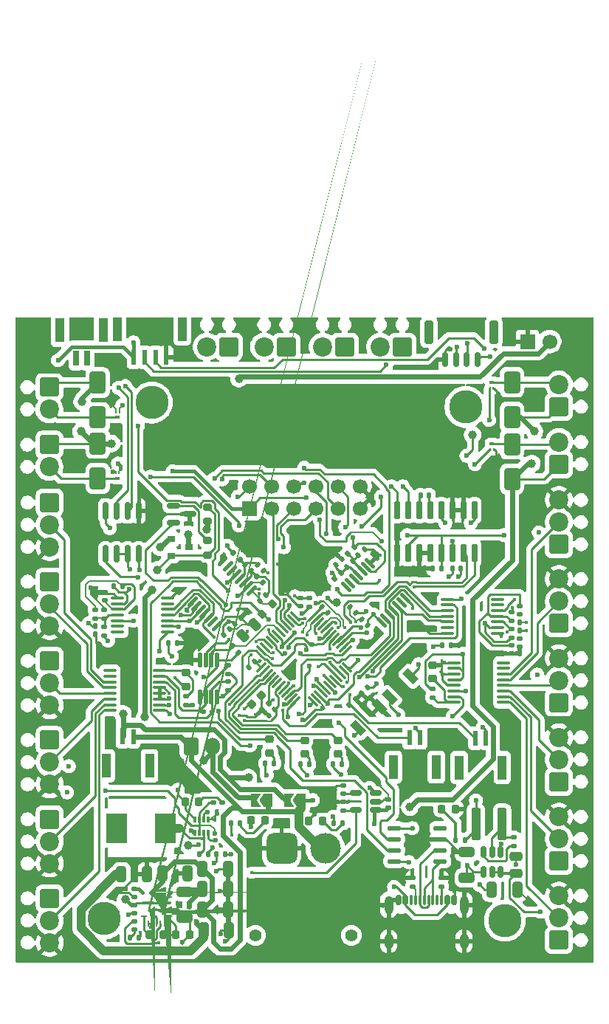
<source format=gbr>
%TF.GenerationSoftware,KiCad,Pcbnew,9.0.4*%
%TF.CreationDate,2025-10-27T15:56:17-04:00*%
%TF.ProjectId,Alpha_Breakout,416c7068-615f-4427-9265-616b6f75742e,rev?*%
%TF.SameCoordinates,Original*%
%TF.FileFunction,Copper,L1,Top*%
%TF.FilePolarity,Positive*%
%FSLAX46Y46*%
G04 Gerber Fmt 4.6, Leading zero omitted, Abs format (unit mm)*
G04 Created by KiCad (PCBNEW 9.0.4) date 2025-10-27 15:56:17*
%MOMM*%
%LPD*%
G01*
G04 APERTURE LIST*
G04 Aperture macros list*
%AMRoundRect*
0 Rectangle with rounded corners*
0 $1 Rounding radius*
0 $2 $3 $4 $5 $6 $7 $8 $9 X,Y pos of 4 corners*
0 Add a 4 corners polygon primitive as box body*
4,1,4,$2,$3,$4,$5,$6,$7,$8,$9,$2,$3,0*
0 Add four circle primitives for the rounded corners*
1,1,$1+$1,$2,$3*
1,1,$1+$1,$4,$5*
1,1,$1+$1,$6,$7*
1,1,$1+$1,$8,$9*
0 Add four rect primitives between the rounded corners*
20,1,$1+$1,$2,$3,$4,$5,0*
20,1,$1+$1,$4,$5,$6,$7,0*
20,1,$1+$1,$6,$7,$8,$9,0*
20,1,$1+$1,$8,$9,$2,$3,0*%
%AMRotRect*
0 Rectangle, with rotation*
0 The origin of the aperture is its center*
0 $1 length*
0 $2 width*
0 $3 Rotation angle, in degrees counterclockwise*
0 Add horizontal line*
21,1,$1,$2,0,0,$3*%
%AMFreePoly0*
4,1,6,1.000000,0.000000,0.500000,-0.750000,-0.500000,-0.750000,-0.500000,0.750000,0.500000,0.750000,1.000000,0.000000,1.000000,0.000000,$1*%
%AMFreePoly1*
4,1,6,0.500000,-0.750000,-0.650000,-0.750000,-0.150000,0.000000,-0.650000,0.750000,0.500000,0.750000,0.500000,-0.750000,0.500000,-0.750000,$1*%
%AMFreePoly2*
4,1,190,1.570981,0.654903,1.575496,0.654000,1.581000,0.654000,1.581981,0.653903,1.591981,0.651903,1.592857,0.651642,1.607857,0.645642,1.608236,0.645472,1.612052,0.643564,1.616857,0.641642,1.618000,0.641000,1.621798,0.638151,1.626572,0.635287,1.627000,0.635000,1.631000,0.632000,1.631536,0.631536,1.635288,0.627784,1.639000,0.625000,1.640000,0.624000,1.642784,0.620288,
1.646536,0.616536,1.647000,0.616000,1.650000,0.612000,1.650287,0.611572,1.653151,0.606798,1.656000,0.603000,1.656642,0.601857,1.658564,0.597052,1.660472,0.593236,1.660642,0.592857,1.666642,0.577857,1.666903,0.576981,1.668903,0.566981,1.669000,0.566000,1.669000,0.560496,1.669903,0.555981,1.670000,0.555000,1.670000,-0.087000,1.669743,-0.088581,1.669000,-0.090810,
1.669000,-0.095000,1.668743,-0.096581,1.668000,-0.098810,1.668000,-0.100000,1.667743,-0.101581,1.667000,-0.103810,1.667000,-0.105000,1.666743,-0.106581,1.665743,-0.109581,1.665472,-0.110236,1.664630,-0.111920,1.663743,-0.114581,1.663472,-0.115236,1.662630,-0.116920,1.661743,-0.119581,1.661472,-0.120236,1.659630,-0.123920,1.658743,-0.126581,1.658472,-0.127236,1.656472,-0.131236,
1.656160,-0.131774,1.654332,-0.134516,1.653472,-0.136236,1.652536,-0.137536,1.651108,-0.138964,1.650472,-0.140236,1.649536,-0.141536,1.648108,-0.142964,1.647472,-0.144236,1.646536,-0.145536,1.643108,-0.148964,1.642472,-0.150236,1.641536,-0.151536,1.639536,-0.153536,1.639039,-0.153741,1.168536,-0.624536,1.166536,-0.626536,1.165236,-0.627472,1.163964,-0.628108,1.160536,-0.631536,
1.159236,-0.632472,1.157964,-0.633108,1.156536,-0.634536,1.155236,-0.635472,1.153964,-0.636108,1.152536,-0.637536,1.151236,-0.638472,1.149516,-0.639332,1.146774,-0.641160,1.146236,-0.641472,1.142236,-0.643472,1.141581,-0.643743,1.138920,-0.644630,1.135236,-0.646472,1.134581,-0.646743,1.131920,-0.647630,1.130236,-0.648472,1.129581,-0.648743,1.126920,-0.649630,1.125236,-0.650472,
1.124581,-0.650743,1.121581,-0.651743,1.120000,-0.652000,1.118810,-0.652000,1.116581,-0.652743,1.115000,-0.653000,1.113810,-0.653000,1.111581,-0.653743,1.110000,-0.654000,1.105810,-0.654000,1.103581,-0.654743,1.102000,-0.655000,-1.040000,-0.655000,-1.040981,-0.654903,-1.045496,-0.654000,-1.051000,-0.654000,-1.051981,-0.653903,-1.061981,-0.651903,-1.062857,-0.651642,-1.077857,-0.645642,
-1.078236,-0.645472,-1.082052,-0.643564,-1.086857,-0.641642,-1.088000,-0.641000,-1.091798,-0.638151,-1.096572,-0.635287,-1.097000,-0.635000,-1.101000,-0.632000,-1.101536,-0.631536,-1.105288,-0.627784,-1.109000,-0.625000,-1.110000,-0.624000,-1.112784,-0.620288,-1.116536,-0.616536,-1.117000,-0.616000,-1.120000,-0.612000,-1.120287,-0.611572,-1.123151,-0.606798,-1.126000,-0.603000,-1.126642,-0.601857,
-1.128564,-0.597052,-1.130472,-0.593236,-1.130642,-0.592857,-1.136642,-0.577857,-1.136903,-0.576981,-1.138903,-0.566981,-1.139000,-0.566000,-1.139000,-0.560496,-1.139903,-0.555981,-1.140000,-0.555000,-1.140000,0.555000,-1.139903,0.555981,-1.139000,0.560496,-1.139000,0.566000,-1.138903,0.566981,-1.136903,0.576981,-1.136642,0.577857,-1.130642,0.592857,-1.130472,0.593236,-1.128564,0.597052,
-1.126642,0.601857,-1.126000,0.603000,-1.123151,0.606798,-1.120287,0.611572,-1.120000,0.612000,-1.117000,0.616000,-1.116536,0.616536,-1.112784,0.620288,-1.110000,0.624000,-1.109000,0.625000,-1.105288,0.627784,-1.101536,0.631536,-1.101000,0.632000,-1.097000,0.635000,-1.096572,0.635287,-1.091798,0.638151,-1.088000,0.641000,-1.086857,0.641642,-1.082052,0.643564,-1.078236,0.645472,
-1.077857,0.645642,-1.062857,0.651642,-1.061981,0.651903,-1.051981,0.653903,-1.051000,0.654000,-1.045496,0.654000,-1.040981,0.654903,-1.040000,0.655000,1.570000,0.655000,1.570981,0.654903,1.570981,0.654903,$1*%
%AMFreePoly3*
4,1,153,0.530981,0.452403,0.535496,0.451500,0.541000,0.451500,0.541981,0.451403,0.551981,0.449403,0.552857,0.449142,0.567857,0.443142,0.568236,0.442972,0.572052,0.441064,0.576857,0.439142,0.578000,0.438500,0.581798,0.435651,0.586572,0.432787,0.587000,0.432500,0.591000,0.429500,0.591536,0.429036,0.595288,0.425284,0.599000,0.422500,0.600000,0.421500,0.602784,0.417788,
0.606536,0.414036,0.607000,0.413500,0.610000,0.409500,0.610287,0.409072,0.613151,0.404298,0.616000,0.400500,0.616642,0.399357,0.618564,0.394552,0.620472,0.390736,0.620642,0.390357,0.626642,0.375357,0.626903,0.374481,0.628903,0.364481,0.629000,0.363500,0.629000,0.357996,0.629903,0.353481,0.630000,0.352500,0.630000,-0.352500,0.629903,-0.353481,0.629000,-0.357996,
0.629000,-0.363500,0.628903,-0.364481,0.626903,-0.374481,0.626642,-0.375357,0.620642,-0.390357,0.620472,-0.390736,0.618564,-0.394552,0.616642,-0.399357,0.616000,-0.400500,0.613151,-0.404298,0.610287,-0.409072,0.610000,-0.409500,0.607000,-0.413500,0.606536,-0.414036,0.602784,-0.417788,0.600000,-0.421500,0.599000,-0.422500,0.595288,-0.425284,0.591536,-0.429036,0.591000,-0.429500,
0.587000,-0.432500,0.586572,-0.432787,0.581798,-0.435651,0.578000,-0.438500,0.576857,-0.439142,0.572052,-0.441064,0.568236,-0.442972,0.567857,-0.443142,0.552857,-0.449142,0.551981,-0.449403,0.541981,-0.451403,0.541000,-0.451500,0.535496,-0.451500,0.530981,-0.452403,0.530000,-0.452500,-0.880000,-0.452500,-0.880981,-0.452403,-0.885496,-0.451500,-0.891000,-0.451500,-0.891981,-0.451403,
-0.901981,-0.449403,-0.902857,-0.449142,-0.917857,-0.443142,-0.918236,-0.442972,-0.922052,-0.441064,-0.926857,-0.439142,-0.928000,-0.438500,-0.931798,-0.435651,-0.936572,-0.432787,-0.937000,-0.432500,-0.941000,-0.429500,-0.941536,-0.429036,-0.945288,-0.425284,-0.949000,-0.422500,-0.950000,-0.421500,-0.952784,-0.417788,-0.956536,-0.414036,-0.957000,-0.413500,-0.960000,-0.409500,-0.960287,-0.409072,
-0.963151,-0.404298,-0.966000,-0.400500,-0.966642,-0.399357,-0.968564,-0.394552,-0.970472,-0.390736,-0.970642,-0.390357,-0.976642,-0.375357,-0.976903,-0.374481,-0.978903,-0.364481,-0.979000,-0.363500,-0.979000,-0.357996,-0.979903,-0.353481,-0.980000,-0.352500,-0.980000,0.352500,-0.979903,0.353481,-0.979000,0.357996,-0.979000,0.363500,-0.978903,0.364481,-0.976903,0.374481,-0.976642,0.375357,
-0.970642,0.390357,-0.970472,0.390736,-0.968564,0.394552,-0.966642,0.399357,-0.966000,0.400500,-0.963151,0.404298,-0.960287,0.409072,-0.960000,0.409500,-0.957000,0.413500,-0.956536,0.414036,-0.952784,0.417788,-0.950000,0.421500,-0.949000,0.422500,-0.945288,0.425284,-0.941536,0.429036,-0.941000,0.429500,-0.937000,0.432500,-0.936572,0.432787,-0.931798,0.435651,-0.928000,0.438500,
-0.926857,0.439142,-0.922052,0.441064,-0.918236,0.442972,-0.917857,0.443142,-0.902857,0.449142,-0.901981,0.449403,-0.891981,0.451403,-0.891000,0.451500,-0.885496,0.451500,-0.880981,0.452403,-0.880000,0.452500,0.530000,0.452500,0.530981,0.452403,0.530981,0.452403,$1*%
%AMFreePoly4*
4,1,153,0.880981,0.452403,0.885496,0.451500,0.891000,0.451500,0.891981,0.451403,0.901981,0.449403,0.902857,0.449142,0.917857,0.443142,0.918236,0.442972,0.922052,0.441064,0.926857,0.439142,0.928000,0.438500,0.931798,0.435651,0.936572,0.432787,0.937000,0.432500,0.941000,0.429500,0.941536,0.429036,0.945288,0.425284,0.949000,0.422500,0.950000,0.421500,0.952784,0.417788,
0.956536,0.414036,0.957000,0.413500,0.960000,0.409500,0.960287,0.409072,0.963151,0.404298,0.966000,0.400500,0.966642,0.399357,0.968564,0.394552,0.970472,0.390736,0.970642,0.390357,0.976642,0.375357,0.976903,0.374481,0.978903,0.364481,0.979000,0.363500,0.979000,0.357996,0.979903,0.353481,0.980000,0.352500,0.980000,-0.352500,0.979903,-0.353481,0.979000,-0.357996,
0.979000,-0.363500,0.978903,-0.364481,0.976903,-0.374481,0.976642,-0.375357,0.970642,-0.390357,0.970472,-0.390736,0.968564,-0.394552,0.966642,-0.399357,0.966000,-0.400500,0.963151,-0.404298,0.960287,-0.409072,0.960000,-0.409500,0.957000,-0.413500,0.956536,-0.414036,0.952784,-0.417788,0.950000,-0.421500,0.949000,-0.422500,0.945288,-0.425284,0.941536,-0.429036,0.941000,-0.429500,
0.937000,-0.432500,0.936572,-0.432787,0.931798,-0.435651,0.928000,-0.438500,0.926857,-0.439142,0.922052,-0.441064,0.918236,-0.442972,0.917857,-0.443142,0.902857,-0.449142,0.901981,-0.449403,0.891981,-0.451403,0.891000,-0.451500,0.885496,-0.451500,0.880981,-0.452403,0.880000,-0.452500,-0.530000,-0.452500,-0.530981,-0.452403,-0.535496,-0.451500,-0.541000,-0.451500,-0.541981,-0.451403,
-0.551981,-0.449403,-0.552857,-0.449142,-0.567857,-0.443142,-0.568236,-0.442972,-0.572052,-0.441064,-0.576857,-0.439142,-0.578000,-0.438500,-0.581798,-0.435651,-0.586572,-0.432787,-0.587000,-0.432500,-0.591000,-0.429500,-0.591536,-0.429036,-0.595288,-0.425284,-0.599000,-0.422500,-0.600000,-0.421500,-0.602784,-0.417788,-0.606536,-0.414036,-0.607000,-0.413500,-0.610000,-0.409500,-0.610287,-0.409072,
-0.613151,-0.404298,-0.616000,-0.400500,-0.616642,-0.399357,-0.618564,-0.394552,-0.620472,-0.390736,-0.620642,-0.390357,-0.626642,-0.375357,-0.626903,-0.374481,-0.628903,-0.364481,-0.629000,-0.363500,-0.629000,-0.357996,-0.629903,-0.353481,-0.630000,-0.352500,-0.630000,0.352500,-0.629903,0.353481,-0.629000,0.357996,-0.629000,0.363500,-0.628903,0.364481,-0.626903,0.374481,-0.626642,0.375357,
-0.620642,0.390357,-0.620472,0.390736,-0.618564,0.394552,-0.616642,0.399357,-0.616000,0.400500,-0.613151,0.404298,-0.610287,0.409072,-0.610000,0.409500,-0.607000,0.413500,-0.606536,0.414036,-0.602784,0.417788,-0.600000,0.421500,-0.599000,0.422500,-0.595288,0.425284,-0.591536,0.429036,-0.591000,0.429500,-0.587000,0.432500,-0.586572,0.432787,-0.581798,0.435651,-0.578000,0.438500,
-0.576857,0.439142,-0.572052,0.441064,-0.568236,0.442972,-0.567857,0.443142,-0.552857,0.449142,-0.551981,0.449403,-0.541981,0.451403,-0.541000,0.451500,-0.535496,0.451500,-0.530981,0.452403,-0.530000,0.452500,0.880000,0.452500,0.880981,0.452403,0.880981,0.452403,$1*%
G04 Aperture macros list end*
%TA.AperFunction,SMDPad,CuDef*%
%ADD10RoundRect,0.140000X0.170000X-0.140000X0.170000X0.140000X-0.170000X0.140000X-0.170000X-0.140000X0*%
%TD*%
%TA.AperFunction,ComponentPad*%
%ADD11RoundRect,0.249999X-0.850001X0.850001X-0.850001X-0.850001X0.850001X-0.850001X0.850001X0.850001X0*%
%TD*%
%TA.AperFunction,ComponentPad*%
%ADD12C,2.200000*%
%TD*%
%TA.AperFunction,SMDPad,CuDef*%
%ADD13RoundRect,0.135000X0.135000X0.185000X-0.135000X0.185000X-0.135000X-0.185000X0.135000X-0.185000X0*%
%TD*%
%TA.AperFunction,SMDPad,CuDef*%
%ADD14RoundRect,0.140000X-0.021213X0.219203X-0.219203X0.021213X0.021213X-0.219203X0.219203X-0.021213X0*%
%TD*%
%TA.AperFunction,SMDPad,CuDef*%
%ADD15RoundRect,0.135000X-0.185000X0.135000X-0.185000X-0.135000X0.185000X-0.135000X0.185000X0.135000X0*%
%TD*%
%TA.AperFunction,ComponentPad*%
%ADD16RoundRect,0.249999X0.850001X-0.850001X0.850001X0.850001X-0.850001X0.850001X-0.850001X-0.850001X0*%
%TD*%
%TA.AperFunction,SMDPad,CuDef*%
%ADD17RoundRect,0.250000X-0.650000X1.000000X-0.650000X-1.000000X0.650000X-1.000000X0.650000X1.000000X0*%
%TD*%
%TA.AperFunction,SMDPad,CuDef*%
%ADD18RoundRect,0.140000X-0.170000X0.140000X-0.170000X-0.140000X0.170000X-0.140000X0.170000X0.140000X0*%
%TD*%
%TA.AperFunction,SMDPad,CuDef*%
%ADD19RoundRect,0.135000X0.185000X-0.135000X0.185000X0.135000X-0.185000X0.135000X-0.185000X-0.135000X0*%
%TD*%
%TA.AperFunction,SMDPad,CuDef*%
%ADD20RoundRect,0.250000X-0.325000X-0.650000X0.325000X-0.650000X0.325000X0.650000X-0.325000X0.650000X0*%
%TD*%
%TA.AperFunction,SMDPad,CuDef*%
%ADD21RoundRect,0.135000X-0.035355X0.226274X-0.226274X0.035355X0.035355X-0.226274X0.226274X-0.035355X0*%
%TD*%
%TA.AperFunction,ComponentPad*%
%ADD22RoundRect,0.249999X0.850001X0.850001X-0.850001X0.850001X-0.850001X-0.850001X0.850001X-0.850001X0*%
%TD*%
%TA.AperFunction,SMDPad,CuDef*%
%ADD23R,0.600000X1.700000*%
%TD*%
%TA.AperFunction,SMDPad,CuDef*%
%ADD24R,1.000000X2.800000*%
%TD*%
%TA.AperFunction,SMDPad,CuDef*%
%ADD25RoundRect,0.135000X-0.135000X-0.185000X0.135000X-0.185000X0.135000X0.185000X-0.135000X0.185000X0*%
%TD*%
%TA.AperFunction,SMDPad,CuDef*%
%ADD26RoundRect,0.140000X0.140000X0.170000X-0.140000X0.170000X-0.140000X-0.170000X0.140000X-0.170000X0*%
%TD*%
%TA.AperFunction,SMDPad,CuDef*%
%ADD27RoundRect,0.100000X0.637500X0.100000X-0.637500X0.100000X-0.637500X-0.100000X0.637500X-0.100000X0*%
%TD*%
%TA.AperFunction,SMDPad,CuDef*%
%ADD28C,1.000000*%
%TD*%
%TA.AperFunction,SMDPad,CuDef*%
%ADD29R,0.150000X0.380000*%
%TD*%
%TA.AperFunction,SMDPad,CuDef*%
%ADD30R,0.630000X0.380000*%
%TD*%
%TA.AperFunction,SMDPad,CuDef*%
%ADD31RoundRect,0.218750X-0.256250X0.218750X-0.256250X-0.218750X0.256250X-0.218750X0.256250X0.218750X0*%
%TD*%
%TA.AperFunction,SMDPad,CuDef*%
%ADD32RoundRect,0.218750X-0.218750X-0.256250X0.218750X-0.256250X0.218750X0.256250X-0.218750X0.256250X0*%
%TD*%
%TA.AperFunction,ComponentPad*%
%ADD33C,1.400000*%
%TD*%
%TA.AperFunction,ComponentPad*%
%ADD34RoundRect,0.770000X0.980000X0.980000X-0.980000X0.980000X-0.980000X-0.980000X0.980000X-0.980000X0*%
%TD*%
%TA.AperFunction,ComponentPad*%
%ADD35C,3.500000*%
%TD*%
%TA.AperFunction,SMDPad,CuDef*%
%ADD36FreePoly0,180.000000*%
%TD*%
%TA.AperFunction,SMDPad,CuDef*%
%ADD37FreePoly1,180.000000*%
%TD*%
%TA.AperFunction,SMDPad,CuDef*%
%ADD38RoundRect,0.250000X0.650000X-0.325000X0.650000X0.325000X-0.650000X0.325000X-0.650000X-0.325000X0*%
%TD*%
%TA.AperFunction,SMDPad,CuDef*%
%ADD39RoundRect,0.075000X-0.225000X0.910000X-0.225000X-0.910000X0.225000X-0.910000X0.225000X0.910000X0*%
%TD*%
%TA.AperFunction,SMDPad,CuDef*%
%ADD40RoundRect,0.100000X0.380070X0.521491X-0.521491X-0.380070X-0.380070X-0.521491X0.521491X0.380070X0*%
%TD*%
%TA.AperFunction,SMDPad,CuDef*%
%ADD41R,0.900000X0.800000*%
%TD*%
%TA.AperFunction,SMDPad,CuDef*%
%ADD42RotRect,0.900000X1.700000X225.000000*%
%TD*%
%TA.AperFunction,SMDPad,CuDef*%
%ADD43RoundRect,0.140000X-0.219203X-0.021213X-0.021213X-0.219203X0.219203X0.021213X0.021213X0.219203X0*%
%TD*%
%TA.AperFunction,SMDPad,CuDef*%
%ADD44RoundRect,0.100000X-0.637500X-0.100000X0.637500X-0.100000X0.637500X0.100000X-0.637500X0.100000X0*%
%TD*%
%TA.AperFunction,SMDPad,CuDef*%
%ADD45RoundRect,0.250000X0.650000X-1.000000X0.650000X1.000000X-0.650000X1.000000X-0.650000X-1.000000X0*%
%TD*%
%TA.AperFunction,SMDPad,CuDef*%
%ADD46R,1.000000X2.700000*%
%TD*%
%TA.AperFunction,SMDPad,CuDef*%
%ADD47RoundRect,0.250000X0.475000X-0.250000X0.475000X0.250000X-0.475000X0.250000X-0.475000X-0.250000X0*%
%TD*%
%TA.AperFunction,ComponentPad*%
%ADD48C,3.800000*%
%TD*%
%TA.AperFunction,SMDPad,CuDef*%
%ADD49RoundRect,0.140000X0.219203X0.021213X0.021213X0.219203X-0.219203X-0.021213X-0.021213X-0.219203X0*%
%TD*%
%TA.AperFunction,SMDPad,CuDef*%
%ADD50RoundRect,0.135000X0.226274X0.035355X0.035355X0.226274X-0.226274X-0.035355X-0.035355X-0.226274X0*%
%TD*%
%TA.AperFunction,SMDPad,CuDef*%
%ADD51RoundRect,0.150000X0.150000X-0.825000X0.150000X0.825000X-0.150000X0.825000X-0.150000X-0.825000X0*%
%TD*%
%TA.AperFunction,SMDPad,CuDef*%
%ADD52R,2.362200X3.505200*%
%TD*%
%TA.AperFunction,SMDPad,CuDef*%
%ADD53RoundRect,0.225000X-0.250000X0.225000X-0.250000X-0.225000X0.250000X-0.225000X0.250000X0.225000X0*%
%TD*%
%TA.AperFunction,ComponentPad*%
%ADD54RoundRect,0.250000X-0.600000X-0.750000X0.600000X-0.750000X0.600000X0.750000X-0.600000X0.750000X0*%
%TD*%
%TA.AperFunction,ComponentPad*%
%ADD55O,1.700000X2.000000*%
%TD*%
%TA.AperFunction,SMDPad,CuDef*%
%ADD56RoundRect,0.140000X-0.140000X-0.170000X0.140000X-0.170000X0.140000X0.170000X-0.140000X0.170000X0*%
%TD*%
%TA.AperFunction,SMDPad,CuDef*%
%ADD57RoundRect,0.225000X0.250000X-0.225000X0.250000X0.225000X-0.250000X0.225000X-0.250000X-0.225000X0*%
%TD*%
%TA.AperFunction,SMDPad,CuDef*%
%ADD58R,0.660400X1.803400*%
%TD*%
%TA.AperFunction,SMDPad,CuDef*%
%ADD59R,1.092200X2.794000*%
%TD*%
%TA.AperFunction,ComponentPad*%
%ADD60R,1.700000X1.700000*%
%TD*%
%TA.AperFunction,ComponentPad*%
%ADD61C,1.700000*%
%TD*%
%TA.AperFunction,SMDPad,CuDef*%
%ADD62RoundRect,0.100000X-0.521491X0.380070X0.380070X-0.521491X0.521491X-0.380070X-0.380070X0.521491X0*%
%TD*%
%TA.AperFunction,SMDPad,CuDef*%
%ADD63RoundRect,0.135000X-0.226274X-0.035355X-0.035355X-0.226274X0.226274X0.035355X0.035355X0.226274X0*%
%TD*%
%TA.AperFunction,SMDPad,CuDef*%
%ADD64RoundRect,0.200000X-0.200000X-0.275000X0.200000X-0.275000X0.200000X0.275000X-0.200000X0.275000X0*%
%TD*%
%TA.AperFunction,SMDPad,CuDef*%
%ADD65RoundRect,0.225000X0.225000X0.250000X-0.225000X0.250000X-0.225000X-0.250000X0.225000X-0.250000X0*%
%TD*%
%TA.AperFunction,SMDPad,CuDef*%
%ADD66RoundRect,0.150000X0.150000X0.700000X-0.150000X0.700000X-0.150000X-0.700000X0.150000X-0.700000X0*%
%TD*%
%TA.AperFunction,SMDPad,CuDef*%
%ADD67RoundRect,0.250000X0.250000X1.100000X-0.250000X1.100000X-0.250000X-1.100000X0.250000X-1.100000X0*%
%TD*%
%TA.AperFunction,SMDPad,CuDef*%
%ADD68RoundRect,0.150000X-0.587500X-0.150000X0.587500X-0.150000X0.587500X0.150000X-0.587500X0.150000X0*%
%TD*%
%TA.AperFunction,SMDPad,CuDef*%
%ADD69RoundRect,0.137500X0.612500X0.137500X-0.612500X0.137500X-0.612500X-0.137500X0.612500X-0.137500X0*%
%TD*%
%TA.AperFunction,SMDPad,CuDef*%
%ADD70FreePoly2,0.000000*%
%TD*%
%TA.AperFunction,SMDPad,CuDef*%
%ADD71RoundRect,0.049500X-0.700500X-0.100500X0.700500X-0.100500X0.700500X0.100500X-0.700500X0.100500X0*%
%TD*%
%TA.AperFunction,SMDPad,CuDef*%
%ADD72FreePoly3,0.000000*%
%TD*%
%TA.AperFunction,SMDPad,CuDef*%
%ADD73RoundRect,0.050000X-0.250000X-0.050000X0.250000X-0.050000X0.250000X0.050000X-0.250000X0.050000X0*%
%TD*%
%TA.AperFunction,SMDPad,CuDef*%
%ADD74RoundRect,0.050000X-0.050000X-0.250000X0.050000X-0.250000X0.050000X0.250000X-0.050000X0.250000X0*%
%TD*%
%TA.AperFunction,SMDPad,CuDef*%
%ADD75FreePoly4,0.000000*%
%TD*%
%TA.AperFunction,SMDPad,CuDef*%
%ADD76RoundRect,0.150000X0.150000X-0.512500X0.150000X0.512500X-0.150000X0.512500X-0.150000X-0.512500X0*%
%TD*%
%TA.AperFunction,SMDPad,CuDef*%
%ADD77RoundRect,0.150000X-0.150000X-0.425000X0.150000X-0.425000X0.150000X0.425000X-0.150000X0.425000X0*%
%TD*%
%TA.AperFunction,SMDPad,CuDef*%
%ADD78RoundRect,0.075000X-0.075000X-0.500000X0.075000X-0.500000X0.075000X0.500000X-0.075000X0.500000X0*%
%TD*%
%TA.AperFunction,HeatsinkPad*%
%ADD79O,1.000000X2.100000*%
%TD*%
%TA.AperFunction,HeatsinkPad*%
%ADD80O,1.000000X1.800000*%
%TD*%
%TA.AperFunction,SMDPad,CuDef*%
%ADD81RoundRect,0.200000X0.053033X-0.335876X0.335876X-0.053033X-0.053033X0.335876X-0.335876X0.053033X0*%
%TD*%
%TA.AperFunction,SMDPad,CuDef*%
%ADD82RoundRect,0.135000X0.035355X-0.226274X0.226274X-0.035355X-0.035355X0.226274X-0.226274X0.035355X0*%
%TD*%
%TA.AperFunction,SMDPad,CuDef*%
%ADD83R,0.300000X0.670000*%
%TD*%
%TA.AperFunction,SMDPad,CuDef*%
%ADD84RoundRect,0.250000X-0.650000X0.325000X-0.650000X-0.325000X0.650000X-0.325000X0.650000X0.325000X0*%
%TD*%
%TA.AperFunction,SMDPad,CuDef*%
%ADD85RoundRect,0.075000X-0.415425X-0.521491X0.521491X0.415425X0.415425X0.521491X-0.521491X-0.415425X0*%
%TD*%
%TA.AperFunction,SMDPad,CuDef*%
%ADD86RoundRect,0.075000X0.415425X-0.521491X0.521491X-0.415425X-0.415425X0.521491X-0.521491X0.415425X0*%
%TD*%
%TA.AperFunction,SMDPad,CuDef*%
%ADD87RoundRect,0.250000X0.300000X1.600000X-0.300000X1.600000X-0.300000X-1.600000X0.300000X-1.600000X0*%
%TD*%
%TA.AperFunction,SMDPad,CuDef*%
%ADD88RoundRect,0.218750X0.218750X0.256250X-0.218750X0.256250X-0.218750X-0.256250X0.218750X-0.256250X0*%
%TD*%
%TA.AperFunction,SMDPad,CuDef*%
%ADD89RoundRect,0.200000X0.275000X-0.200000X0.275000X0.200000X-0.275000X0.200000X-0.275000X-0.200000X0*%
%TD*%
%TA.AperFunction,SMDPad,CuDef*%
%ADD90RoundRect,0.140000X0.021213X-0.219203X0.219203X-0.021213X-0.021213X0.219203X-0.219203X0.021213X0*%
%TD*%
%TA.AperFunction,SMDPad,CuDef*%
%ADD91RoundRect,0.225000X0.017678X-0.335876X0.335876X-0.017678X-0.017678X0.335876X-0.335876X0.017678X0*%
%TD*%
%TA.AperFunction,SMDPad,CuDef*%
%ADD92RoundRect,0.150000X0.512500X0.150000X-0.512500X0.150000X-0.512500X-0.150000X0.512500X-0.150000X0*%
%TD*%
%TA.AperFunction,SMDPad,CuDef*%
%ADD93RoundRect,0.125000X-0.125000X0.687500X-0.125000X-0.687500X0.125000X-0.687500X0.125000X0.687500X0*%
%TD*%
%TA.AperFunction,SMDPad,CuDef*%
%ADD94RoundRect,0.250000X0.159099X-0.512652X0.512652X-0.159099X-0.159099X0.512652X-0.512652X0.159099X0*%
%TD*%
%TA.AperFunction,ViaPad*%
%ADD95C,0.400000*%
%TD*%
%TA.AperFunction,ViaPad*%
%ADD96C,0.600000*%
%TD*%
%TA.AperFunction,ViaPad*%
%ADD97C,1.000000*%
%TD*%
%TA.AperFunction,Conductor*%
%ADD98C,0.250000*%
%TD*%
%TA.AperFunction,Conductor*%
%ADD99C,0.200000*%
%TD*%
%TA.AperFunction,Conductor*%
%ADD100C,0.100000*%
%TD*%
%TA.AperFunction,Conductor*%
%ADD101C,0.150000*%
%TD*%
%TA.AperFunction,Conductor*%
%ADD102C,0.600000*%
%TD*%
%TA.AperFunction,Conductor*%
%ADD103C,1.000000*%
%TD*%
%TA.AperFunction,Conductor*%
%ADD104C,0.400000*%
%TD*%
%TA.AperFunction,Conductor*%
%ADD105C,0.350000*%
%TD*%
G04 APERTURE END LIST*
D10*
%TO.P,C46,1*%
%TO.N,en*%
X152900000Y-119060001D03*
%TO.P,C46,2*%
%TO.N,GND*%
X152900000Y-118100001D03*
%TD*%
D11*
%TO.P,J7,1,Pin_1*%
%TO.N,+5V*%
X119200000Y-111000000D03*
D12*
%TO.P,J7,2,Pin_2*%
%TO.N,CH_05*%
X119200000Y-113540000D03*
%TO.P,J7,3,Pin_3*%
%TO.N,GND*%
X119200000Y-116080000D03*
%TD*%
D13*
%TO.P,R15,1*%
%TO.N,Net-(C31-Pad1)*%
X139319998Y-124100000D03*
%TO.P,R15,2*%
%TO.N,Net-(PS1-VBST)*%
X138300000Y-124100000D03*
%TD*%
D14*
%TO.P,C20,1*%
%TO.N,GND*%
X152672933Y-90249604D03*
%TO.P,C20,2*%
%TO.N,Net-(U7-T+)*%
X151994111Y-90928426D03*
%TD*%
D15*
%TO.P,R2,1*%
%TO.N,+3.3V*%
X148950000Y-94700000D03*
%TO.P,R2,2*%
%TO.N,/ADCs/SDA*%
X148950000Y-95719998D03*
%TD*%
D16*
%TO.P,J12,1,Pin_1*%
%TO.N,+5V*%
X177600000Y-115780000D03*
D12*
%TO.P,J12,2,Pin_2*%
%TO.N,CH_10*%
X177600000Y-113240000D03*
%TO.P,J12,3,Pin_3*%
%TO.N,GND*%
X177600000Y-110700000D03*
%TD*%
D17*
%TO.P,D6,1,K*%
%TO.N,SW_PWR*%
X124700000Y-77000002D03*
%TO.P,D6,2,A*%
%TO.N,Net-(D6-A)*%
X124700000Y-81000004D03*
%TD*%
D13*
%TO.P,R18,1*%
%TO.N,+3.3V*%
X166800000Y-122500000D03*
%TO.P,R18,2*%
%TO.N,Net-(D1-A)*%
X165780002Y-122500000D03*
%TD*%
D18*
%TO.P,C30,1*%
%TO.N,FB*%
X128950000Y-131773000D03*
%TO.P,C30,2*%
%TO.N,Net-(C30-Pad2)*%
X128950000Y-132733000D03*
%TD*%
D15*
%TO.P,R32,1*%
%TO.N,+5V*%
X163100000Y-105090001D03*
%TO.P,R32,2*%
%TO.N,Net-(U4-VDD)*%
X163100000Y-106109999D03*
%TD*%
D19*
%TO.P,R31,1*%
%TO.N,+5V*%
X134800000Y-107009999D03*
%TO.P,R31,2*%
%TO.N,Net-(U3-VDD)*%
X134800000Y-105990001D03*
%TD*%
D20*
%TO.P,C40,1*%
%TO.N,+BATT*%
X136724999Y-125777000D03*
%TO.P,C40,2*%
%TO.N,GND*%
X139675001Y-125777000D03*
%TD*%
D18*
%TO.P,C2,1*%
%TO.N,+3.3V*%
X147950000Y-94725000D03*
%TO.P,C2,2*%
%TO.N,GND*%
X147950000Y-95685000D03*
%TD*%
D21*
%TO.P,R11,1*%
%TO.N,Net-(J20-Pin_1)*%
X154102043Y-88883740D03*
%TO.P,R11,2*%
%TO.N,Net-(U7-T-)*%
X153380795Y-89604988D03*
%TD*%
D16*
%TO.P,J8,1,Pin_1*%
%TO.N,+5V*%
X177600000Y-124860000D03*
D12*
%TO.P,J8,2,Pin_2*%
%TO.N,CH_09*%
X177600000Y-122320000D03*
%TO.P,J8,3,Pin_3*%
%TO.N,GND*%
X177600000Y-119780000D03*
%TD*%
D14*
%TO.P,C16,1*%
%TO.N,GND*%
X139800000Y-98300000D03*
%TO.P,C16,2*%
%TO.N,+3.3V*%
X139121178Y-98978822D03*
%TD*%
D18*
%TO.P,C13,1*%
%TO.N,GND*%
X125500000Y-94000000D03*
%TO.P,C13,2*%
%TO.N,Net-(U6-T-)*%
X125500000Y-94960000D03*
%TD*%
D22*
%TO.P,J18,1,Pin_1*%
%TO.N,Net-(J18-Pin_1)*%
X146340000Y-65900000D03*
D12*
%TO.P,J18,2,Pin_2*%
%TO.N,Net-(J18-Pin_2)*%
X143800000Y-65900000D03*
%TD*%
D23*
%TO.P,J31,1,Pin_1*%
%TO.N,+3.3V*%
X161700000Y-110750000D03*
%TO.P,J31,2,Pin_2*%
%TO.N,/Hardware_Safe/K1*%
X160450000Y-110750000D03*
D24*
%TO.P,J31,P1*%
%TO.N,N/C*%
X158600000Y-114100000D03*
%TO.P,J31,P2*%
X163550000Y-114100000D03*
%TD*%
D11*
%TO.P,J26,1,Pin_1*%
%TO.N,SW_PWR*%
X119160000Y-70535147D03*
D12*
%TO.P,J26,2,Pin_2*%
%TO.N,Net-(D5-A)*%
X119160000Y-73075147D03*
%TD*%
D25*
%TO.P,R19,1*%
%TO.N,BATT_V+*%
X139980000Y-120500000D03*
%TO.P,R19,2*%
%TO.N,Net-(D2-A)*%
X141000000Y-120500000D03*
%TD*%
D26*
%TO.P,C17,1*%
%TO.N,GND*%
X124400000Y-98900000D03*
%TO.P,C17,2*%
%TO.N,+3.3V*%
X124400000Y-97940000D03*
%TD*%
D19*
%TO.P,R5,1*%
%TO.N,Net-(J2-CC1)*%
X160800000Y-127785000D03*
%TO.P,R5,2*%
%TO.N,GND*%
X160800000Y-126765000D03*
%TD*%
D27*
%TO.P,U4,1,CH0*%
%TO.N,CH_08*%
X171275000Y-106675000D03*
%TO.P,U4,2,CH1*%
%TO.N,CH_09*%
X171275000Y-106025000D03*
%TO.P,U4,3,CH2*%
%TO.N,CH_10*%
X171275000Y-105375000D03*
%TO.P,U4,4,CH3*%
%TO.N,CH_11*%
X171275000Y-104725000D03*
%TO.P,U4,5,CH4*%
%TO.N,CH_12*%
X171275000Y-104075000D03*
%TO.P,U4,6,CH5*%
%TO.N,CH_13*%
X171275000Y-103425000D03*
%TO.P,U4,7,CH6*%
%TO.N,CH_14*%
X171275000Y-102775000D03*
%TO.P,U4,8,CH7*%
%TO.N,CH_15*%
X171275000Y-102125000D03*
%TO.P,U4,9,GND*%
%TO.N,GND*%
X165550000Y-102125000D03*
%TO.P,U4,10,REF*%
%TO.N,+5V*%
X165550000Y-102775000D03*
%TO.P,U4,11,COM*%
%TO.N,GND*%
X165550000Y-103425000D03*
%TO.P,U4,12,A0*%
%TO.N,+5V*%
X165550000Y-104075000D03*
%TO.P,U4,13,A1*%
%TO.N,GND*%
X165550000Y-104725000D03*
%TO.P,U4,14,SCL*%
%TO.N,SCL_5V*%
X165550000Y-105375000D03*
%TO.P,U4,15,SDA*%
%TO.N,SDA_5V*%
X165550000Y-106025000D03*
%TO.P,U4,16,VDD*%
%TO.N,Net-(U4-VDD)*%
X165550000Y-106675000D03*
%TD*%
D28*
%TO.P,TP5,1,1*%
%TO.N,/Accelerometer/ACC_SDA*%
X167700000Y-76000000D03*
%TD*%
D29*
%TO.P,Q3,1*%
%TO.N,/Solenoids/S3*%
X169751000Y-77700000D03*
%TO.P,Q3,2*%
%TO.N,GND*%
X170100000Y-77700000D03*
D30*
%TO.P,Q3,3*%
%TO.N,Net-(D7-A)*%
X169925000Y-77040000D03*
%TD*%
D18*
%TO.P,C25,1*%
%TO.N,Net-(U8-T+)*%
X173100000Y-95620000D03*
%TO.P,C25,2*%
%TO.N,Net-(U8-T-)*%
X173100000Y-96580000D03*
%TD*%
D31*
%TO.P,D10,1,K*%
%TO.N,Net-(D10-K)*%
X148440000Y-111024998D03*
%TO.P,D10,2,A*%
%TO.N,Net-(D10-A)*%
X148440000Y-112600000D03*
%TD*%
D27*
%TO.P,U8,1,AGND*%
%TO.N,GND*%
X170562500Y-98750000D03*
%TO.P,U8,2,BIAS*%
%TO.N,Net-(J21-Pin_1)*%
X170562500Y-98100000D03*
%TO.P,U8,3,T-*%
%TO.N,Net-(U8-T-)*%
X170562500Y-97450000D03*
%TO.P,U8,4,T+*%
%TO.N,Net-(U8-T+)*%
X170562500Y-96800000D03*
%TO.P,U8,5,AVDD*%
%TO.N,+3.3V*%
X170562500Y-96150000D03*
%TO.P,U8,6,DNC*%
%TO.N,unconnected-(U8-DNC-Pad6)*%
X170562500Y-95500000D03*
%TO.P,U8,7,~{DRDY}*%
%TO.N,unconnected-(U8-~{DRDY}-Pad7)*%
X170562500Y-94850000D03*
%TO.P,U8,8,DVDD*%
%TO.N,+3.3V*%
X164837500Y-94850000D03*
%TO.P,U8,9,~{CS}*%
%TO.N,/stm32f1/TC2_CS*%
X164837500Y-95500000D03*
%TO.P,U8,10,SCK*%
%TO.N,/stm32f1/SPI1_SCK*%
X164837500Y-96150000D03*
%TO.P,U8,11,SDO*%
%TO.N,/stm32f1/SPI1_MISO*%
X164837500Y-96800000D03*
%TO.P,U8,12,SDI*%
%TO.N,/stm32f1/SPI1_MOSI*%
X164837500Y-97450000D03*
%TO.P,U8,13,~{FAULT}*%
%TO.N,unconnected-(U8-~{FAULT}-Pad13)*%
X164837500Y-98100000D03*
%TO.P,U8,14,DGND*%
%TO.N,GND*%
X164837500Y-98750000D03*
%TD*%
D28*
%TO.P,TP4,1,1*%
%TO.N,+5V*%
X135100000Y-123100000D03*
%TD*%
D16*
%TO.P,J29,1,Pin_1*%
%TO.N,SW_PWR*%
X177600000Y-72779288D03*
D12*
%TO.P,J29,2,Pin_2*%
%TO.N,Net-(D8-A)*%
X177600000Y-70239288D03*
%TD*%
D32*
%TO.P,D2,1,K*%
%TO.N,GND*%
X142300000Y-120200000D03*
%TO.P,D2,2,A*%
%TO.N,Net-(D2-A)*%
X143875000Y-120200000D03*
%TD*%
D33*
%TO.P,J22,*%
%TO.N,*%
X153800000Y-133400000D03*
X142800000Y-133400000D03*
D34*
%TO.P,J22,1,Pin_1*%
%TO.N,GND*%
X145800000Y-123400000D03*
D35*
%TO.P,J22,2,Pin_2*%
%TO.N,+BATT*%
X150800000Y-123400000D03*
%TD*%
D11*
%TO.P,J14,1,Pin_1*%
%TO.N,+5V*%
X119200000Y-92840000D03*
D12*
%TO.P,J14,2,Pin_2*%
%TO.N,CH_03*%
X119200000Y-95380000D03*
%TO.P,J14,3,Pin_3*%
%TO.N,GND*%
X119200000Y-97920000D03*
%TD*%
D36*
%TO.P,JP2,1,A*%
%TO.N,+BATT*%
X144249998Y-117900000D03*
D37*
%TO.P,JP2,2,B*%
%TO.N,PYRO_PWR*%
X142800000Y-117900000D03*
%TD*%
D26*
%TO.P,C49,1*%
%TO.N,+5V*%
X164087867Y-91312132D03*
%TO.P,C49,2*%
%TO.N,GND*%
X163127867Y-91312132D03*
%TD*%
D38*
%TO.P,C41,1*%
%TO.N,+3.3V*%
X167040001Y-126812501D03*
%TO.P,C41,2*%
%TO.N,GND*%
X167040001Y-123862499D03*
%TD*%
D20*
%TO.P,C37,1*%
%TO.N,+BATT*%
X132095000Y-126330000D03*
%TO.P,C37,2*%
%TO.N,GND*%
X135045000Y-126330000D03*
%TD*%
D14*
%TO.P,C22,1*%
%TO.N,GND*%
X155282911Y-89117086D03*
%TO.P,C22,2*%
%TO.N,Net-(U7-T-)*%
X154604089Y-89795908D03*
%TD*%
D39*
%TO.P,U12,1,DVDD*%
%TO.N,+3.3V*%
X167932868Y-84637132D03*
%TO.P,U12,2,GND*%
%TO.N,GND*%
X166662868Y-84637132D03*
%TO.P,U12,3,CLKIN*%
X165392868Y-84637132D03*
%TO.P,U12,4,SPEED*%
%TO.N,+3.3V*%
X164122868Y-84637132D03*
%TO.P,U12,5,CAP*%
%TO.N,Net-(C48-Pad2)*%
X162852868Y-84637132D03*
%TO.P,U12,6,CAP*%
%TO.N,Net-(C48-Pad1)*%
X161582868Y-84637132D03*
%TO.P,U12,7,AINP*%
%TO.N,Net-(J30-Pin_2)*%
X160312868Y-84637132D03*
%TO.P,U12,8,AINN*%
%TO.N,Net-(J30-Pin_3)*%
X159042868Y-84637132D03*
%TO.P,U12,9,VREFN*%
%TO.N,GND*%
X159042868Y-89587132D03*
%TO.P,U12,10,VREFP*%
%TO.N,+5V*%
X160312868Y-89587132D03*
%TO.P,U12,11,SGND*%
%TO.N,GND*%
X161582868Y-89587132D03*
%TO.P,U12,12,PSW*%
X162852868Y-89587132D03*
%TO.P,U12,13,AVDD*%
%TO.N,+5V*%
X164122868Y-89587132D03*
%TO.P,U12,14,~{PDWN}*%
%TO.N,+3.3V*%
X165392868Y-89587132D03*
%TO.P,U12,15,SCLK*%
%TO.N,/ADS1231/LC_SCLK*%
X166662868Y-89587132D03*
%TO.P,U12,16,~{DRDY}/DOUT*%
%TO.N,/ADS1231/LC_DRDY{slash}DOUT*%
X167932868Y-89587132D03*
%TD*%
D25*
%TO.P,R9,1*%
%TO.N,Net-(J19-Pin_1)*%
X126500000Y-93400000D03*
%TO.P,R9,2*%
%TO.N,Net-(U6-T-)*%
X127519998Y-93400000D03*
%TD*%
D40*
%TO.P,U5,1,AGND*%
%TO.N,GND*%
X142402951Y-93854765D03*
%TO.P,U5,2,BIAS*%
%TO.N,Net-(J18-Pin_1)*%
X141943332Y-93395146D03*
%TO.P,U5,3,T-*%
%TO.N,Net-(U5-T-)*%
X141483713Y-92935526D03*
%TO.P,U5,4,T+*%
%TO.N,Net-(U5-T+)*%
X141024093Y-92475907D03*
%TO.P,U5,5,AVDD*%
%TO.N,+3.3V*%
X140564474Y-92016287D03*
%TO.P,U5,6,DNC*%
%TO.N,unconnected-(U5-DNC-Pad6)*%
X140104854Y-91556668D03*
%TO.P,U5,7,~{DRDY}*%
%TO.N,unconnected-(U5-~{DRDY}-Pad7)*%
X139645235Y-91097049D03*
%TO.P,U5,8,DVDD*%
%TO.N,+3.3V*%
X135597049Y-95145235D03*
%TO.P,U5,9,~{CS}*%
%TO.N,/stm32f1/TC1_CS*%
X136056668Y-95604854D03*
%TO.P,U5,10,SCK*%
%TO.N,/stm32f1/SPI1_SCK*%
X136516287Y-96064474D03*
%TO.P,U5,11,SDO*%
%TO.N,/stm32f1/SPI1_MISO*%
X136975907Y-96524093D03*
%TO.P,U5,12,SDI*%
%TO.N,/stm32f1/SPI1_MOSI*%
X137435526Y-96983713D03*
%TO.P,U5,13,~{FAULT}*%
%TO.N,unconnected-(U5-~{FAULT}-Pad13)*%
X137895146Y-97443332D03*
%TO.P,U5,14,DGND*%
%TO.N,GND*%
X138354765Y-97902951D03*
%TD*%
D18*
%TO.P,C11,1*%
%TO.N,GND*%
X125400000Y-96110001D03*
%TO.P,C11,2*%
%TO.N,Net-(U6-T+)*%
X125400000Y-97070001D03*
%TD*%
D41*
%TO.P,Q5,1,D*%
%TO.N,Net-(J34-Pin_2)*%
X133099999Y-87950000D03*
%TO.P,Q5,2,G*%
%TO.N,Net-(Q5-G)*%
X133099999Y-89850000D03*
%TO.P,Q5,3,S*%
%TO.N,PYRO_PWR*%
X135200000Y-88900000D03*
%TD*%
D20*
%TO.P,C36,1*%
%TO.N,+3.3V*%
X169890000Y-128162500D03*
%TO.P,C36,2*%
%TO.N,GND*%
X172840002Y-128162500D03*
%TD*%
D42*
%TO.P,SW2,1,1*%
%TO.N,+3.3V*%
X160604164Y-103695836D03*
%TO.P,SW2,2,2*%
%TO.N,Net-(U1-BOOT0)*%
X158200000Y-106100000D03*
%TD*%
D26*
%TO.P,C27,1*%
%TO.N,GND*%
X165200000Y-100100000D03*
%TO.P,C27,2*%
%TO.N,+3.3V*%
X164240000Y-100100000D03*
%TD*%
D11*
%TO.P,J10,1,Pin_1*%
%TO.N,+5V*%
X119200000Y-83760000D03*
D12*
%TO.P,J10,2,Pin_2*%
%TO.N,CH_02*%
X119200000Y-86300000D03*
%TO.P,J10,3,Pin_3*%
%TO.N,GND*%
X119200000Y-88840000D03*
%TD*%
D11*
%TO.P,J27,1,Pin_1*%
%TO.N,SW_PWR*%
X119160000Y-77135149D03*
D12*
%TO.P,J27,2,Pin_2*%
%TO.N,Net-(D6-A)*%
X119160000Y-79675149D03*
%TD*%
D43*
%TO.P,C14,1*%
%TO.N,Net-(U5-T+)*%
X141600000Y-90900000D03*
%TO.P,C14,2*%
%TO.N,Net-(U5-T-)*%
X142278822Y-91578822D03*
%TD*%
D44*
%TO.P,U6,1,AGND*%
%TO.N,GND*%
X127000241Y-94704414D03*
%TO.P,U6,2,BIAS*%
%TO.N,Net-(J19-Pin_1)*%
X127000241Y-95354414D03*
%TO.P,U6,3,T-*%
%TO.N,Net-(U6-T-)*%
X127000241Y-96004414D03*
%TO.P,U6,4,T+*%
%TO.N,Net-(U6-T+)*%
X127000241Y-96654414D03*
%TO.P,U6,5,AVDD*%
%TO.N,+3.3V*%
X127000241Y-97304414D03*
%TO.P,U6,6,DNC*%
%TO.N,unconnected-(U6-DNC-Pad6)*%
X127000241Y-97954414D03*
%TO.P,U6,7,~{DRDY}*%
%TO.N,unconnected-(U6-~{DRDY}-Pad7)*%
X127000241Y-98604414D03*
%TO.P,U6,8,DVDD*%
%TO.N,+3.3V*%
X132725241Y-98604414D03*
%TO.P,U6,9,~{CS}*%
%TO.N,/stm32f1/TC3_CS*%
X132725241Y-97954414D03*
%TO.P,U6,10,SCK*%
%TO.N,/stm32f1/SPI1_SCK*%
X132725241Y-97304414D03*
%TO.P,U6,11,SDO*%
%TO.N,/stm32f1/SPI1_MISO*%
X132725241Y-96654414D03*
%TO.P,U6,12,SDI*%
%TO.N,/stm32f1/SPI1_MOSI*%
X132725241Y-96004414D03*
%TO.P,U6,13,~{FAULT}*%
%TO.N,unconnected-(U6-~{FAULT}-Pad13)*%
X132725241Y-95354414D03*
%TO.P,U6,14,DGND*%
%TO.N,GND*%
X132725241Y-94704414D03*
%TD*%
D18*
%TO.P,C43,1*%
%TO.N,+BATT*%
X128950000Y-128073000D03*
%TO.P,C43,2*%
%TO.N,GND*%
X128950000Y-129033000D03*
%TD*%
D32*
%TO.P,D3,1,K*%
%TO.N,Net-(D3-K)*%
X134712500Y-118100000D03*
%TO.P,D3,2,A*%
%TO.N,Net-(D3-A)*%
X136287500Y-118100000D03*
%TD*%
D45*
%TO.P,D8,1,K*%
%TO.N,SW_PWR*%
X172223360Y-73972634D03*
%TO.P,D8,2,A*%
%TO.N,Net-(D8-A)*%
X172223360Y-69972632D03*
%TD*%
D16*
%TO.P,J16,1,Pin_1*%
%TO.N,+5V*%
X177600000Y-106700000D03*
D12*
%TO.P,J16,2,Pin_2*%
%TO.N,CH_11*%
X177600000Y-104160000D03*
%TO.P,J16,3,Pin_3*%
%TO.N,GND*%
X177600000Y-101620000D03*
%TD*%
D23*
%TO.P,J30,1,Pin_1*%
%TO.N,GND*%
X132572500Y-67100000D03*
%TO.P,J30,2,Pin_2*%
%TO.N,Net-(J30-Pin_2)*%
X131322500Y-67100000D03*
%TO.P,J30,3,Pin_3*%
%TO.N,Net-(J30-Pin_3)*%
X130072500Y-67100000D03*
%TO.P,J30,4,Pin_4*%
%TO.N,+5V*%
X128822500Y-67100000D03*
D46*
%TO.P,J30,SH1*%
%TO.N,N/C*%
X134422500Y-63900000D03*
%TO.P,J30,SH2*%
X126972500Y-63900000D03*
%TD*%
D47*
%TO.P,C32,1*%
%TO.N,+5V*%
X172640001Y-126262499D03*
%TO.P,C32,2*%
%TO.N,GND*%
X172640001Y-124362501D03*
%TD*%
D48*
%TO.P,H3,1*%
%TO.N,N/C*%
X171400000Y-131700000D03*
%TD*%
D10*
%TO.P,C23,1*%
%TO.N,GND*%
X173100000Y-100309998D03*
%TO.P,C23,2*%
%TO.N,Net-(U8-T-)*%
X173100000Y-99349998D03*
%TD*%
D25*
%TO.P,R29,1*%
%TO.N,+3.3V*%
X147930000Y-113762499D03*
%TO.P,R29,2*%
%TO.N,Net-(D10-A)*%
X148949998Y-113762499D03*
%TD*%
D19*
%TO.P,R20,1*%
%TO.N,+5V*%
X137980002Y-118200000D03*
%TO.P,R20,2*%
%TO.N,Net-(D3-A)*%
X139000000Y-118200000D03*
%TD*%
D48*
%TO.P,H1,1*%
%TO.N,N/C*%
X130900000Y-72300000D03*
%TD*%
D10*
%TO.P,C31,1*%
%TO.N,Net-(C31-Pad1)*%
X128950000Y-130893000D03*
%TO.P,C31,2*%
%TO.N,Net-(C31-Pad2)*%
X128950000Y-129933000D03*
%TD*%
D36*
%TO.P,JP1,1,A*%
%TO.N,+BATT*%
X148049998Y-117900000D03*
D37*
%TO.P,JP1,2,B*%
%TO.N,SW_PWR*%
X146600000Y-117900000D03*
%TD*%
D49*
%TO.P,C28,1*%
%TO.N,+3.3V*%
X155695108Y-97814349D03*
%TO.P,C28,2*%
%TO.N,GND*%
X155016286Y-97135527D03*
%TD*%
D43*
%TO.P,C26,1*%
%TO.N,GND*%
X153637464Y-95756705D03*
%TO.P,C26,2*%
%TO.N,+3.3V*%
X154316286Y-96435527D03*
%TD*%
D50*
%TO.P,R1,1*%
%TO.N,+3.3V*%
X140860624Y-100960624D03*
%TO.P,R1,2*%
%TO.N,/ADCs/SCL*%
X140139376Y-100239376D03*
%TD*%
D18*
%TO.P,C38,1*%
%TO.N,Net-(U9-SW)*%
X172390001Y-122182499D03*
%TO.P,C38,2*%
%TO.N,Net-(U9-BST)*%
X172390001Y-123142499D03*
%TD*%
D50*
%TO.P,R7,1*%
%TO.N,Net-(J18-Pin_1)*%
X143664752Y-92964752D03*
%TO.P,R7,2*%
%TO.N,Net-(U5-T-)*%
X142943504Y-92243504D03*
%TD*%
D16*
%TO.P,J28,1,Pin_1*%
%TO.N,SW_PWR*%
X177600000Y-79369291D03*
D12*
%TO.P,J28,2,Pin_2*%
%TO.N,Net-(D7-A)*%
X177600000Y-76829291D03*
%TD*%
D20*
%TO.P,C35,1*%
%TO.N,BATT_V+*%
X136700000Y-128100000D03*
%TO.P,C35,2*%
%TO.N,GND*%
X139650000Y-128100000D03*
%TD*%
D51*
%TO.P,U11,1,RO*%
%TO.N,/RS-485/RX_RS485*%
X125595000Y-89675000D03*
%TO.P,U11,2,~{RE}*%
%TO.N,/RS-485/DIR_RS485*%
X126865000Y-89675000D03*
%TO.P,U11,3,DE*%
X128135000Y-89675000D03*
%TO.P,U11,4,DI*%
%TO.N,/RS-485/TX_RS485*%
X129405000Y-89675000D03*
%TO.P,U11,5,GND*%
%TO.N,GND*%
X129405000Y-84725000D03*
%TO.P,U11,6,A*%
%TO.N,Net-(J23-Pin_1)*%
X128135000Y-84725000D03*
%TO.P,U11,7,B*%
%TO.N,Net-(J23-Pin_2)*%
X126865000Y-84725000D03*
%TO.P,U11,8,VCC*%
%TO.N,+3.3V*%
X125595000Y-84725000D03*
%TD*%
D32*
%TO.P,D4,1,K*%
%TO.N,GND*%
X148912500Y-120300000D03*
%TO.P,D4,2,A*%
%TO.N,Net-(D4-A)*%
X150487500Y-120300000D03*
%TD*%
D52*
%TO.P,L1,1,1*%
%TO.N,Net-(C31-Pad2)*%
X126857402Y-121100000D03*
%TO.P,L1,2,2*%
%TO.N,BATT_V+*%
X132500000Y-121100000D03*
%TD*%
D10*
%TO.P,C45,1*%
%TO.N,+BATT*%
X158000000Y-118760000D03*
%TO.P,C45,2*%
%TO.N,GND*%
X158000000Y-117800000D03*
%TD*%
D53*
%TO.P,C8,1*%
%TO.N,Net-(U3-VDD)*%
X134800000Y-103300000D03*
%TO.P,C8,2*%
%TO.N,GND*%
X134800000Y-104850000D03*
%TD*%
D26*
%TO.P,C50,1*%
%TO.N,GND*%
X166367869Y-91312132D03*
%TO.P,C50,2*%
%TO.N,+3.3V*%
X165407869Y-91312132D03*
%TD*%
D54*
%TO.P,J36,1,Pin_1*%
%TO.N,+BATT*%
X135400000Y-111700000D03*
D55*
%TO.P,J36,2,Pin_2*%
%TO.N,PYRO_PWR*%
X137900000Y-111700000D03*
%TD*%
D15*
%TO.P,R12,1*%
%TO.N,Net-(J21-Pin_2)*%
X172137499Y-96310001D03*
%TO.P,R12,2*%
%TO.N,Net-(U8-T+)*%
X172137499Y-97329999D03*
%TD*%
D25*
%TO.P,R17,1*%
%TO.N,BATT_V+*%
X136370001Y-124100000D03*
%TO.P,R17,2*%
%TO.N,FB*%
X137390001Y-124100000D03*
%TD*%
D56*
%TO.P,C19,1*%
%TO.N,+3.3V*%
X132820000Y-99900000D03*
%TO.P,C19,2*%
%TO.N,GND*%
X133780000Y-99900000D03*
%TD*%
%TO.P,C48,1*%
%TO.N,Net-(C48-Pad1)*%
X161727869Y-82912132D03*
%TO.P,C48,2*%
%TO.N,Net-(C48-Pad2)*%
X162687869Y-82912132D03*
%TD*%
D44*
%TO.P,U3,1,CH0*%
%TO.N,CH_00*%
X126100000Y-103050000D03*
%TO.P,U3,2,CH1*%
%TO.N,CH_01*%
X126100000Y-103700000D03*
%TO.P,U3,3,CH2*%
%TO.N,CH_02*%
X126100000Y-104350000D03*
%TO.P,U3,4,CH3*%
%TO.N,CH_03*%
X126100000Y-105000000D03*
%TO.P,U3,5,CH4*%
%TO.N,CH_04*%
X126100000Y-105650000D03*
%TO.P,U3,6,CH5*%
%TO.N,CH_05*%
X126100000Y-106300000D03*
%TO.P,U3,7,CH6*%
%TO.N,CH_06*%
X126100000Y-106950000D03*
%TO.P,U3,8,CH7*%
%TO.N,CH_07*%
X126100000Y-107600000D03*
%TO.P,U3,9,GND*%
%TO.N,GND*%
X131825000Y-107600000D03*
%TO.P,U3,10,REF*%
%TO.N,+5V*%
X131825000Y-106950000D03*
%TO.P,U3,11,COM*%
%TO.N,GND*%
X131825000Y-106300000D03*
%TO.P,U3,12,A0*%
X131825000Y-105650000D03*
%TO.P,U3,13,A1*%
X131825000Y-105000000D03*
%TO.P,U3,14,SCL*%
%TO.N,SCL_5V*%
X131825000Y-104350000D03*
%TO.P,U3,15,SDA*%
%TO.N,SDA_5V*%
X131825000Y-103700000D03*
%TO.P,U3,16,VDD*%
%TO.N,Net-(U3-VDD)*%
X131825000Y-103050000D03*
%TD*%
D29*
%TO.P,Q2,1*%
%TO.N,/Solenoids/S2*%
X127149000Y-80300002D03*
%TO.P,Q2,2*%
%TO.N,GND*%
X126800000Y-80300002D03*
D30*
%TO.P,Q2,3*%
%TO.N,Net-(D6-A)*%
X126975000Y-80960002D03*
%TD*%
D57*
%TO.P,C9,1*%
%TO.N,Net-(U4-VDD)*%
X163100000Y-103950000D03*
%TO.P,C9,2*%
%TO.N,GND*%
X163100000Y-102400000D03*
%TD*%
D58*
%TO.P,J23,1,Pin_1*%
%TO.N,Net-(J23-Pin_1)*%
X123472501Y-67200000D03*
%TO.P,J23,2,Pin_2*%
%TO.N,Net-(J23-Pin_2)*%
X122222501Y-67200000D03*
D59*
%TO.P,J23,3*%
%TO.N,N/C*%
X125322500Y-63999999D03*
%TO.P,J23,4*%
X120372502Y-63999999D03*
%TD*%
D60*
%TO.P,J34,1,Pin_1*%
%TO.N,GND*%
X174000000Y-65300000D03*
D61*
%TO.P,J34,2,Pin_2*%
%TO.N,Net-(J34-Pin_2)*%
X176540000Y-65300000D03*
%TD*%
D62*
%TO.P,U7,1,AGND*%
%TO.N,GND*%
X155954765Y-90697049D03*
%TO.P,U7,2,BIAS*%
%TO.N,Net-(J20-Pin_1)*%
X155495146Y-91156668D03*
%TO.P,U7,3,T-*%
%TO.N,Net-(U7-T-)*%
X155035526Y-91616287D03*
%TO.P,U7,4,T+*%
%TO.N,Net-(U7-T+)*%
X154575907Y-92075907D03*
%TO.P,U7,5,AVDD*%
%TO.N,+3.3V*%
X154116287Y-92535526D03*
%TO.P,U7,6,DNC*%
%TO.N,unconnected-(U7-DNC-Pad6)*%
X153656668Y-92995146D03*
%TO.P,U7,7,~{DRDY}*%
%TO.N,unconnected-(U7-~{DRDY}-Pad7)*%
X153197049Y-93454765D03*
%TO.P,U7,8,DVDD*%
%TO.N,+3.3V*%
X157245235Y-97502951D03*
%TO.P,U7,9,~{CS}*%
%TO.N,/stm32f1/TC4_CS*%
X157704854Y-97043332D03*
%TO.P,U7,10,SCK*%
%TO.N,/stm32f1/SPI1_SCK*%
X158164474Y-96583713D03*
%TO.P,U7,11,SDO*%
%TO.N,/stm32f1/SPI1_MISO*%
X158624093Y-96124093D03*
%TO.P,U7,12,SDI*%
%TO.N,/stm32f1/SPI1_MOSI*%
X159083713Y-95664474D03*
%TO.P,U7,13,~{FAULT}*%
%TO.N,unconnected-(U7-~{FAULT}-Pad13)*%
X159543332Y-95204854D03*
%TO.P,U7,14,DGND*%
%TO.N,GND*%
X160002951Y-94745235D03*
%TD*%
D31*
%TO.P,D11,1,K*%
%TO.N,Net-(D11-K)*%
X152240000Y-111024998D03*
%TO.P,D11,2,A*%
%TO.N,Net-(D11-A)*%
X152240000Y-112600000D03*
%TD*%
D63*
%TO.P,R6,1*%
%TO.N,Net-(J18-Pin_2)*%
X140256497Y-89556498D03*
%TO.P,R6,2*%
%TO.N,Net-(U5-T+)*%
X140977745Y-90277746D03*
%TD*%
D64*
%TO.P,R16,1*%
%TO.N,Net-(PS1-PG)*%
X130600000Y-133323000D03*
%TO.P,R16,2*%
%TO.N,Net-(PS1-VCC)*%
X132250000Y-133323000D03*
%TD*%
D31*
%TO.P,D9,1,K*%
%TO.N,Net-(D9-K)*%
X144440000Y-110924998D03*
%TO.P,D9,2,A*%
%TO.N,Net-(D9-A)*%
X144440000Y-112500000D03*
%TD*%
D65*
%TO.P,C33,1*%
%TO.N,GND*%
X135225000Y-133323000D03*
%TO.P,C33,2*%
%TO.N,Net-(PS1-VCC)*%
X133675000Y-133323000D03*
%TD*%
D25*
%TO.P,R30,1*%
%TO.N,+3.3V*%
X151720001Y-113762499D03*
%TO.P,R30,2*%
%TO.N,Net-(D11-A)*%
X152739999Y-113762499D03*
%TD*%
D48*
%TO.P,H2,1*%
%TO.N,N/C*%
X166900000Y-72800000D03*
%TD*%
D16*
%TO.P,J9,1,Pin_1*%
%TO.N,+5V*%
X177600000Y-88540000D03*
D12*
%TO.P,J9,2,Pin_2*%
%TO.N,CH_13*%
X177600000Y-86000000D03*
%TO.P,J9,3,Pin_3*%
%TO.N,GND*%
X177600000Y-83460000D03*
%TD*%
D66*
%TO.P,J24,1,Pin_1*%
%TO.N,+3.3V*%
X168300000Y-67400000D03*
%TO.P,J24,2,Pin_2*%
%TO.N,/Accelerometer/ACC_SDA*%
X167050000Y-67400000D03*
%TO.P,J24,3,Pin_3*%
%TO.N,/Accelerometer/ACC_SCL*%
X165800000Y-67400000D03*
%TO.P,J24,4,Pin_4*%
%TO.N,GND*%
X164550000Y-67400000D03*
D67*
%TO.P,J24,MP*%
%TO.N,N/C*%
X170150000Y-64200000D03*
X162700000Y-64200000D03*
%TD*%
D68*
%TO.P,Q6,1,D*%
%TO.N,Net-(Q6-D)*%
X133362500Y-84150000D03*
%TO.P,Q6,2,G*%
%TO.N,/Pyro/PYRO1*%
X133362500Y-86050000D03*
%TO.P,Q6,3,S*%
%TO.N,GND*%
X135237500Y-85100000D03*
%TD*%
D69*
%TO.P,U2,1,UD+*%
%TO.N,Net-(U2-UD+)*%
X164000000Y-124910000D03*
%TO.P,U2,2,UD-*%
%TO.N,Net-(U2-UD-)*%
X164000000Y-123640000D03*
%TO.P,U2,3,GND*%
%TO.N,GND*%
X164000000Y-122370000D03*
%TO.P,U2,4,~{RTS}*%
%TO.N,unconnected-(U2-~{RTS}-Pad4)*%
X164000000Y-121100000D03*
%TO.P,U2,5,VCC*%
%TO.N,+3.3V*%
X158700000Y-121100000D03*
%TO.P,U2,6,TXD*%
%TO.N,/prog/USB_RX*%
X158700000Y-122370000D03*
%TO.P,U2,7,RXD*%
%TO.N,/prog/USB_TX*%
X158700000Y-123640000D03*
%TO.P,U2,8,V3*%
%TO.N,+3.3V*%
X158700000Y-124910000D03*
%TD*%
D19*
%TO.P,R13,1*%
%TO.N,Net-(J21-Pin_1)*%
X172137499Y-99249998D03*
%TO.P,R13,2*%
%TO.N,Net-(U8-T-)*%
X172137499Y-98230000D03*
%TD*%
D70*
%TO.P,PS1,1,VIN*%
%TO.N,+BATT*%
X130835000Y-128523000D03*
D71*
%TO.P,PS1,2,SW*%
%TO.N,Net-(C31-Pad2)*%
X130500000Y-129673000D03*
D72*
%TO.P,PS1,3,PGND*%
%TO.N,GND*%
X130675000Y-130500500D03*
D73*
%TO.P,PS1,4,PG*%
%TO.N,Net-(PS1-PG)*%
X130050000Y-131248000D03*
D74*
%TO.P,PS1,5,MODE*%
%TO.N,en*%
X130550000Y-132023000D03*
%TO.P,PS1,6,EN*%
X131000000Y-132023000D03*
%TO.P,PS1,7,FB*%
%TO.N,Net-(PS1-FB)*%
X131450000Y-132023000D03*
%TO.P,PS1,8,VOUT*%
%TO.N,FB*%
X131900000Y-132023000D03*
%TO.P,PS1,9,NC*%
%TO.N,unconnected-(PS1-NC-Pad9)*%
X132350000Y-132023000D03*
D73*
%TO.P,PS1,10,VCC*%
%TO.N,Net-(PS1-VCC)*%
X132850000Y-131248000D03*
D75*
%TO.P,PS1,11,PGND*%
%TO.N,GND*%
X132225000Y-130500500D03*
D71*
%TO.P,PS1,12,SW*%
%TO.N,Net-(C31-Pad2)*%
X132400000Y-129673000D03*
D73*
%TO.P,PS1,13,VBST*%
%TO.N,Net-(PS1-VBST)*%
X132850000Y-128998000D03*
%TD*%
D10*
%TO.P,C21,1*%
%TO.N,GND*%
X172137499Y-101089999D03*
%TO.P,C21,2*%
%TO.N,Net-(U8-T+)*%
X172137499Y-100129999D03*
%TD*%
D19*
%TO.P,R8,1*%
%TO.N,Net-(J19-Pin_2)*%
X125400000Y-99000000D03*
%TO.P,R8,2*%
%TO.N,Net-(U6-T+)*%
X125400000Y-97980002D03*
%TD*%
D76*
%TO.P,U9,1,FB*%
%TO.N,+3.3V*%
X168990001Y-126100000D03*
%TO.P,U9,2,EN*%
%TO.N,+5V*%
X169940000Y-126100000D03*
%TO.P,U9,3,IN*%
X170889999Y-126100000D03*
%TO.P,U9,4,GND*%
%TO.N,GND*%
X170889999Y-123825000D03*
%TO.P,U9,5,SW*%
%TO.N,Net-(U9-SW)*%
X169940000Y-123825000D03*
%TO.P,U9,6,BST*%
%TO.N,Net-(U9-BST)*%
X168990001Y-123825000D03*
%TD*%
D14*
%TO.P,C6,1*%
%TO.N,+3.3V*%
X142750000Y-102000000D03*
%TO.P,C6,2*%
%TO.N,GND*%
X142071178Y-102678822D03*
%TD*%
D77*
%TO.P,J2,A1,GND*%
%TO.N,GND*%
X159205000Y-129325000D03*
%TO.P,J2,A4,VBUS*%
%TO.N,USB_V+*%
X160005000Y-129325000D03*
D78*
%TO.P,J2,A5,CC1*%
%TO.N,Net-(J2-CC1)*%
X161155000Y-129325000D03*
%TO.P,J2,A6,D+*%
%TO.N,Net-(U2-UD+)*%
X162155000Y-129325000D03*
%TO.P,J2,A7,D-*%
%TO.N,Net-(U2-UD-)*%
X162655000Y-129325000D03*
%TO.P,J2,A8,SBU1*%
%TO.N,unconnected-(J2-SBU1-PadA8)*%
X163655000Y-129325000D03*
D77*
%TO.P,J2,A9,VBUS*%
%TO.N,USB_V+*%
X164805000Y-129325000D03*
%TO.P,J2,A12,GND*%
%TO.N,GND*%
X165605000Y-129325000D03*
%TO.P,J2,B1,GND*%
X165605000Y-129325000D03*
%TO.P,J2,B4,VBUS*%
%TO.N,USB_V+*%
X164805000Y-129325000D03*
D78*
%TO.P,J2,B5,CC2*%
%TO.N,Net-(J2-CC2)*%
X164155000Y-129325000D03*
%TO.P,J2,B6,D+*%
%TO.N,Net-(U2-UD+)*%
X163155000Y-129325000D03*
%TO.P,J2,B7,D-*%
%TO.N,Net-(U2-UD-)*%
X161655000Y-129325000D03*
%TO.P,J2,B8,SBU2*%
%TO.N,unconnected-(J2-SBU2-PadB8)*%
X160655000Y-129325000D03*
D77*
%TO.P,J2,B9,VBUS*%
%TO.N,USB_V+*%
X160005000Y-129325000D03*
%TO.P,J2,B12,GND*%
%TO.N,GND*%
X159205000Y-129325000D03*
D79*
%TO.P,J2,S1,SHIELD*%
X158085000Y-129900000D03*
D80*
X158085000Y-134080000D03*
D79*
X166725000Y-129900000D03*
D80*
X166725000Y-134080000D03*
%TD*%
D21*
%TO.P,R23,1*%
%TO.N,/Hardware_Safe/K1*%
X144300000Y-106800000D03*
%TO.P,R23,2*%
%TO.N,GND*%
X143578752Y-107521248D03*
%TD*%
D81*
%TO.P,R3,1*%
%TO.N,Net-(U1-BOOT0)*%
X143550000Y-96550000D03*
%TO.P,R3,2*%
%TO.N,GND*%
X144716726Y-95383274D03*
%TD*%
D25*
%TO.P,R21,1*%
%TO.N,Net-(D3-K)*%
X151780000Y-120500000D03*
%TO.P,R21,2*%
%TO.N,Net-(D4-A)*%
X152800000Y-120500000D03*
%TD*%
D43*
%TO.P,C4,1*%
%TO.N,+3.3V*%
X150410589Y-95760589D03*
%TO.P,C4,2*%
%TO.N,GND*%
X151089411Y-96439411D03*
%TD*%
D82*
%TO.P,R25,1*%
%TO.N,/Hardware_Safe/BW1*%
X153578752Y-107021248D03*
%TO.P,R25,2*%
%TO.N,GND*%
X154300000Y-106300000D03*
%TD*%
D83*
%TO.P,IC1,1,GND@1*%
%TO.N,GND*%
X135887500Y-121600000D03*
%TO.P,IC1,2,VOUT@1*%
%TO.N,+5V*%
X136387500Y-121600000D03*
%TO.P,IC1,3,VIN1*%
%TO.N,BATT_V+*%
X136887500Y-121600000D03*
%TO.P,IC1,4,ON*%
%TO.N,GND*%
X137387500Y-121600000D03*
%TO.P,IC1,5,GND@2*%
X137387500Y-120100000D03*
%TO.P,IC1,6,VIN2*%
%TO.N,USB_V+*%
X136887500Y-120120000D03*
%TO.P,IC1,7,VOUT@2*%
%TO.N,+5V*%
X136387500Y-120120000D03*
%TO.P,IC1,8,ST*%
%TO.N,Net-(D3-K)*%
X135887500Y-120120000D03*
%TD*%
D17*
%TO.P,D5,1,K*%
%TO.N,SW_PWR*%
X124700000Y-70000000D03*
%TO.P,D5,2,A*%
%TO.N,Net-(D5-A)*%
X124700000Y-74000002D03*
%TD*%
D29*
%TO.P,Q4,1*%
%TO.N,/Solenoids/S4*%
X169726000Y-70672634D03*
%TO.P,Q4,2*%
%TO.N,GND*%
X170075000Y-70672634D03*
D30*
%TO.P,Q4,3*%
%TO.N,Net-(D8-A)*%
X169900000Y-70012634D03*
%TD*%
D10*
%TO.P,C47,1*%
%TO.N,Net-(U10-BP)*%
X152900000Y-117180000D03*
%TO.P,C47,2*%
%TO.N,GND*%
X152900000Y-116220000D03*
%TD*%
D84*
%TO.P,C42,1*%
%TO.N,BATT_V+*%
X134650000Y-128398000D03*
%TO.P,C42,2*%
%TO.N,GND*%
X134650000Y-131348000D03*
%TD*%
D85*
%TO.P,U1,1,VBAT*%
%TO.N,+3.3V*%
X143512124Y-102698788D03*
%TO.P,U1,2,PC13*%
%TO.N,Net-(D9-K)*%
X143865678Y-103052342D03*
%TO.P,U1,3,PC14*%
%TO.N,Net-(D10-K)*%
X144219231Y-103405895D03*
%TO.P,U1,4,PC15*%
%TO.N,Net-(D11-K)*%
X144572785Y-103759449D03*
%TO.P,U1,5,PD0*%
%TO.N,/Hardware_Safe/K1*%
X144926338Y-104113002D03*
%TO.P,U1,6,PD1*%
%TO.N,/stm32f1/K2*%
X145279891Y-104466555D03*
%TO.P,U1,7,NRST*%
%TO.N,Net-(U1-NRST)*%
X145633445Y-104820109D03*
%TO.P,U1,8,VSSA*%
%TO.N,GND*%
X145986998Y-105173662D03*
%TO.P,U1,9,VDDA*%
%TO.N,+3.3V*%
X146340551Y-105527215D03*
%TO.P,U1,10,PA0*%
%TO.N,/stm32f1/TC4_CS*%
X146694105Y-105880769D03*
%TO.P,U1,11,PA1*%
%TO.N,/stm32f1/TC3_CS*%
X147047658Y-106234322D03*
%TO.P,U1,12,PA2*%
%TO.N,/RS-485/TX_RS485*%
X147401212Y-106587876D03*
D86*
%TO.P,U1,13,PA3*%
%TO.N,/RS-485/RX_RS485*%
X149398788Y-106587876D03*
%TO.P,U1,14,PA4*%
%TO.N,/RS-485/DIR_RS485*%
X149752342Y-106234322D03*
%TO.P,U1,15,PA5*%
%TO.N,/stm32f1/SPI1_SCK*%
X150105895Y-105880769D03*
%TO.P,U1,16,PA6*%
%TO.N,/stm32f1/SPI1_MISO*%
X150459449Y-105527215D03*
%TO.P,U1,17,PA7*%
%TO.N,/stm32f1/SPI1_MOSI*%
X150813002Y-105173662D03*
%TO.P,U1,18,PB0*%
%TO.N,/stm32f1/TC1_CS*%
X151166555Y-104820109D03*
%TO.P,U1,19,PB1*%
%TO.N,/stm32f1/TC2_CS*%
X151520109Y-104466555D03*
%TO.P,U1,20,PB2*%
%TO.N,/Hardware_Safe/BW1*%
X151873662Y-104113002D03*
%TO.P,U1,21,PB10*%
%TO.N,/Accelerometer/ACC_SDA*%
X152227215Y-103759449D03*
%TO.P,U1,22,PB11*%
%TO.N,/Accelerometer/ACC_SCL*%
X152580769Y-103405895D03*
%TO.P,U1,23,VSS*%
%TO.N,GND*%
X152934322Y-103052342D03*
%TO.P,U1,24,VDD*%
%TO.N,+3.3V*%
X153287876Y-102698788D03*
D85*
%TO.P,U1,25,PB12*%
%TO.N,/Solenoids/S1*%
X153287876Y-100701212D03*
%TO.P,U1,26,PB13*%
%TO.N,/Solenoids/S2*%
X152934322Y-100347658D03*
%TO.P,U1,27,PB14*%
%TO.N,/Solenoids/S3*%
X152580769Y-99994105D03*
%TO.P,U1,28,PB15*%
%TO.N,/Solenoids/S4*%
X152227215Y-99640551D03*
%TO.P,U1,29,PA8*%
%TO.N,/Pyro/PYRO1*%
X151873662Y-99286998D03*
%TO.P,U1,30,PA9*%
%TO.N,/prog/USB_RX*%
X151520109Y-98933445D03*
%TO.P,U1,31,PA10*%
%TO.N,/prog/USB_TX*%
X151166555Y-98579891D03*
%TO.P,U1,32,PA11*%
%TO.N,/ADS1231/LC_DRDY{slash}DOUT*%
X150813002Y-98226338D03*
%TO.P,U1,33,PA12*%
%TO.N,/ADS1231/LC_SCLK*%
X150459449Y-97872785D03*
%TO.P,U1,34,PA13*%
%TO.N,/Breakout/PA13*%
X150105895Y-97519231D03*
%TO.P,U1,35,VSS*%
%TO.N,GND*%
X149752342Y-97165678D03*
%TO.P,U1,36,VDD*%
%TO.N,+3.3V*%
X149398788Y-96812124D03*
D86*
%TO.P,U1,37,PA14*%
%TO.N,/Breakout/PA14*%
X147401212Y-96812124D03*
%TO.P,U1,38,PA15*%
%TO.N,/Breakout/PA15*%
X147047658Y-97165678D03*
%TO.P,U1,39,PB3*%
%TO.N,/Breakout/PB3*%
X146694105Y-97519231D03*
%TO.P,U1,40,PB4*%
%TO.N,/Breakout/PB4*%
X146340551Y-97872785D03*
%TO.P,U1,41,PB5*%
%TO.N,/Breakout/PB5*%
X145986998Y-98226338D03*
%TO.P,U1,42,PB6*%
%TO.N,/ADCs/SCL*%
X145633445Y-98579891D03*
%TO.P,U1,43,PB7*%
%TO.N,/ADCs/SDA*%
X145279891Y-98933445D03*
%TO.P,U1,44,BOOT0*%
%TO.N,Net-(U1-BOOT0)*%
X144926338Y-99286998D03*
%TO.P,U1,45,PB8*%
%TO.N,/Breakout/PB8*%
X144572785Y-99640551D03*
%TO.P,U1,46,PB9*%
%TO.N,/Breakout/PB9*%
X144219231Y-99994105D03*
%TO.P,U1,47,VSS*%
%TO.N,GND*%
X143865678Y-100347658D03*
%TO.P,U1,48,VDD*%
%TO.N,+3.3V*%
X143512124Y-100701212D03*
%TD*%
D49*
%TO.P,C10,1*%
%TO.N,GND*%
X143693037Y-91578822D03*
%TO.P,C10,2*%
%TO.N,Net-(U5-T+)*%
X143014215Y-90900000D03*
%TD*%
D25*
%TO.P,R14,1*%
%TO.N,Net-(C30-Pad2)*%
X128430000Y-133673000D03*
%TO.P,R14,2*%
%TO.N,Net-(PS1-FB)*%
X129450000Y-133673000D03*
%TD*%
D45*
%TO.P,D7,1,K*%
%TO.N,SW_PWR*%
X172223360Y-81072634D03*
%TO.P,D7,2,A*%
%TO.N,Net-(D7-A)*%
X172223360Y-77072632D03*
%TD*%
D56*
%TO.P,C29,1*%
%TO.N,+3.3V*%
X173100000Y-98480000D03*
%TO.P,C29,2*%
%TO.N,GND*%
X173100000Y-97520000D03*
%TD*%
D19*
%TO.P,R4,1*%
%TO.N,Net-(J2-CC2)*%
X164125000Y-127795000D03*
%TO.P,R4,2*%
%TO.N,GND*%
X164125000Y-126775000D03*
%TD*%
D87*
%TO.P,L2,1,1*%
%TO.N,Net-(U9-SW)*%
X171090001Y-120600000D03*
%TO.P,L2,2,2*%
%TO.N,+3.3V*%
X168090001Y-120600000D03*
%TD*%
D14*
%TO.P,C3,1*%
%TO.N,+3.3V*%
X155639411Y-104960589D03*
%TO.P,C3,2*%
%TO.N,GND*%
X154960589Y-105639411D03*
%TD*%
D16*
%TO.P,J5,1,Pin_1*%
%TO.N,+5V*%
X177600000Y-97620000D03*
D12*
%TO.P,J5,2,Pin_2*%
%TO.N,CH_12*%
X177600000Y-95080000D03*
%TO.P,J5,3,Pin_3*%
%TO.N,GND*%
X177600000Y-92540000D03*
%TD*%
D19*
%TO.P,R22,1*%
%TO.N,+5V*%
X139700000Y-105309999D03*
%TO.P,R22,2*%
%TO.N,SCL_5V*%
X139700000Y-104290001D03*
%TD*%
D42*
%TO.P,SW1,1,1*%
%TO.N,GND*%
X157002082Y-107197918D03*
%TO.P,SW1,2,2*%
%TO.N,Net-(U1-NRST)*%
X154597918Y-109602082D03*
%TD*%
D14*
%TO.P,C1,1*%
%TO.N,Net-(U1-NRST)*%
X144978822Y-107521178D03*
%TO.P,C1,2*%
%TO.N,GND*%
X144300000Y-108200000D03*
%TD*%
D88*
%TO.P,D1,1,K*%
%TO.N,GND*%
X165700000Y-118900000D03*
%TO.P,D1,2,A*%
%TO.N,Net-(D1-A)*%
X164124998Y-118900000D03*
%TD*%
D89*
%TO.P,R27,1*%
%TO.N,Net-(Q5-G)*%
X137300000Y-89766637D03*
%TO.P,R27,2*%
%TO.N,Net-(Q6-D)*%
X137300000Y-88116637D03*
%TD*%
D23*
%TO.P,J33,1,Pin_1*%
%TO.N,+3.3V*%
X169250000Y-110800000D03*
%TO.P,J33,2,Pin_2*%
%TO.N,/Hardware_Safe/BW1*%
X168000000Y-110800000D03*
D24*
%TO.P,J33,P1*%
%TO.N,N/C*%
X166150000Y-114150000D03*
%TO.P,J33,P2*%
X171100000Y-114150000D03*
%TD*%
D11*
%TO.P,J3,1,Pin_1*%
%TO.N,+5V*%
X119200000Y-101920000D03*
D12*
%TO.P,J3,2,Pin_2*%
%TO.N,CH_04*%
X119200000Y-104460000D03*
%TO.P,J3,3,Pin_3*%
%TO.N,GND*%
X119200000Y-107000000D03*
%TD*%
D22*
%TO.P,J19,1,Pin_1*%
%TO.N,Net-(J19-Pin_1)*%
X139750000Y-65890000D03*
D12*
%TO.P,J19,2,Pin_2*%
%TO.N,Net-(J19-Pin_2)*%
X137210000Y-65890000D03*
%TD*%
D22*
%TO.P,J20,1,Pin_1*%
%TO.N,Net-(J20-Pin_1)*%
X153040000Y-65890000D03*
D12*
%TO.P,J20,2,Pin_2*%
%TO.N,Net-(J20-Pin_2)*%
X150500000Y-65890000D03*
%TD*%
D29*
%TO.P,Q1,1*%
%TO.N,/Solenoids/S1*%
X127174000Y-73340002D03*
%TO.P,Q1,2*%
%TO.N,GND*%
X126825000Y-73340002D03*
D30*
%TO.P,Q1,3*%
%TO.N,Net-(D5-A)*%
X127000000Y-74000002D03*
%TD*%
D90*
%TO.P,C12,1*%
%TO.N,GND*%
X143321178Y-95078822D03*
%TO.P,C12,2*%
%TO.N,Net-(U5-T-)*%
X144000000Y-94400000D03*
%TD*%
D89*
%TO.P,R26,1*%
%TO.N,PYRO_PWR*%
X137300000Y-85950000D03*
%TO.P,R26,2*%
%TO.N,Net-(Q5-G)*%
X137300000Y-84300000D03*
%TD*%
D20*
%TO.P,C39,1*%
%TO.N,BATT_V+*%
X127425000Y-126400000D03*
%TO.P,C39,2*%
%TO.N,GND*%
X130375000Y-126400000D03*
%TD*%
D22*
%TO.P,J21,1,Pin_1*%
%TO.N,Net-(J21-Pin_1)*%
X159640000Y-65900000D03*
D12*
%TO.P,J21,2,Pin_2*%
%TO.N,Net-(J21-Pin_2)*%
X157100000Y-65900000D03*
%TD*%
D91*
%TO.P,C7,1*%
%TO.N,+3.3V*%
X142351992Y-106948008D03*
%TO.P,C7,2*%
%TO.N,GND*%
X143448008Y-105851992D03*
%TD*%
D28*
%TO.P,TP6,1,1*%
%TO.N,Net-(Q5-G)*%
X131500000Y-91500000D03*
%TD*%
D23*
%TO.P,J25,1,Pin_1*%
%TO.N,+BATT*%
X128800000Y-110600000D03*
%TO.P,J25,2,Pin_2*%
%TO.N,SW_PWR*%
X127550000Y-110600000D03*
D24*
%TO.P,J25,P1*%
%TO.N,N/C*%
X125700000Y-113950000D03*
%TO.P,J25,P2*%
X130650000Y-113950000D03*
%TD*%
D92*
%TO.P,U10,1,VIN*%
%TO.N,+BATT*%
X156575000Y-118999998D03*
%TO.P,U10,2,GND*%
%TO.N,GND*%
X156575000Y-118049999D03*
%TO.P,U10,3,ON/~{OFF}*%
%TO.N,+BATT*%
X156575000Y-117100000D03*
%TO.P,U10,4,BP*%
%TO.N,Net-(U10-BP)*%
X154300000Y-117100000D03*
%TO.P,U10,5,VOUT*%
%TO.N,en*%
X154300000Y-118999998D03*
%TD*%
D20*
%TO.P,C34,1*%
%TO.N,+BATT*%
X136695000Y-130430000D03*
%TO.P,C34,2*%
%TO.N,GND*%
X139645000Y-130430000D03*
%TD*%
D90*
%TO.P,C18,1*%
%TO.N,+3.3V*%
X140460588Y-97639411D03*
%TO.P,C18,2*%
%TO.N,GND*%
X141139410Y-96960589D03*
%TD*%
D25*
%TO.P,R28,1*%
%TO.N,+3.3V*%
X143930002Y-113662499D03*
%TO.P,R28,2*%
%TO.N,Net-(D9-A)*%
X144950000Y-113662499D03*
%TD*%
D82*
%TO.P,R10,1*%
%TO.N,Net-(J20-Pin_2)*%
X151872863Y-92549674D03*
%TO.P,R10,2*%
%TO.N,Net-(U7-T+)*%
X152594111Y-91828426D03*
%TD*%
D60*
%TO.P,J35,1,Pin_1*%
%TO.N,+5V*%
X142080000Y-84440000D03*
D61*
%TO.P,J35,2,Pin_2*%
%TO.N,+3.3V*%
X142080000Y-81900000D03*
%TO.P,J35,3,Pin_3*%
%TO.N,/Breakout/PB5*%
X144620000Y-84440000D03*
%TO.P,J35,4,Pin_4*%
%TO.N,/Breakout/PB9*%
X144620000Y-81900000D03*
%TO.P,J35,5,Pin_5*%
%TO.N,/Breakout/PB4*%
X147159999Y-84440000D03*
%TO.P,J35,6,Pin_6*%
%TO.N,/Breakout/PA13*%
X147160000Y-81900000D03*
%TO.P,J35,7,Pin_7*%
%TO.N,/Breakout/PB3*%
X149700000Y-84440000D03*
%TO.P,J35,8,Pin_8*%
%TO.N,/Breakout/PA14*%
X149700000Y-81900000D03*
%TO.P,J35,9,Pin_9*%
%TO.N,/Breakout/PB8*%
X152240000Y-84440000D03*
%TO.P,J35,10,Pin_10*%
%TO.N,/Breakout/PA15*%
X152240000Y-81900000D03*
%TO.P,J35,11,Pin_11*%
%TO.N,GND*%
X154780000Y-84440000D03*
%TO.P,J35,12,Pin_12*%
X154780000Y-81900000D03*
%TD*%
D48*
%TO.P,H4,1*%
%TO.N,N/C*%
X125400000Y-131500000D03*
%TD*%
D16*
%TO.P,J4,1,Pin_1*%
%TO.N,+5V*%
X177600000Y-133940000D03*
D12*
%TO.P,J4,2,Pin_2*%
%TO.N,CH_08*%
X177600000Y-131400000D03*
%TO.P,J4,3,Pin_3*%
%TO.N,GND*%
X177600000Y-128860000D03*
%TD*%
D10*
%TO.P,C15,1*%
%TO.N,Net-(U6-T+)*%
X124400000Y-97060000D03*
%TO.P,C15,2*%
%TO.N,Net-(U6-T-)*%
X124400000Y-96100000D03*
%TD*%
D19*
%TO.P,R33,1*%
%TO.N,+5V*%
X139700000Y-103419998D03*
%TO.P,R33,2*%
%TO.N,SDA_5V*%
X139700000Y-102400000D03*
%TD*%
D11*
%TO.P,J15,1,Pin_1*%
%TO.N,+5V*%
X119200000Y-129160000D03*
D12*
%TO.P,J15,2,Pin_2*%
%TO.N,CH_07*%
X119200000Y-131700000D03*
%TO.P,J15,3,Pin_3*%
%TO.N,GND*%
X119200000Y-134240000D03*
%TD*%
D11*
%TO.P,J11,1,Pin_1*%
%TO.N,+5V*%
X119200000Y-120080000D03*
D12*
%TO.P,J11,2,Pin_2*%
%TO.N,CH_06*%
X119200000Y-122620000D03*
%TO.P,J11,3,Pin_3*%
%TO.N,GND*%
X119200000Y-125160000D03*
%TD*%
D90*
%TO.P,C24,1*%
%TO.N,Net-(U7-T+)*%
X153260589Y-91139411D03*
%TO.P,C24,2*%
%TO.N,Net-(U7-T-)*%
X153939411Y-90460589D03*
%TD*%
D93*
%TO.P,U13,1,VCCA*%
%TO.N,+3.3V*%
X138400000Y-101800000D03*
%TO.P,U13,2,SCLA*%
%TO.N,/ADCs/SCL*%
X137750000Y-101800000D03*
%TO.P,U13,3,SDAA*%
%TO.N,/ADCs/SDA*%
X137100000Y-101800000D03*
%TO.P,U13,4,GND*%
%TO.N,GND*%
X136450000Y-101800000D03*
%TO.P,U13,5,EN*%
%TO.N,unconnected-(U13-EN-Pad5)*%
X136450000Y-106025000D03*
%TO.P,U13,6,SDAB*%
%TO.N,SDA_5V*%
X137100000Y-106025000D03*
%TO.P,U13,7,SCLB*%
%TO.N,SCL_5V*%
X137750000Y-106025000D03*
%TO.P,U13,8,VCCB*%
%TO.N,+5V*%
X138400000Y-106025000D03*
%TD*%
D20*
%TO.P,C44,1*%
%TO.N,BATT_V+*%
X136824999Y-132800000D03*
%TO.P,C44,2*%
%TO.N,GND*%
X139775001Y-132800000D03*
%TD*%
D94*
%TO.P,C5,1*%
%TO.N,+3.3V*%
X141328249Y-99071751D03*
%TO.P,C5,2*%
%TO.N,GND*%
X142671751Y-97728249D03*
%TD*%
D28*
%TO.P,TP1,1,1*%
%TO.N,/prog/USB_RX*%
X152100000Y-95200000D03*
%TD*%
D95*
%TO.N,FB*%
X131700000Y-134245000D03*
D96*
X137879073Y-123345573D03*
%TO.N,GND*%
X172600000Y-119500000D03*
X144300000Y-74100000D03*
X143600000Y-73100000D03*
X126488000Y-80212000D03*
X133500000Y-126700000D03*
D95*
X155500000Y-107500000D03*
D96*
X149900000Y-132700000D03*
X166100000Y-92300000D03*
X143000000Y-76100000D03*
D95*
X171000000Y-99153999D03*
D96*
X145400000Y-129700000D03*
X138231520Y-122489117D03*
X171500000Y-117600001D03*
X172600000Y-118600000D03*
X174300000Y-71200000D03*
X171400000Y-109700000D03*
X169300000Y-104100000D03*
D95*
X159800000Y-91700000D03*
X159200000Y-91700000D03*
X128400000Y-101800000D03*
D96*
X146900000Y-129700000D03*
D95*
X142300000Y-101225000D03*
D96*
X134000000Y-93800000D03*
D95*
X133600000Y-103900000D03*
X132900000Y-105600000D03*
D96*
X138352564Y-119414799D03*
D95*
X126300000Y-72400000D03*
D96*
X172640001Y-125262499D03*
D95*
X148685532Y-98960255D03*
X128400000Y-100300000D03*
D96*
X151400000Y-132700000D03*
X174300000Y-72000000D03*
D95*
X128400000Y-100800000D03*
D96*
X129800000Y-63200000D03*
X138800000Y-133225000D03*
X149900000Y-134200000D03*
D95*
X163900000Y-102400000D03*
D96*
X126242893Y-129057107D03*
D95*
X143200000Y-93700000D03*
D96*
X171500001Y-116700000D03*
D95*
X155700000Y-115300000D03*
D96*
X146900000Y-131200000D03*
X149500000Y-78100000D03*
X175300000Y-72000000D03*
X142800000Y-77100000D03*
D95*
X154309405Y-97398874D03*
D96*
X142100000Y-76100000D03*
X128900000Y-64100000D03*
X146900000Y-132700000D03*
X132500000Y-64100000D03*
X145400000Y-131200000D03*
X165165908Y-66217976D03*
D95*
X134200000Y-102000000D03*
D96*
X172600000Y-113800000D03*
X172300000Y-110800000D03*
D95*
X155900000Y-107900000D03*
D96*
X146900000Y-134200000D03*
X131600000Y-63200000D03*
D95*
X150200000Y-88800000D03*
X127200000Y-100800000D03*
X173880000Y-97520000D03*
D96*
X143200000Y-75100000D03*
D95*
X156500000Y-107700000D03*
D96*
X149900000Y-129700000D03*
D95*
X146639460Y-104485845D03*
D96*
X172600000Y-120500000D03*
D95*
X160400000Y-91700000D03*
D96*
X142300000Y-75100000D03*
D95*
X148400000Y-92300000D03*
D96*
X170800000Y-72000000D03*
X149600000Y-119500000D03*
X171000000Y-122950000D03*
D95*
X160800000Y-98200000D03*
X160900000Y-86500000D03*
D96*
X175300000Y-72800000D03*
X138700000Y-128300000D03*
D95*
X154700000Y-106800000D03*
X134800000Y-102000000D03*
X153300000Y-104400000D03*
D96*
X132975000Y-108000000D03*
D95*
X155200000Y-114900000D03*
X127800000Y-100300000D03*
X134650000Y-131300000D03*
X145325000Y-90800000D03*
D96*
X139300000Y-134100000D03*
D95*
X160800000Y-97700000D03*
X164300000Y-102100000D03*
X166500000Y-100000000D03*
X174100000Y-129600000D03*
X164200000Y-103400000D03*
D96*
X169300000Y-102600000D03*
X148400000Y-132700000D03*
D95*
X160800000Y-95900000D03*
D96*
X138400000Y-130400000D03*
X144100000Y-75100000D03*
D95*
X130675000Y-130500500D03*
X143200000Y-94200000D03*
D96*
X141900000Y-77100000D03*
X131600000Y-64900000D03*
D95*
X128400000Y-101300000D03*
D96*
X151400000Y-131200000D03*
X142300000Y-120975000D03*
X174300000Y-72800000D03*
X145400000Y-134200000D03*
X149900000Y-131200000D03*
X129800000Y-64100000D03*
X132500000Y-64900000D03*
D95*
X155200000Y-107200000D03*
D96*
X135442698Y-121416012D03*
X134400000Y-134145000D03*
X130700000Y-63200000D03*
X138300000Y-126000000D03*
X142700000Y-73100000D03*
X148400000Y-131200000D03*
X171400000Y-110800000D03*
X141900000Y-96200000D03*
X132500000Y-63200000D03*
D95*
X127200000Y-100300000D03*
X132225000Y-130500500D03*
X127200000Y-101300000D03*
D96*
X172600000Y-114800000D03*
X147600000Y-74700000D03*
X145400000Y-132700000D03*
X169300000Y-105700000D03*
D95*
X127200000Y-101800000D03*
D96*
X172600000Y-112900000D03*
D95*
X144853851Y-100957613D03*
D96*
X143700000Y-77100000D03*
X147300000Y-78100000D03*
X171400000Y-108600000D03*
D95*
X127800000Y-101800000D03*
D96*
X148400000Y-134200000D03*
D95*
X157100000Y-89800000D03*
D96*
X175300000Y-71200000D03*
X151400000Y-129700000D03*
X132923000Y-106200294D03*
X130700000Y-64900000D03*
X172600000Y-111900000D03*
X123925000Y-93491942D03*
D95*
X140890676Y-108134782D03*
D96*
X142500000Y-74100000D03*
X143900000Y-76100000D03*
D95*
X147200000Y-87000000D03*
D96*
X148400000Y-78100000D03*
D95*
X161400000Y-97700000D03*
X134500000Y-101500000D03*
D96*
X144500000Y-73100000D03*
X151400000Y-134200000D03*
X172600000Y-115700000D03*
X172600000Y-116700000D03*
X172300000Y-108600000D03*
X130700000Y-64100000D03*
X172600000Y-117600000D03*
D95*
X127800000Y-100800000D03*
D96*
X128900000Y-63200000D03*
D95*
X144224019Y-91871106D03*
D96*
X172300000Y-109700000D03*
D95*
X127800000Y-101300000D03*
X159200000Y-86600000D03*
D96*
X148400000Y-129700000D03*
X143400000Y-74100000D03*
D95*
X161400000Y-98200000D03*
D96*
X131600000Y-64100000D03*
%TO.N,+BATT*%
X155900000Y-116500000D03*
X149400000Y-117900000D03*
X156400000Y-120600000D03*
%TO.N,+5V*%
X171300000Y-87500000D03*
X138100000Y-121700000D03*
X132923000Y-107000297D03*
X157300000Y-88200000D03*
X139100904Y-106000904D03*
X166613500Y-101113500D03*
X128800000Y-65400000D03*
X175300000Y-87200000D03*
X157300000Y-88200000D03*
X150200000Y-85775000D03*
X121200000Y-117000000D03*
X121400000Y-114000000D03*
X175500000Y-130700000D03*
X160200000Y-87500000D03*
X175100000Y-103500000D03*
X148600000Y-83200000D03*
X125600000Y-116800000D03*
X133300000Y-80175000D03*
X135600000Y-106980999D03*
X120150000Y-67450000D03*
X136262500Y-123000000D03*
%TO.N,+3.3V*%
X167100000Y-125400000D03*
X140800000Y-83100000D03*
X148700000Y-115000000D03*
X169700000Y-67000000D03*
X165400000Y-88200000D03*
X168500000Y-127600000D03*
X160400000Y-125000000D03*
D95*
X148200000Y-98600000D03*
D96*
X144100000Y-115000000D03*
X168900000Y-109500000D03*
X161167582Y-109625000D03*
X160800000Y-121100000D03*
X164576000Y-86100000D03*
X161500000Y-102300000D03*
X139707132Y-97443214D03*
D95*
X172500000Y-94900000D03*
D96*
X155500000Y-96200000D03*
X156700000Y-104500000D03*
X128800000Y-97300000D03*
X131800000Y-100800000D03*
X136900000Y-103800000D03*
D95*
X147179674Y-104798973D03*
D96*
X133200000Y-101400000D03*
X123700000Y-97600000D03*
D95*
X141484637Y-107409042D03*
X144717750Y-101657934D03*
D96*
X154600000Y-101825000D03*
X166400000Y-94800000D03*
X168090001Y-117909999D03*
X165000000Y-92300000D03*
D95*
X141900000Y-98500000D03*
D96*
X126100000Y-86700000D03*
X134919828Y-96054414D03*
D95*
X143286681Y-101891398D03*
D96*
X139600000Y-92900000D03*
D95*
X173880000Y-98480000D03*
X157000000Y-92700000D03*
X147297975Y-94438901D03*
D96*
X156300000Y-96600000D03*
X152600000Y-114989000D03*
X167500000Y-86100000D03*
X163200000Y-100300000D03*
%TO.N,/prog/USB_RX*%
X149338243Y-100075000D03*
X147794638Y-107989246D03*
X149000000Y-102500000D03*
X151115187Y-94681862D03*
X152400000Y-109000000D03*
X146637060Y-100420944D03*
D95*
%TO.N,Net-(PS1-FB)*%
X131401419Y-131321739D03*
X129622589Y-133077868D03*
D96*
%TO.N,/prog/USB_TX*%
X148598745Y-100611201D03*
X150177484Y-99342116D03*
D95*
%TO.N,Net-(U1-NRST)*%
X141499701Y-108734499D03*
D96*
X154100000Y-110500000D03*
%TO.N,Net-(U1-BOOT0)*%
X142160847Y-111639153D03*
X144300000Y-97200000D03*
D95*
X144306940Y-98366351D03*
D96*
X159200000Y-108100000D03*
%TO.N,/stm32f1/SPI1_MISO*%
X154691942Y-103791942D03*
X136100000Y-97500000D03*
X149500000Y-104800000D03*
D97*
%TO.N,SW_PWR*%
X174500000Y-79300000D03*
X126300000Y-77000000D03*
X174800000Y-75600000D03*
X127600000Y-108000000D03*
X142000000Y-115300000D03*
X122900000Y-72200000D03*
X122800000Y-75600000D03*
X160500000Y-118700000D03*
D96*
%TO.N,/stm32f1/SPI1_MOSI*%
X149815136Y-104064682D03*
X156283884Y-103083884D03*
D95*
X138090137Y-99209863D03*
D96*
%TO.N,Net-(J23-Pin_1)*%
X123472501Y-67200000D03*
X127876116Y-70405970D03*
%TO.N,Net-(J23-Pin_2)*%
X127100000Y-70600000D03*
X122222501Y-67200000D03*
%TO.N,Net-(C31-Pad1)*%
X128200000Y-131000000D03*
X140000000Y-124100000D03*
D97*
%TO.N,Net-(C31-Pad2)*%
X127900000Y-129300000D03*
X126600000Y-122100000D03*
D96*
%TO.N,/ADCs/SDA*%
X148089456Y-96465000D03*
X147293953Y-98673077D03*
D95*
X139707844Y-99492156D03*
D96*
X145850299Y-100276000D03*
%TO.N,/RS-485/DIR_RS485*%
X128400000Y-91400000D03*
X150518106Y-107349000D03*
X148205158Y-108675888D03*
%TO.N,Net-(D3-K)*%
X133900000Y-116700000D03*
X151700000Y-119800000D03*
%TO.N,Net-(D9-K)*%
X138591962Y-107686863D03*
D95*
X139825000Y-106914079D03*
%TO.N,Net-(U8-T-)*%
X173100000Y-99300000D03*
X173100000Y-96600000D03*
X171699999Y-98641320D03*
%TO.N,en*%
X142400000Y-126200000D03*
X130800000Y-132448000D03*
D96*
%TO.N,Net-(J18-Pin_2)*%
X139600000Y-88700000D03*
D95*
%TO.N,Net-(PS1-VBST)*%
X133100000Y-128500000D03*
D96*
X138050000Y-125150000D03*
%TO.N,/stm32f1/TC2_CS*%
X155673145Y-103704015D03*
D95*
X150700000Y-103600000D03*
D96*
%TO.N,USB_V+*%
X158700000Y-127844000D03*
X137318883Y-119265001D03*
D97*
%TO.N,BATT_V+*%
X127425000Y-126400000D03*
D96*
X135200000Y-130100000D03*
D97*
X134100000Y-121100000D03*
D96*
X136045937Y-131761240D03*
D95*
X136715947Y-122292992D03*
X140100000Y-121900000D03*
D96*
%TO.N,Net-(J18-Pin_1)*%
X140800000Y-94500000D03*
%TO.N,Net-(J19-Pin_2)*%
X125900000Y-99600000D03*
%TO.N,Net-(J19-Pin_1)*%
X128275828Y-93718783D03*
%TO.N,Net-(J20-Pin_1)*%
X154000000Y-87800000D03*
%TO.N,Net-(J20-Pin_2)*%
X151600000Y-91800000D03*
D95*
%TO.N,Net-(J21-Pin_2)*%
X172278768Y-95821232D03*
D96*
%TO.N,Net-(J21-Pin_1)*%
X169100000Y-97600000D03*
D97*
%TO.N,Net-(J34-Pin_2)*%
X131900000Y-88900000D03*
X140900000Y-69552000D03*
D96*
%TO.N,SCL_5V*%
X137800000Y-107800000D03*
X166900000Y-105400000D03*
%TO.N,SDA_5V*%
X136858058Y-107775000D03*
X165400000Y-108300000D03*
%TO.N,/Breakout/PA14*%
X150882558Y-87317442D03*
D95*
X148424691Y-97079506D03*
%TO.N,/ADS1231/LC_DRDY{slash}DOUT*%
X161000000Y-93418785D03*
X152000000Y-97600000D03*
D96*
%TO.N,/Accelerometer/ACC_SDA*%
X167000000Y-78400000D03*
X155000000Y-86500000D03*
X167100000Y-65499000D03*
D95*
X150028768Y-102617029D03*
D96*
X157200000Y-83100000D03*
%TO.N,/Breakout/PB4*%
X146206088Y-94940222D03*
X145425000Y-87900000D03*
%TO.N,/Solenoids/S1*%
X127524000Y-72600000D03*
X139700000Y-93900000D03*
X129300000Y-75000000D03*
X147922472Y-101038588D03*
%TO.N,/Solenoids/S2*%
X140900000Y-86400000D03*
X149724997Y-95343145D03*
X127016000Y-79300000D03*
D95*
X153068152Y-98089384D03*
D96*
X130791942Y-80808058D03*
X153929379Y-99529379D03*
D95*
%TO.N,/ADS1231/LC_SCLK*%
X153710113Y-97471257D03*
X152309404Y-98114073D03*
%TO.N,/Breakout/PA15*%
X148197254Y-97634731D03*
D96*
X153100000Y-86600000D03*
%TO.N,/Breakout/PB8*%
X138100000Y-81000000D03*
X146149144Y-101066972D03*
%TO.N,/Breakout/PA13*%
X152200000Y-93700000D03*
D95*
X149736532Y-98798457D03*
D96*
X148397567Y-81544791D03*
X148397567Y-79775000D03*
%TO.N,/Breakout/PB9*%
X138975000Y-81100000D03*
D95*
X142918261Y-99718261D03*
D96*
%TO.N,/Breakout/PB3*%
X146050000Y-88900000D03*
X146658520Y-95600000D03*
%TO.N,Net-(J30-Pin_2)*%
X159700000Y-81900000D03*
X169033086Y-66066914D03*
%TO.N,Net-(J30-Pin_3)*%
X158400000Y-81900000D03*
X157800000Y-68000000D03*
%TO.N,/Pyro/PYRO1*%
X139405001Y-95500000D03*
D95*
X151313258Y-100573000D03*
%TO.N,/Hardware_Safe/K1*%
X144797832Y-106402168D03*
X145894835Y-107618586D03*
%TO.N,/Hardware_Safe/BW1*%
X153600000Y-105800000D03*
X152887104Y-104912896D03*
D97*
%TO.N,PYRO_PWR*%
X136857107Y-113342893D03*
X137175000Y-86824911D03*
X130900000Y-93800000D03*
X130101302Y-108373962D03*
X135100000Y-87400000D03*
D96*
%TO.N,/Accelerometer/ACC_SCL*%
X165900000Y-65900000D03*
D95*
X151314674Y-102075000D03*
D96*
%TO.N,/Solenoids/S3*%
X167950000Y-79350000D03*
X155600000Y-98723877D03*
%TO.N,/Solenoids/S4*%
X154889662Y-98098877D03*
X169600000Y-74300000D03*
%TO.N,/RS-485/TX_RS485*%
X146543638Y-108330133D03*
X129500000Y-91500000D03*
%TO.N,/stm32f1/SPI1_SCK*%
X151100000Y-106800000D03*
X135276347Y-97304414D03*
%TO.N,/RS-485/RX_RS485*%
X149100000Y-107000000D03*
X129358058Y-92341942D03*
%TO.N,/stm32f1/TC3_CS*%
X134000000Y-98000000D03*
X146082271Y-106944144D03*
%TO.N,/stm32f1/TC1_CS*%
X151910327Y-105563881D03*
X134272463Y-96679414D03*
%TD*%
D98*
%TO.N,Net-(U3-VDD)*%
X135601000Y-105309466D02*
X134920465Y-105990001D01*
X135601000Y-104101000D02*
X135601000Y-105309466D01*
X134800000Y-103300000D02*
X135601000Y-104101000D01*
X134920465Y-105990001D02*
X134800000Y-105990001D01*
X131825000Y-103050000D02*
X134550000Y-103050000D01*
X134550000Y-103050000D02*
X134800000Y-103300000D01*
%TO.N,FB*%
X130828418Y-134319000D02*
X128100306Y-134319000D01*
X127834000Y-132579001D02*
X128640001Y-131773000D01*
X131481548Y-133665870D02*
X130828418Y-134319000D01*
X131481548Y-132824582D02*
X131481548Y-133665870D01*
X130902418Y-134245000D02*
X131700000Y-134245000D01*
X137390001Y-124100000D02*
X137390001Y-123834645D01*
X131900000Y-132406130D02*
X131481548Y-132824582D01*
X131900000Y-132023000D02*
X131900000Y-132406130D01*
X130828418Y-134319000D02*
X130902418Y-134245000D01*
X137390001Y-123834645D02*
X137879073Y-123345573D01*
X128640001Y-131773000D02*
X128950000Y-131773000D01*
X128100306Y-134319000D02*
X127834000Y-134052694D01*
X127834000Y-134052694D02*
X127834000Y-132579001D01*
%TO.N,Net-(U5-T-)*%
X143888414Y-92274832D02*
X144354672Y-92741090D01*
X142943504Y-92243504D02*
X142974832Y-92274832D01*
X144354672Y-94045328D02*
X144000000Y-94400000D01*
X142943504Y-92243504D02*
X142278822Y-91578822D01*
X142278822Y-92140417D02*
X142278822Y-91578822D01*
X141483713Y-92935526D02*
X142278822Y-92140417D01*
X144354672Y-92741090D02*
X144354672Y-94045328D01*
X142974832Y-92274832D02*
X143888414Y-92274832D01*
%TO.N,Net-(U5-T+)*%
X141819203Y-90680797D02*
X142795012Y-90680797D01*
X141513924Y-91986076D02*
X141513924Y-90986076D01*
X141513924Y-90986076D02*
X141600000Y-90900000D01*
X141600000Y-90900000D02*
X140977745Y-90277746D01*
X141024093Y-92475907D02*
X141513924Y-91986076D01*
X141600000Y-90900000D02*
X141819203Y-90680797D01*
X142795012Y-90680797D02*
X143014215Y-90900000D01*
%TO.N,GND*%
X139440502Y-96817214D02*
X140996035Y-96817214D01*
X148912500Y-120087500D02*
X149600000Y-119400000D01*
D99*
X143321178Y-95078822D02*
X143321178Y-94772992D01*
D98*
X141907070Y-97728249D02*
X141139410Y-96960589D01*
X139450000Y-128300000D02*
X139650000Y-128100000D01*
X126505824Y-94209997D02*
X127000241Y-94704414D01*
D99*
X153479730Y-103597750D02*
X153479730Y-104220270D01*
X143321178Y-94772992D02*
X142402951Y-93854765D01*
D98*
X153628339Y-95765830D02*
X153637464Y-95756705D01*
X138231520Y-122489117D02*
X137589117Y-122489117D01*
X143578752Y-107521248D02*
X143621248Y-107521248D01*
X147685000Y-95685000D02*
X146832088Y-94832088D01*
X139775001Y-132800000D02*
X139775001Y-133724999D01*
X165550000Y-103425000D02*
X164225000Y-103425000D01*
D100*
X170075000Y-70672634D02*
X170172634Y-70672634D01*
D98*
X137589117Y-122489117D02*
X137387500Y-122287500D01*
D99*
X141907070Y-97728249D02*
X141235836Y-97728249D01*
X156700000Y-89600000D02*
X156900000Y-89600000D01*
D98*
X166166807Y-123862499D02*
X167040001Y-123862499D01*
X147950000Y-95685000D02*
X147685000Y-95685000D01*
X165550000Y-102125000D02*
X164325000Y-102125000D01*
D99*
X154309405Y-97292732D02*
X154309405Y-97398874D01*
X174100000Y-129422498D02*
X174100000Y-129600000D01*
D98*
X164837500Y-98750000D02*
X162750000Y-98750000D01*
X166367869Y-92032131D02*
X166100000Y-92300000D01*
X138700000Y-128300000D02*
X139450000Y-128300000D01*
X156600000Y-89600000D02*
X156700000Y-89600000D01*
X145986998Y-105138307D02*
X146639460Y-104485845D01*
D99*
X143200000Y-94957644D02*
X143321178Y-95078822D01*
D98*
X135225000Y-133323000D02*
X135225000Y-131923000D01*
D99*
X123925000Y-94322550D02*
X123925000Y-93491942D01*
D98*
X140996035Y-96817214D02*
X141139410Y-96960589D01*
X138354765Y-97902951D02*
X139440502Y-96817214D01*
D99*
X142071178Y-102678822D02*
X142071178Y-101453822D01*
D101*
X140960884Y-98003201D02*
X140945815Y-98003201D01*
D99*
X143200000Y-94200000D02*
X143200000Y-94957644D01*
D98*
X134800000Y-104850000D02*
X134550000Y-104850000D01*
X124400000Y-98900000D02*
X124500000Y-99000000D01*
X131825000Y-107600000D02*
X132575000Y-107600000D01*
X143621248Y-107521248D02*
X144300000Y-108200000D01*
X129274000Y-126400000D02*
X127200000Y-128474000D01*
D99*
X143693037Y-91578822D02*
X143878822Y-91578822D01*
X158000000Y-117220532D02*
X156479468Y-115700000D01*
D98*
X124509997Y-94209997D02*
X124200000Y-93900000D01*
X132823294Y-106300000D02*
X132923000Y-106200294D01*
D100*
X126825000Y-73340002D02*
X126825000Y-73325000D01*
D98*
X152080000Y-116220000D02*
X151500000Y-116800000D01*
X124200000Y-93900000D02*
X123925000Y-93625000D01*
D101*
X126300000Y-72500000D02*
X126823000Y-73023000D01*
D98*
X166775000Y-84425000D02*
X166800000Y-84400000D01*
X145500000Y-90975000D02*
X145325000Y-90800000D01*
X126826000Y-128474000D02*
X126242893Y-129057107D01*
X164674308Y-122370000D02*
X166166807Y-123862499D01*
X135225000Y-131923000D02*
X134650000Y-131348000D01*
D99*
X125400000Y-96110001D02*
X125400000Y-95797550D01*
D102*
X132225000Y-130500500D02*
X133802500Y-130500500D01*
D98*
X145614222Y-94314222D02*
X145500000Y-94200000D01*
X149600000Y-119400000D02*
X149600000Y-119500000D01*
D99*
X125400000Y-96110001D02*
X125499998Y-96110001D01*
D98*
X141900000Y-108357498D02*
X142742502Y-108357498D01*
X138700000Y-132900000D02*
X138800000Y-133000000D01*
X139775001Y-132800000D02*
X138800000Y-132800000D01*
X139775001Y-133724999D02*
X139300000Y-134200000D01*
X124225000Y-93900000D02*
X124200000Y-93900000D01*
X151089411Y-96439411D02*
X150478609Y-96439411D01*
X143448008Y-107390504D02*
X143578752Y-107521248D01*
D99*
X171000000Y-99153999D02*
X170596001Y-98750000D01*
X154572752Y-97135527D02*
X154309405Y-97398874D01*
D98*
X139675001Y-125777000D02*
X138523000Y-125777000D01*
X156117086Y-89117086D02*
X156600000Y-89600000D01*
X131825000Y-106300000D02*
X132823294Y-106300000D01*
X135416012Y-121416012D02*
X135442698Y-121416012D01*
X132575000Y-107600000D02*
X132975000Y-108000000D01*
D99*
X144716726Y-95383274D02*
X143625630Y-95383274D01*
X143625630Y-95383274D02*
X143321178Y-95078822D01*
D98*
X164550000Y-67400000D02*
X164550000Y-66350000D01*
D99*
X144224019Y-91875981D02*
X144224019Y-91871106D01*
X173100000Y-97520000D02*
X173880000Y-97520000D01*
X156900000Y-89600000D02*
X157100000Y-89800000D01*
D98*
X164225000Y-103425000D02*
X164200000Y-103400000D01*
X132725241Y-94704414D02*
X133095586Y-94704414D01*
X138400000Y-130400000D02*
X139615000Y-130400000D01*
X124500000Y-99900000D02*
X124900000Y-100300000D01*
X166367869Y-91312132D02*
X166367869Y-92032131D01*
D99*
X156202951Y-90697049D02*
X157100000Y-89800000D01*
D101*
X126823000Y-73023000D02*
X126823000Y-73340002D01*
D98*
X164550000Y-66350000D02*
X165000000Y-65900000D01*
X165550000Y-104725000D02*
X164812501Y-104725000D01*
D99*
X139802358Y-98302358D02*
X140646658Y-98302358D01*
X137667363Y-120100000D02*
X138352564Y-119414799D01*
D98*
X164812501Y-104725000D02*
X164200000Y-104112499D01*
D99*
X141235836Y-97728249D02*
X140960884Y-98003201D01*
D98*
X139300000Y-134200000D02*
X139300000Y-134100000D01*
X137387500Y-122287500D02*
X137387500Y-121600000D01*
X138800000Y-133000000D02*
X138800000Y-133225000D01*
D99*
X152934322Y-103052342D02*
X153479730Y-103597750D01*
D101*
X149134488Y-98251044D02*
X149134488Y-97783532D01*
D99*
X153479730Y-104220270D02*
X153300000Y-104400000D01*
X155954765Y-90697049D02*
X156202951Y-90697049D01*
D98*
X150478609Y-96439411D02*
X149752342Y-97165678D01*
X134348000Y-134248000D02*
X134400000Y-134300000D01*
X170500000Y-71000000D02*
X170500000Y-71400000D01*
X130375000Y-126400000D02*
X129274000Y-126400000D01*
D101*
X132895586Y-94704414D02*
X132900000Y-94700000D01*
D98*
X165165908Y-66065908D02*
X165165908Y-66217976D01*
D99*
X155016286Y-97135527D02*
X154572752Y-97135527D01*
D98*
X128801141Y-129033000D02*
X128242141Y-128474000D01*
X134550000Y-104850000D02*
X133600000Y-103900000D01*
X170400000Y-77900000D02*
X170400000Y-78448000D01*
X134348000Y-134200000D02*
X134348000Y-134248000D01*
D99*
X172840002Y-128162500D02*
X174100000Y-129422498D01*
D98*
X164000000Y-122370000D02*
X164674308Y-122370000D01*
X139615000Y-130400000D02*
X139645000Y-130430000D01*
D102*
X133802500Y-130500500D02*
X134650000Y-131348000D01*
D98*
X123925000Y-93625000D02*
X123925000Y-93491942D01*
X131825000Y-105000000D02*
X132300000Y-105000000D01*
X125499996Y-94209997D02*
X124509997Y-94209997D01*
D101*
X148685532Y-98960255D02*
X148685532Y-98700000D01*
D99*
X153637464Y-96620791D02*
X154309405Y-97292732D01*
D98*
X162750000Y-98750000D02*
X162300000Y-98300000D01*
X134650000Y-131348000D02*
X134650000Y-131300000D01*
X170200000Y-77700000D02*
X170400000Y-77900000D01*
D99*
X172640001Y-125359999D02*
X172640001Y-125262499D01*
D98*
X155954765Y-90697049D02*
X156002951Y-90697049D01*
X138523000Y-125777000D02*
X138300000Y-126000000D01*
D101*
X140945815Y-98003201D02*
X140646658Y-98302358D01*
D98*
X152900000Y-116220000D02*
X152080000Y-116220000D01*
X135887500Y-121600000D02*
X135600000Y-121600000D01*
D100*
X126576002Y-80300002D02*
X126488000Y-80212000D01*
D99*
X172640001Y-125359999D02*
X172600000Y-125400000D01*
D98*
X140890676Y-108134782D02*
X141677284Y-108134782D01*
X134400000Y-134300000D02*
X134400000Y-134145000D01*
D99*
X142557716Y-93700000D02*
X142402951Y-93854765D01*
D98*
X127200000Y-128474000D02*
X126826000Y-128474000D01*
D100*
X170100000Y-77700000D02*
X170200000Y-77700000D01*
D98*
X142742502Y-108357498D02*
X143578752Y-107521248D01*
X146832088Y-94680924D02*
X146465386Y-94314222D01*
X124500000Y-99000000D02*
X124500000Y-99900000D01*
D99*
X143878822Y-91578822D02*
X144200000Y-91900000D01*
D98*
X138800000Y-132800000D02*
X138700000Y-132900000D01*
X165000000Y-65900000D02*
X165165908Y-66065908D01*
D99*
X158000000Y-117800000D02*
X158000000Y-117220532D01*
D98*
X125499996Y-94209997D02*
X126505824Y-94209997D01*
D99*
X170889999Y-122910001D02*
X171000000Y-122800000D01*
D98*
X146465386Y-94314222D02*
X145614222Y-94314222D01*
D99*
X143200000Y-93700000D02*
X142557716Y-93700000D01*
D98*
X160800000Y-95542284D02*
X160800000Y-95900000D01*
D99*
X173900000Y-97500000D02*
X173880000Y-97520000D01*
D101*
X148685532Y-98700000D02*
X149134488Y-98251044D01*
X149134488Y-97783532D02*
X149752342Y-97165678D01*
D98*
X128242141Y-128474000D02*
X127200000Y-128474000D01*
X142300000Y-120200000D02*
X142300000Y-120975000D01*
X128950000Y-129033000D02*
X128801141Y-129033000D01*
X145500000Y-94200000D02*
X145500000Y-90975000D01*
X146832088Y-94832088D02*
X146832088Y-94680924D01*
X164200000Y-104112499D02*
X164200000Y-103400000D01*
D99*
X170596001Y-98750000D02*
X170562500Y-98750000D01*
X172640001Y-124362501D02*
X172640001Y-125359999D01*
X171000000Y-122800000D02*
X171000000Y-122950000D01*
D98*
X145986998Y-105173662D02*
X145986998Y-105138307D01*
D101*
X126300000Y-72400000D02*
X126300000Y-72500000D01*
D98*
X160002951Y-94745235D02*
X160800000Y-95542284D01*
D99*
X144568973Y-101050953D02*
X143865678Y-100347658D01*
D98*
X170172634Y-70672634D02*
X170500000Y-71000000D01*
X142671751Y-97728249D02*
X141907070Y-97728249D01*
D100*
X126488000Y-80212000D02*
X126476000Y-80200000D01*
D99*
X144760511Y-101050953D02*
X144568973Y-101050953D01*
X137387500Y-120100000D02*
X137667363Y-120100000D01*
X170889999Y-123825000D02*
X170889999Y-122910001D01*
D98*
X148912500Y-120300000D02*
X148912500Y-120087500D01*
X132300000Y-105000000D02*
X132900000Y-105600000D01*
X141677284Y-108134782D02*
X141900000Y-108357498D01*
X143448008Y-105851992D02*
X143448008Y-107390504D01*
X135225000Y-133323000D02*
X134348000Y-134200000D01*
D99*
X144200000Y-91900000D02*
X144224019Y-91875981D01*
X139800000Y-98300000D02*
X139802358Y-98302358D01*
D98*
X164325000Y-102125000D02*
X164300000Y-102100000D01*
D99*
X125400000Y-95797550D02*
X123925000Y-94322550D01*
X153637464Y-95756705D02*
X153637464Y-96620791D01*
D98*
X135600000Y-121600000D02*
X135416012Y-121416012D01*
D99*
X142071178Y-101453822D02*
X142300000Y-101225000D01*
X144853851Y-100957613D02*
X144760511Y-101050953D01*
D98*
X133095586Y-94704414D02*
X134000000Y-93800000D01*
X155282911Y-89117086D02*
X156117086Y-89117086D01*
D100*
X126800000Y-80300002D02*
X126576002Y-80300002D01*
D98*
%TO.N,Net-(U4-VDD)*%
X164429130Y-105279130D02*
X164429130Y-106291629D01*
X164812501Y-106675000D02*
X165550000Y-106675000D01*
X165550000Y-106675000D02*
X163665001Y-106675000D01*
X164429130Y-106291629D02*
X164812501Y-106675000D01*
X163665001Y-106675000D02*
X163100000Y-106109999D01*
X163100000Y-103950000D02*
X164429130Y-105279130D01*
D102*
%TO.N,+BATT*%
X140050000Y-118750000D02*
X140850000Y-118750000D01*
D103*
X147774000Y-120943284D02*
X147774000Y-119124298D01*
D104*
X156575000Y-117100000D02*
X156500000Y-117100000D01*
X156500000Y-117100000D02*
X155900000Y-116500000D01*
D102*
X147548998Y-119156000D02*
X148049998Y-118655000D01*
D103*
X148049998Y-118848300D02*
X148049998Y-117900000D01*
D102*
X132095000Y-126330000D02*
X132095000Y-127263000D01*
D104*
X149400000Y-117900000D02*
X148049998Y-117900000D01*
D102*
X132095000Y-127263000D02*
X130835000Y-128523000D01*
D104*
X157760002Y-118999998D02*
X158000000Y-118760000D01*
D102*
X135876999Y-124929000D02*
X136724999Y-125777000D01*
X140850000Y-118750000D02*
X141256000Y-119156000D01*
D104*
X128950000Y-128073000D02*
X129000000Y-128073000D01*
D102*
X135400000Y-111700000D02*
X135400000Y-113300000D01*
X139100000Y-122000000D02*
X139100000Y-119700000D01*
D104*
X156400000Y-119174998D02*
X156575000Y-118999998D01*
D102*
X132095000Y-126330000D02*
X133496000Y-124929000D01*
D104*
X156575000Y-118999998D02*
X157760002Y-118999998D01*
D102*
X135400000Y-113300000D02*
X140850000Y-118750000D01*
X140027000Y-134900000D02*
X140976000Y-133951000D01*
X135300000Y-111700000D02*
X134200000Y-110600000D01*
D104*
X129000000Y-128073000D02*
X129420768Y-128073000D01*
D102*
X139100000Y-119700000D02*
X140050000Y-118750000D01*
D103*
X150230716Y-123400000D02*
X147774000Y-120943284D01*
D102*
X140976000Y-133951000D02*
X140976000Y-123876000D01*
X138700000Y-134900000D02*
X140027000Y-134900000D01*
D104*
X156400000Y-120600000D02*
X156400000Y-119174998D01*
D103*
X147774000Y-119124298D02*
X148049998Y-118848300D01*
D102*
X137776000Y-129349000D02*
X137776000Y-126828001D01*
X134200000Y-110600000D02*
X128800000Y-110600000D01*
X148049998Y-118655000D02*
X148049998Y-117900000D01*
X135400000Y-111700000D02*
X135300000Y-111700000D01*
X144300000Y-119156000D02*
X147548998Y-119156000D01*
X141256000Y-119156000D02*
X144300000Y-119156000D01*
X144249998Y-117900000D02*
X144249998Y-119105998D01*
X137776000Y-126828001D02*
X136724999Y-125777000D01*
X136695000Y-130430000D02*
X137776000Y-129349000D01*
X138000000Y-134200000D02*
X138700000Y-134900000D01*
X144249998Y-119105998D02*
X144300000Y-119156000D01*
X138000000Y-131735000D02*
X138000000Y-134200000D01*
X136695000Y-130430000D02*
X138000000Y-131735000D01*
D104*
X129420768Y-128073000D02*
X129820768Y-128473000D01*
D103*
X150800000Y-123400000D02*
X150230716Y-123400000D01*
D102*
X140976000Y-123876000D02*
X139100000Y-122000000D01*
X133496000Y-124929000D02*
X135876999Y-124929000D01*
D98*
%TO.N,+5V*%
X136300000Y-123000000D02*
X136262500Y-123000000D01*
X172640001Y-126262499D02*
X171939002Y-126963498D01*
X139700000Y-105309999D02*
X139700000Y-105401808D01*
X166613500Y-103145774D02*
X166613500Y-103748999D01*
X135449141Y-120781000D02*
X134007100Y-119338959D01*
X136387500Y-121600000D02*
X136387500Y-120120000D01*
X166613500Y-103748999D02*
X166287499Y-104075000D01*
X169940000Y-126100000D02*
X170889999Y-126100000D01*
X171939002Y-129058014D02*
X173580988Y-130700000D01*
X150200000Y-87520182D02*
X150879818Y-88200000D01*
D99*
X137655500Y-120781000D02*
X136411500Y-120781000D01*
D98*
X142160000Y-84440000D02*
X142200000Y-84400000D01*
X150200000Y-85775000D02*
X150200000Y-87520182D01*
D104*
X134800000Y-107009999D02*
X135571000Y-107009999D01*
D98*
X135100000Y-123100000D02*
X136200000Y-123100000D01*
X134007100Y-118803199D02*
X133603901Y-118400000D01*
X132923000Y-107000297D02*
X132923297Y-107000000D01*
D104*
X121702700Y-65897300D02*
X127619800Y-65897300D01*
D98*
X136411500Y-120781000D02*
X135449141Y-120781000D01*
X132923297Y-107000000D02*
X131875000Y-107000000D01*
X137980002Y-118200000D02*
X137500000Y-118200000D01*
X136387500Y-119312500D02*
X136387500Y-120120000D01*
X164122868Y-91322868D02*
X164122868Y-89587132D01*
X160312868Y-89587132D02*
X160312868Y-88602133D01*
D99*
X138100000Y-121225500D02*
X137655500Y-120781000D01*
D98*
X163100000Y-105090001D02*
X162825691Y-105090001D01*
X142080000Y-84440000D02*
X143320000Y-83200000D01*
X162299000Y-101940534D02*
X163126034Y-101113500D01*
X136200000Y-123100000D02*
X136300000Y-123000000D01*
X138400000Y-106025000D02*
X139125000Y-106025000D01*
X131875000Y-107000000D02*
X131825000Y-106950000D01*
X132708894Y-116800000D02*
X125600000Y-116800000D01*
X160312868Y-88602133D02*
X161415001Y-87500000D01*
X136387500Y-120757000D02*
X136411500Y-120781000D01*
X164200000Y-89500000D02*
X164100000Y-89400000D01*
X140600000Y-104409999D02*
X139700000Y-105309999D01*
X166242726Y-102775000D02*
X166613500Y-103145774D01*
X153200000Y-87714702D02*
X153200000Y-88200000D01*
D104*
X127619800Y-65897300D02*
X128822500Y-67100000D01*
D98*
X163126034Y-101113500D02*
X166613500Y-101113500D01*
X139700000Y-103419998D02*
X140019999Y-103419998D01*
X137500000Y-118200000D02*
X136387500Y-119312500D01*
X166287499Y-104075000D02*
X165550000Y-104075000D01*
D104*
X140046104Y-84440000D02*
X135781104Y-80175000D01*
D98*
X171939002Y-126963498D02*
X171939002Y-129058014D01*
D104*
X120150000Y-67450000D02*
X121702700Y-65897300D01*
D98*
X140600000Y-103999999D02*
X140600000Y-104409999D01*
D105*
X171052498Y-126262499D02*
X170889999Y-126100000D01*
D98*
X143320000Y-83200000D02*
X148600000Y-83200000D01*
D99*
X153740702Y-87174000D02*
X156274000Y-87174000D01*
D98*
X139125000Y-106025000D02*
X139100904Y-106000904D01*
X162299000Y-104563310D02*
X162299000Y-101940534D01*
D104*
X135781104Y-80175000D02*
X133300000Y-80175000D01*
X135571000Y-107009999D02*
X135600000Y-106980999D01*
D98*
X166613500Y-103145774D02*
X166613500Y-101113500D01*
X157274000Y-88174000D02*
X157300000Y-88200000D01*
X153740702Y-87174000D02*
X153200000Y-87714702D01*
X164122868Y-89587132D02*
X164122868Y-89577132D01*
X165550000Y-102775000D02*
X166242726Y-102775000D01*
X134007100Y-119338959D02*
X134007100Y-118803199D01*
X133603901Y-118400000D02*
X133603901Y-117695007D01*
X160200000Y-87500000D02*
X161415001Y-87500000D01*
X133603901Y-117695007D02*
X132708894Y-116800000D01*
X164122868Y-89577132D02*
X164200000Y-89500000D01*
X164112132Y-91312132D02*
X164122868Y-91322868D01*
D105*
X172640001Y-126262499D02*
X171052498Y-126262499D01*
D98*
X140019999Y-103419998D02*
X140600000Y-103999999D01*
X164100000Y-87500000D02*
X171300000Y-87500000D01*
X150879818Y-88200000D02*
X153200000Y-88200000D01*
X162825691Y-105090001D02*
X162299000Y-104563310D01*
X161415001Y-87500000D02*
X164100000Y-87500000D01*
D104*
X128800000Y-67077500D02*
X128822500Y-67100000D01*
D98*
X136387500Y-120120000D02*
X136387500Y-120757000D01*
X166600000Y-101100000D02*
X166613500Y-101113500D01*
D104*
X142080000Y-84440000D02*
X140046104Y-84440000D01*
D98*
X164087867Y-91312132D02*
X164112132Y-91312132D01*
D99*
X138100000Y-121700000D02*
X138100000Y-121225500D01*
D98*
X164100000Y-89400000D02*
X164100000Y-87500000D01*
D104*
X128800000Y-65400000D02*
X128800000Y-67077500D01*
D98*
X173580988Y-130700000D02*
X175500000Y-130700000D01*
X139700000Y-105401808D02*
X139100904Y-106000904D01*
D99*
X156274000Y-87174000D02*
X157300000Y-88200000D01*
%TO.N,+3.3V*%
X144268633Y-101348827D02*
X144159739Y-101348827D01*
D101*
X148270417Y-98234734D02*
X148673254Y-97831897D01*
D98*
X158700000Y-124910000D02*
X160310000Y-124910000D01*
X132820000Y-101020000D02*
X133200000Y-101400000D01*
X138400000Y-102612499D02*
X137212499Y-103800000D01*
X156674643Y-93025357D02*
X157000000Y-92700000D01*
X139707132Y-97443214D02*
X140043214Y-97443214D01*
D101*
X148200000Y-98600000D02*
X148270417Y-98529583D01*
D98*
X168700000Y-67000000D02*
X169700000Y-67000000D01*
X143349968Y-101850032D02*
X143308602Y-101891398D01*
D101*
X148270417Y-98529583D02*
X148270417Y-98234734D01*
D98*
X139707132Y-97443214D02*
X139665510Y-97401592D01*
X128795586Y-97304414D02*
X128800000Y-97300000D01*
X140564474Y-92016287D02*
X140483713Y-92016287D01*
X132820000Y-99900000D02*
X132820000Y-101020000D01*
X142750000Y-102000000D02*
X143200000Y-102000000D01*
X154316286Y-96435527D02*
X155264473Y-96435527D01*
X132725241Y-98604414D02*
X131800000Y-99529655D01*
X157245235Y-97502951D02*
X157202951Y-97502951D01*
X154400000Y-102000000D02*
X154600000Y-101800000D01*
X155639411Y-104960589D02*
X156239411Y-104960589D01*
D99*
X144159739Y-101348827D02*
X143512124Y-100701212D01*
D98*
X139600000Y-97401592D02*
X139100796Y-97900796D01*
X168100000Y-117900000D02*
X168090001Y-117909999D01*
X168090001Y-120600000D02*
X168090001Y-121209999D01*
X165392868Y-89587132D02*
X165392868Y-88207132D01*
X155264473Y-96435527D02*
X155500000Y-96200000D01*
X154116287Y-92535526D02*
X154606118Y-93025357D01*
X155695108Y-97204892D02*
X156300000Y-96600000D01*
X168090001Y-120600000D02*
X168090001Y-117909999D01*
X171752768Y-95697231D02*
X171752768Y-95603355D01*
X124040000Y-97940000D02*
X123700000Y-97600000D01*
X135597049Y-95265141D02*
X134781095Y-96081095D01*
X155695108Y-97814349D02*
X155695108Y-97204892D01*
X142080000Y-81900000D02*
X140880000Y-83100000D01*
X153701212Y-102698788D02*
X154400000Y-102000000D01*
X173900000Y-98500000D02*
X173880000Y-98480000D01*
X147584074Y-94725000D02*
X147297975Y-94438901D01*
X166350000Y-94850000D02*
X166400000Y-94800000D01*
X164837500Y-94850000D02*
X166350000Y-94850000D01*
X152600000Y-115000000D02*
X152600000Y-114989000D01*
D99*
X144717750Y-101657934D02*
X144610769Y-101550953D01*
D98*
X147068793Y-104798973D02*
X147179674Y-104798973D01*
X140483713Y-92016287D02*
X139600000Y-92900000D01*
X147930000Y-113762499D02*
X147930000Y-114230000D01*
X169890000Y-128162500D02*
X169062500Y-128162500D01*
X161142582Y-109600000D02*
X161167582Y-109625000D01*
X148950000Y-94700000D02*
X147975000Y-94700000D01*
X141328249Y-99071751D02*
X141900000Y-98500000D01*
X138400000Y-101800000D02*
X138400000Y-102612499D01*
X143512124Y-102698788D02*
X143448788Y-102698788D01*
X168090001Y-120600000D02*
X167680002Y-120600000D01*
X149398788Y-96812124D02*
X149398788Y-96846066D01*
X140043214Y-97443214D02*
X140239411Y-97639411D01*
X173100000Y-98480000D02*
X173880000Y-98480000D01*
X143448788Y-102698788D02*
X142750000Y-102000000D01*
X141328249Y-99071751D02*
X141328249Y-98507072D01*
X165407869Y-91312132D02*
X165407869Y-91892131D01*
X167800000Y-126100000D02*
X167100000Y-125400000D01*
X134927414Y-96227414D02*
X135077727Y-96227414D01*
X125595000Y-84725000D02*
X125595000Y-86195000D01*
X146340551Y-105527215D02*
X147068793Y-104798973D01*
X151720001Y-114120001D02*
X152600000Y-115000000D01*
X147930000Y-114230000D02*
X148700000Y-115000000D01*
X147975000Y-94700000D02*
X147950000Y-94725000D01*
X143492158Y-102678822D02*
X143512124Y-102698788D01*
X168990001Y-126100000D02*
X167800000Y-126100000D01*
X149398788Y-96772390D02*
X150410589Y-95760589D01*
X158700000Y-121100000D02*
X160800000Y-121100000D01*
X163400000Y-100100000D02*
X163200000Y-100300000D01*
X141951992Y-106948008D02*
X142351992Y-106948008D01*
X143200000Y-102000000D02*
X143349968Y-101850032D01*
X171299999Y-96150000D02*
X171752768Y-95697231D01*
X131800000Y-99529655D02*
X131800000Y-100800000D01*
X135597049Y-95145235D02*
X135597049Y-95265141D01*
X146340551Y-105527215D02*
X146340553Y-105527215D01*
X160604164Y-103695836D02*
X161500000Y-102800000D01*
X171752768Y-95603355D02*
X172456123Y-94900000D01*
X143308602Y-101891398D02*
X143286681Y-101891398D01*
X172456123Y-94900000D02*
X172500000Y-94900000D01*
D101*
X148673254Y-97537658D02*
X149398788Y-96812124D01*
D98*
X167932868Y-84637132D02*
X167932868Y-85667132D01*
X168300000Y-67400000D02*
X168700000Y-67000000D01*
X161500000Y-102800000D02*
X161500000Y-102300000D01*
X134781095Y-96081095D02*
X134927414Y-96227414D01*
X167040001Y-125459999D02*
X167100000Y-125400000D01*
X154600000Y-101800000D02*
X154600000Y-101825000D01*
X164122868Y-84637132D02*
X164122868Y-85646868D01*
X141490958Y-107409042D02*
X141951992Y-106948008D01*
X141484637Y-107409042D02*
X141490958Y-107409042D01*
X139665510Y-97401592D02*
X139600000Y-97401592D01*
X154606118Y-93025357D02*
X156674643Y-93025357D01*
X169062500Y-128162500D02*
X168500000Y-127600000D01*
X160310000Y-124910000D02*
X160400000Y-125000000D01*
X169250000Y-110800000D02*
X169250000Y-109850000D01*
X143930002Y-114830002D02*
X144100000Y-115000000D01*
X161100000Y-109600000D02*
X161142582Y-109600000D01*
X135077727Y-96212313D02*
X134919828Y-96054414D01*
X167040001Y-126812501D02*
X167040001Y-125459999D01*
X151720001Y-113762499D02*
X151720001Y-114120001D01*
X137212499Y-103800000D02*
X136900000Y-103800000D01*
X153287876Y-102698788D02*
X153701212Y-102698788D01*
X149398788Y-96812124D02*
X149398788Y-96772390D01*
D101*
X148673254Y-97831897D02*
X148673254Y-97537658D01*
D99*
X144610769Y-101550953D02*
X144470759Y-101550953D01*
D98*
X135077727Y-96227414D02*
X135077727Y-96212313D01*
X139100796Y-98958440D02*
X139121178Y-98978822D01*
X165407869Y-91892131D02*
X165000000Y-92300000D01*
X168090001Y-121209999D02*
X166800000Y-122500000D01*
X124400000Y-97940000D02*
X124040000Y-97940000D01*
X169250000Y-109850000D02*
X168900000Y-109500000D01*
X161700000Y-110750000D02*
X161700000Y-110200000D01*
X140239411Y-97639411D02*
X140460588Y-97639411D01*
X139100796Y-97900796D02*
X139100796Y-98958440D01*
X147950000Y-94725000D02*
X147584074Y-94725000D01*
X161700000Y-110200000D02*
X161100000Y-109600000D01*
X167932868Y-85667132D02*
X167500000Y-86100000D01*
X127000241Y-97304414D02*
X128795586Y-97304414D01*
X164240000Y-100100000D02*
X163400000Y-100100000D01*
X156239411Y-104960589D02*
X156700000Y-104500000D01*
X125595000Y-86195000D02*
X126100000Y-86700000D01*
D99*
X144470759Y-101550953D02*
X144268633Y-101348827D01*
D98*
X157202951Y-97502951D02*
X156300000Y-96600000D01*
X165392868Y-88207132D02*
X165400000Y-88200000D01*
X143930002Y-113662499D02*
X143930002Y-114830002D01*
X147760049Y-94725000D02*
X147950000Y-94725000D01*
X140021248Y-101800000D02*
X138400000Y-101800000D01*
X140860624Y-100960624D02*
X140021248Y-101800000D01*
X170562500Y-96150000D02*
X171299999Y-96150000D01*
X164122868Y-85646868D02*
X164576000Y-86100000D01*
X140880000Y-83100000D02*
X140800000Y-83100000D01*
%TO.N,Net-(U6-T+)*%
X125500000Y-97980002D02*
X125500000Y-97070003D01*
X125500000Y-97070003D02*
X125499998Y-97070001D01*
D99*
X125329999Y-97000000D02*
X125400000Y-97070001D01*
X124500000Y-97000000D02*
X125329999Y-97000000D01*
D98*
X125915585Y-96654414D02*
X125499998Y-97070001D01*
X125282944Y-97070001D02*
X125499998Y-97070001D01*
X127000241Y-96654414D02*
X125915585Y-96654414D01*
%TO.N,Net-(PS1-VCC)*%
X133675000Y-132275000D02*
X132850000Y-131450000D01*
X133675000Y-133323000D02*
X133675000Y-132275000D01*
X132250000Y-133323000D02*
X133675000Y-133323000D01*
X132850000Y-131450000D02*
X132850000Y-131289000D01*
D99*
%TO.N,Net-(U6-T-)*%
X124400000Y-96100000D02*
X124400000Y-95640000D01*
X123300000Y-93200000D02*
X123300000Y-94540000D01*
X125499996Y-95169997D02*
X126334413Y-96004414D01*
D98*
X128901828Y-94840326D02*
X128901828Y-93459485D01*
X128901828Y-93459485D02*
X128535126Y-93092783D01*
X127827215Y-93092783D02*
X127519998Y-93400000D01*
D99*
X123746000Y-92754000D02*
X123300000Y-93200000D01*
X124400000Y-95640000D02*
X123300000Y-94540000D01*
D98*
X128535126Y-93092783D02*
X127827215Y-93092783D01*
D99*
X126334413Y-96004414D02*
X127000241Y-96004414D01*
D98*
X127737740Y-96004414D02*
X128901828Y-94840326D01*
X127000241Y-96004414D02*
X127737740Y-96004414D01*
D99*
X127519998Y-93400000D02*
X126873998Y-92754000D01*
X126873998Y-92754000D02*
X123746000Y-92754000D01*
D98*
%TO.N,Net-(U7-T+)*%
X153260589Y-91139411D02*
X153260589Y-91161948D01*
X151994111Y-90928426D02*
X151994111Y-91228426D01*
X153260589Y-91139411D02*
X153639411Y-91139411D01*
X153639411Y-91139411D02*
X154575907Y-92075907D01*
X153260589Y-91161948D02*
X152594111Y-91828426D01*
X151994111Y-91228426D02*
X152594111Y-91828426D01*
%TO.N,Net-(U7-T-)*%
X153939411Y-90460589D02*
X153939411Y-90520172D01*
X153939411Y-90460589D02*
X153939411Y-90163604D01*
X153939411Y-90163604D02*
X153380795Y-89604988D01*
X154604089Y-89795908D02*
X154604089Y-89795911D01*
X154604089Y-89795911D02*
X153939411Y-90460589D01*
X153939411Y-90520172D02*
X155035526Y-91616287D01*
%TO.N,/prog/USB_RX*%
X151633324Y-95200000D02*
X152100000Y-95200000D01*
X157774000Y-115776000D02*
X158636000Y-116638000D01*
X148474827Y-106337081D02*
X148499000Y-106361254D01*
X152400000Y-109000000D02*
X153016000Y-109616000D01*
X157100000Y-121519999D02*
X157950001Y-122370000D01*
X149000000Y-103098000D02*
X148499000Y-103599000D01*
X157900000Y-120200000D02*
X157300000Y-120200000D01*
X149338243Y-100075000D02*
X149057816Y-100075000D01*
X149057816Y-100075000D02*
X148265700Y-99282884D01*
X147430926Y-99282884D02*
X146637060Y-100076750D01*
X157300000Y-120200000D02*
X157100000Y-120400000D01*
X150486438Y-99967116D02*
X151520109Y-98933445D01*
X148474000Y-107259298D02*
X148499000Y-107284298D01*
X157774000Y-115307544D02*
X157774000Y-115776000D01*
X158636000Y-116638000D02*
X158636000Y-119464000D01*
X158636000Y-119464000D02*
X157900000Y-120200000D01*
X149338243Y-100075000D02*
X149760646Y-100075000D01*
X148499000Y-107699000D02*
X148208754Y-107989246D01*
X148499000Y-105983648D02*
X148474827Y-106007821D01*
X148265700Y-99282884D02*
X147430926Y-99282884D01*
X148499000Y-103599000D02*
X148499000Y-105983648D01*
X148499000Y-106715702D02*
X148474000Y-106740702D01*
X149760646Y-100075000D02*
X149868530Y-99967116D01*
X157950001Y-122370000D02*
X158700000Y-122370000D01*
X149000000Y-102500000D02*
X149000000Y-103098000D01*
X148499000Y-107284298D02*
X148499000Y-107699000D01*
X151115187Y-94681862D02*
X151633324Y-95200000D01*
X148208754Y-107989246D02*
X147794638Y-107989246D01*
X153016000Y-109616000D02*
X153016000Y-110549544D01*
X148499000Y-106361254D02*
X148499000Y-106715702D01*
X146637060Y-100076750D02*
X146637060Y-100420944D01*
X157100000Y-120400000D02*
X157100000Y-121519999D01*
X148474827Y-106007821D02*
X148474827Y-106337081D01*
X153016000Y-110549544D02*
X157774000Y-115307544D01*
X149868530Y-99967116D02*
X150486438Y-99967116D01*
X148474000Y-106740702D02*
X148474000Y-107259298D01*
%TO.N,Net-(PS1-FB)*%
X131450000Y-132023000D02*
X131450000Y-131350000D01*
X129600000Y-133523000D02*
X129600000Y-133055279D01*
X129450000Y-133673000D02*
X129600000Y-133523000D01*
X131450000Y-131350000D02*
X131401419Y-131301419D01*
X131401419Y-131301419D02*
X131401419Y-131321739D01*
X129600000Y-133055279D02*
X129622589Y-133077868D01*
%TO.N,Net-(PS1-PG)*%
X130600000Y-133323000D02*
X130050000Y-132773000D01*
X130050000Y-132773000D02*
X130050000Y-131289000D01*
%TO.N,/prog/USB_TX*%
X152508096Y-115639000D02*
X148236546Y-115639000D01*
X144436085Y-102118733D02*
X144436085Y-102128381D01*
X145241000Y-110509898D02*
X145241000Y-110474544D01*
X153291904Y-115639000D02*
X153266904Y-115614000D01*
X155611500Y-121301499D02*
X155611500Y-119376320D01*
X142837746Y-100700000D02*
X143503144Y-101365398D01*
X148598745Y-100258203D02*
X148598745Y-100611201D01*
X139299000Y-106696202D02*
X139300000Y-106695202D01*
X145700000Y-102400000D02*
X147263060Y-100836940D01*
X144445733Y-102128381D02*
X144717352Y-102400000D01*
X143503144Y-101365398D02*
X143504558Y-101365398D01*
X155586500Y-119351320D02*
X155586500Y-118648676D01*
X151166555Y-98579891D02*
X151200497Y-98579891D01*
X142000000Y-100700000D02*
X142837746Y-100700000D01*
X155611500Y-118623676D02*
X155611500Y-118426321D01*
X155586500Y-118401321D02*
X155586500Y-117698677D01*
X143812681Y-101674935D02*
X143912573Y-101774827D01*
X155611500Y-117673677D02*
X155611500Y-117476322D01*
X144927954Y-110161498D02*
X140899308Y-110161498D01*
X155611500Y-119376320D02*
X155586500Y-119351320D01*
X147013190Y-114451000D02*
X146749000Y-114186810D01*
X141300000Y-101400000D02*
X142000000Y-100700000D01*
X139300000Y-108562190D02*
X139300000Y-107132956D01*
X155586500Y-118648676D02*
X155611500Y-118623676D01*
X145241000Y-110474544D02*
X144927954Y-110161498D01*
X155586500Y-117082032D02*
X155288500Y-116784032D01*
X157950001Y-123640000D02*
X155611500Y-121301499D01*
X146774000Y-112042898D02*
X145241000Y-110509898D01*
X147500000Y-100000000D02*
X148340542Y-100000000D01*
X144436085Y-102128381D02*
X144445733Y-102128381D01*
X143912573Y-101774827D02*
X144092179Y-101774827D01*
X155611500Y-117476322D02*
X155586500Y-117451322D01*
X140899308Y-110161498D02*
X139300000Y-108562190D01*
X139299000Y-107131956D02*
X139299000Y-106696202D01*
X144092179Y-101774827D02*
X144436085Y-102118733D01*
X155611500Y-118426321D02*
X155586500Y-118401321D01*
X144717352Y-102400000D02*
X145700000Y-102400000D01*
X155586500Y-117698677D02*
X155611500Y-117673677D01*
X158700000Y-123640000D02*
X157950001Y-123640000D01*
X155013822Y-116474000D02*
X154978468Y-116474000D01*
X152533096Y-115614000D02*
X152508096Y-115639000D01*
X143504558Y-101365398D02*
X143812681Y-101673521D01*
X141300000Y-104685693D02*
X141300000Y-101400000D01*
X147263060Y-100236940D02*
X147500000Y-100000000D01*
X155288500Y-116784032D02*
X155288500Y-116748678D01*
X150177484Y-99342116D02*
X150404330Y-99342116D01*
X148340542Y-100000000D02*
X148598745Y-100258203D01*
X151200497Y-98579891D02*
X151640194Y-98140194D01*
X143812681Y-101673521D02*
X143812681Y-101674935D01*
X155288500Y-116748678D02*
X155013822Y-116474000D01*
X146774000Y-113788190D02*
X146774000Y-112042898D01*
X154143468Y-115639000D02*
X153291904Y-115639000D01*
X148236546Y-115639000D02*
X147048546Y-114451000D01*
X139300000Y-106685693D02*
X141300000Y-104685693D01*
X139300000Y-107132956D02*
X139299000Y-107131956D01*
X155586500Y-117451322D02*
X155586500Y-117082032D01*
X147263060Y-100836940D02*
X147263060Y-100236940D01*
X147048546Y-114451000D02*
X147013190Y-114451000D01*
X150404330Y-99342116D02*
X151166555Y-98579891D01*
X153266904Y-115614000D02*
X152533096Y-115614000D01*
X146749000Y-114186810D02*
X146749000Y-113813190D01*
X146749000Y-113813190D02*
X146774000Y-113788190D01*
X154978468Y-116474000D02*
X154143468Y-115639000D01*
X139300000Y-106695202D02*
X139300000Y-106685693D01*
%TO.N,Net-(U1-NRST)*%
X144600000Y-108799440D02*
X144600000Y-108808498D01*
X141634499Y-108734499D02*
X141708498Y-108808498D01*
X145198025Y-108201415D02*
X144600000Y-108799440D01*
X141708498Y-108808498D02*
X144051484Y-108808498D01*
D101*
X144600000Y-108808498D02*
X144570551Y-108837947D01*
D98*
X144978822Y-107521178D02*
X145400000Y-107100000D01*
X141499701Y-108734499D02*
X141634499Y-108734499D01*
X145400000Y-105053554D02*
X145633445Y-104820109D01*
X154597918Y-109602082D02*
X154597918Y-110002082D01*
X145400000Y-106090680D02*
X145063037Y-105753717D01*
D101*
X144570551Y-108837947D02*
X144080933Y-108837947D01*
D98*
X145198025Y-107740381D02*
X145198025Y-108201415D01*
X145400000Y-105087494D02*
X145400000Y-105053554D01*
X145400000Y-107100000D02*
X145400000Y-106090680D01*
X145063037Y-105424457D02*
X145400000Y-105087494D01*
D101*
X144051484Y-108808498D02*
X144101484Y-108858498D01*
D98*
X144978822Y-107521178D02*
X145198025Y-107740381D01*
D101*
X144080933Y-108837947D02*
X144051484Y-108808498D01*
D98*
X145063037Y-105753717D02*
X145063037Y-105424457D01*
X154597918Y-110002082D02*
X154100000Y-110500000D01*
%TO.N,Net-(U1-BOOT0)*%
X142160847Y-111639153D02*
X141101343Y-111639153D01*
X144355930Y-98682650D02*
X144380930Y-98707650D01*
X144380930Y-98707650D02*
X144380930Y-98741590D01*
X132935929Y-93151000D02*
X133200119Y-92886810D01*
X142200000Y-95200000D02*
X143550000Y-96550000D01*
X139990299Y-95200000D02*
X142200000Y-95200000D01*
X130761500Y-95325429D02*
X132935929Y-93151000D01*
X133309929Y-92777000D02*
X136008450Y-92777000D01*
X158200000Y-106100000D02*
X158200000Y-107100000D01*
X139145703Y-96126000D02*
X139664299Y-96126000D01*
X133200119Y-92886810D02*
X133309929Y-92777000D01*
X144380930Y-98741590D02*
X144926338Y-99286998D01*
X138362190Y-108900000D02*
X131782274Y-108900000D01*
X158200000Y-107100000D02*
X159200000Y-108100000D01*
X140031001Y-95240702D02*
X139990299Y-95200000D01*
X143550000Y-96550000D02*
X143650000Y-96550000D01*
X136008450Y-92777000D02*
X136118260Y-92886810D01*
X138779001Y-95547551D02*
X138779001Y-95759298D01*
X138779001Y-95759298D02*
X139145703Y-96126000D01*
X143650000Y-96550000D02*
X144300000Y-97200000D01*
X130761500Y-107879226D02*
X130761500Y-95325429D01*
X144306940Y-98366351D02*
X144355930Y-98415341D01*
X140031001Y-95759298D02*
X140031001Y-95240702D01*
X131782274Y-108900000D02*
X130761500Y-107879226D01*
X136118260Y-92886810D02*
X136382450Y-93151000D01*
X144355930Y-98415341D02*
X144355930Y-98682650D01*
X136382450Y-93151000D02*
X138779001Y-95547551D01*
X139664299Y-96126000D02*
X140031001Y-95759298D01*
X141101343Y-111639153D02*
X138362190Y-108900000D01*
D99*
%TO.N,/ADCs/SCL*%
X145633445Y-98579891D02*
X144893905Y-97840351D01*
X141690038Y-100239376D02*
X144089063Y-97840351D01*
D98*
X137750000Y-100996226D02*
X137750000Y-101800000D01*
X138084726Y-100661500D02*
X137750000Y-100996226D01*
D99*
X144893905Y-97840351D02*
X144089063Y-97840351D01*
D98*
X140139376Y-100239376D02*
X139717252Y-100661500D01*
D99*
X141690038Y-100239376D02*
X140139376Y-100239376D01*
D98*
X139717252Y-100661500D02*
X138084726Y-100661500D01*
%TO.N,/stm32f1/SPI1_MISO*%
X136975907Y-96624093D02*
X136100000Y-97500000D01*
X159448385Y-93795785D02*
X158134263Y-95109908D01*
X133788741Y-96283640D02*
X133788741Y-96271450D01*
X164837500Y-96800000D02*
X162801592Y-96800000D01*
X159113924Y-97138279D02*
X159113924Y-96789287D01*
X159797377Y-93795785D02*
X159448385Y-93795785D01*
X137465737Y-96034263D02*
X136975907Y-96524093D01*
X149732234Y-104800000D02*
X150459449Y-105527215D01*
X158134263Y-95109908D02*
X158134263Y-95634263D01*
X136975907Y-96524093D02*
X136975907Y-96624093D01*
X158134263Y-95634263D02*
X158624093Y-96124093D01*
X137465737Y-95509908D02*
X137465737Y-96034263D01*
X136151615Y-94195785D02*
X137465737Y-95509908D01*
X134647599Y-95412592D02*
X134647599Y-95350809D01*
X162801592Y-96800000D02*
X159797377Y-93795785D01*
X159113924Y-96789287D02*
X159100000Y-96775363D01*
X132725241Y-96654414D02*
X133417967Y-96654414D01*
X159105304Y-97146899D02*
X159113924Y-97138279D01*
X149500000Y-104800000D02*
X149732234Y-104800000D01*
X135802623Y-94195785D02*
X136151615Y-94195785D01*
X154691942Y-103791942D02*
X159105304Y-99378580D01*
X133788741Y-96271450D02*
X134647599Y-95412592D01*
X133417967Y-96654414D02*
X133788741Y-96283640D01*
X159100000Y-96600000D02*
X158624093Y-96124093D01*
X134647599Y-95350809D02*
X135802623Y-94195785D01*
X159100000Y-96775363D02*
X159100000Y-96600000D01*
X159105304Y-99378580D02*
X159105304Y-97146899D01*
D102*
%TO.N,SW_PWR*%
X161700000Y-117800000D02*
X161400000Y-117800000D01*
X172223360Y-81072634D02*
X172223360Y-90380008D01*
X167701000Y-94902368D02*
X167701000Y-107099000D01*
X127999000Y-109249000D02*
X129601000Y-109249000D01*
D104*
X146600000Y-117900000D02*
X146200000Y-117900000D01*
D102*
X130151000Y-109799000D02*
X138059603Y-109799000D01*
X127600000Y-108000000D02*
X127600000Y-110550000D01*
X138701000Y-114335428D02*
X139682786Y-115317214D01*
X145255998Y-116940406D02*
X145255998Y-116955998D01*
D98*
X124700000Y-70000000D02*
X119695147Y-70000000D01*
D102*
X170051000Y-109449000D02*
X170051000Y-113151000D01*
X174500000Y-79300000D02*
X173995994Y-79300000D01*
X124200002Y-77000002D02*
X122800000Y-75600000D01*
X165402000Y-117800000D02*
X161700000Y-117800000D01*
X170051000Y-113151000D02*
X165402000Y-117800000D01*
X138059603Y-109799000D02*
X139251000Y-110990397D01*
X144959592Y-116644000D02*
X145255998Y-116940406D01*
D98*
X175896657Y-81072634D02*
X177600000Y-79369291D01*
D102*
X139682786Y-115317214D02*
X141009572Y-116644000D01*
X127550000Y-109698000D02*
X127999000Y-109249000D01*
X172223360Y-73972634D02*
X173172634Y-73972634D01*
X167701000Y-107099000D02*
X170051000Y-109449000D01*
X139251000Y-112409603D02*
X138701000Y-112959603D01*
X127600000Y-110550000D02*
X127550000Y-110600000D01*
X138701000Y-112959603D02*
X138701000Y-114335428D01*
X124700000Y-77000002D02*
X124200002Y-77000002D01*
D98*
X172159998Y-73760000D02*
X172200000Y-73800002D01*
D102*
X129601000Y-109249000D02*
X130151000Y-109799000D01*
D104*
X146200000Y-117900000D02*
X146000000Y-117700000D01*
D102*
X145255998Y-116955998D02*
X146000000Y-117700000D01*
X139700000Y-115300000D02*
X139682786Y-115317214D01*
X122900000Y-71800000D02*
X124700000Y-70000000D01*
X122900000Y-72200000D02*
X122900000Y-71800000D01*
X161400000Y-117800000D02*
X160500000Y-118700000D01*
X141009572Y-116644000D02*
X144959592Y-116644000D01*
X124700000Y-77000002D02*
X126299998Y-77000002D01*
X173172634Y-73972634D02*
X174800000Y-75600000D01*
D98*
X172223360Y-73972634D02*
X176406654Y-73972634D01*
X172140002Y-80960000D02*
X172200000Y-80900002D01*
D102*
X142000000Y-115300000D02*
X139700000Y-115300000D01*
D98*
X172223360Y-81072634D02*
X175896657Y-81072634D01*
X124700000Y-77000002D02*
X119295147Y-77000002D01*
D102*
X173995994Y-79300000D02*
X172223360Y-81072634D01*
D98*
X119295147Y-77000002D02*
X119160000Y-77135149D01*
D102*
X126299998Y-77000002D02*
X126300000Y-77000000D01*
D98*
X176406654Y-73972634D02*
X177600000Y-72779288D01*
D102*
X172223360Y-90380008D02*
X167701000Y-94902368D01*
X127550000Y-110600000D02*
X127550000Y-109698000D01*
X139251000Y-110990397D02*
X139251000Y-112409603D01*
D98*
X119695147Y-70000000D02*
X119160000Y-70535147D01*
%TO.N,/stm32f1/SPI1_MOSI*%
X134196599Y-95163999D02*
X135615813Y-93744785D01*
X162614782Y-97251000D02*
X161963782Y-96600000D01*
X164020774Y-97326000D02*
X163945774Y-97251000D01*
X136338425Y-93744785D02*
X137925357Y-95331717D01*
X149815136Y-104175796D02*
X150813002Y-105173662D01*
X159573543Y-96678659D02*
X159573543Y-96329667D01*
X159564924Y-97325089D02*
X159564924Y-96687278D01*
X159164474Y-95664474D02*
X159083713Y-95664474D01*
X135615813Y-93744785D02*
X136338425Y-93744785D01*
X134196599Y-95225782D02*
X134196599Y-95163999D01*
X159556304Y-97333709D02*
X159564924Y-97325089D01*
X132725241Y-96004414D02*
X133417967Y-96004414D01*
X156283884Y-103083884D02*
X156283884Y-102837810D01*
X136800000Y-97919726D02*
X136800000Y-97619239D01*
X138090137Y-99209863D02*
X136800000Y-97919726D01*
X137925357Y-96493882D02*
X137435526Y-96983713D01*
X136800000Y-97619239D02*
X137435526Y-96983713D01*
X159400000Y-95980761D02*
X159083713Y-95664474D01*
X159556304Y-99565390D02*
X159556304Y-97333709D01*
X160100000Y-96600000D02*
X159164474Y-95664474D01*
X159564924Y-96687278D02*
X159573543Y-96678659D01*
X164713500Y-97326000D02*
X164020774Y-97326000D01*
X161963782Y-96600000D02*
X160100000Y-96600000D01*
X133417967Y-96004414D02*
X134196599Y-95225782D01*
X156283884Y-102837810D02*
X159556304Y-99565390D01*
X159400000Y-96156124D02*
X159400000Y-95980761D01*
X137925357Y-95331717D02*
X137925357Y-96493882D01*
X164837500Y-97450000D02*
X164713500Y-97326000D01*
X149815136Y-104064682D02*
X149815136Y-104175796D01*
X159573543Y-96329667D02*
X159400000Y-96156124D01*
X163945774Y-97251000D02*
X162614782Y-97251000D01*
%TO.N,Net-(C30-Pad2)*%
X128950000Y-132733000D02*
X128950000Y-133153000D01*
X128950000Y-133153000D02*
X128430000Y-133673000D01*
%TO.N,Net-(J23-Pin_1)*%
X128135000Y-84725000D02*
X128600000Y-84260000D01*
X128600000Y-84260000D02*
X128600000Y-71129854D01*
X128600000Y-71129854D02*
X127876116Y-70405970D01*
%TO.N,Net-(J23-Pin_2)*%
X128149000Y-82379000D02*
X128149000Y-71649000D01*
X126865000Y-83663000D02*
X128149000Y-82379000D01*
X126865000Y-84725000D02*
X126865000Y-83663000D01*
X128149000Y-71649000D02*
X127100000Y-70600000D01*
%TO.N,Net-(C31-Pad1)*%
X128307000Y-130893000D02*
X128200000Y-131000000D01*
X139319998Y-124100000D02*
X140000000Y-124100000D01*
X128950000Y-130893000D02*
X128307000Y-130893000D01*
%TO.N,Net-(C31-Pad2)*%
X130500000Y-129673000D02*
X130512000Y-129685000D01*
X130512000Y-129712000D02*
X129171000Y-129712000D01*
X129171000Y-129712000D02*
X128950000Y-129933000D01*
D103*
X126857402Y-121100000D02*
X126857402Y-121842598D01*
D104*
X127900000Y-129300000D02*
X128533000Y-129933000D01*
X128533000Y-129933000D02*
X128950000Y-129933000D01*
D98*
X130500000Y-129673000D02*
X132400000Y-129673000D01*
D103*
X126857402Y-121842598D02*
X126600000Y-122100000D01*
D98*
X130512000Y-129685000D02*
X130512000Y-129712000D01*
%TO.N,Net-(U9-SW)*%
X169890001Y-122262500D02*
X169890001Y-123800000D01*
X169890001Y-123800000D02*
X169915001Y-123825000D01*
X169915001Y-123825000D02*
X169940000Y-123825000D01*
X170590001Y-121562500D02*
X169890001Y-122262500D01*
X172390001Y-122182499D02*
X171210000Y-122182499D01*
X171210000Y-122182499D02*
X170590001Y-121562500D01*
%TO.N,Net-(U9-BST)*%
X171589001Y-123493499D02*
X171589001Y-124701000D01*
X168990001Y-124300000D02*
X168990001Y-123825000D01*
X169503501Y-124813500D02*
X168990001Y-124300000D01*
X171589001Y-124701000D02*
X171476501Y-124813500D01*
X172390001Y-123142499D02*
X171940001Y-123142499D01*
X171476501Y-124813500D02*
X169503501Y-124813500D01*
X171940001Y-123142499D02*
X171589001Y-123493499D01*
%TO.N,/ADCs/SDA*%
X137100000Y-100987501D02*
X137100000Y-101800000D01*
X145850299Y-99503853D02*
X145279891Y-98933445D01*
X139300000Y-99900000D02*
X138187501Y-99900000D01*
X148089456Y-96465000D02*
X148204998Y-96465000D01*
X147293953Y-98673077D02*
X147293953Y-98706047D01*
X139707844Y-99492156D02*
X139300000Y-99900000D01*
X148204998Y-96465000D02*
X148950000Y-95719998D01*
X138187501Y-99900000D02*
X137100000Y-100987501D01*
X145850299Y-100276000D02*
X145850299Y-99503853D01*
X147293953Y-98706047D02*
X145850299Y-100149701D01*
X145850299Y-100149701D02*
X145850299Y-100276000D01*
%TO.N,Net-(U10-BP)*%
X154300000Y-117100000D02*
X154200000Y-117200000D01*
X154200000Y-117200000D02*
X154180000Y-117180000D01*
X154180000Y-117180000D02*
X152900000Y-117180000D01*
%TO.N,Net-(C48-Pad2)*%
X162852868Y-84752868D02*
X162687869Y-84587869D01*
X162687869Y-84587869D02*
X162687869Y-82912132D01*
X162852868Y-84637132D02*
X162852868Y-84752868D01*
D105*
%TO.N,Net-(D1-A)*%
X164124998Y-118900000D02*
X165780002Y-120555004D01*
X165780002Y-120555004D02*
X165780002Y-122500000D01*
D98*
%TO.N,Net-(D2-A)*%
X141000000Y-120819999D02*
X141781001Y-121601000D01*
X141781001Y-121601000D02*
X142559298Y-121601000D01*
X141000000Y-120500000D02*
X141000000Y-120819999D01*
X142559298Y-121601000D02*
X143875000Y-120285298D01*
X143875000Y-120285298D02*
X143875000Y-120200000D01*
D99*
%TO.N,/RS-485/DIR_RS485*%
X150518106Y-107000086D02*
X149752342Y-106234322D01*
D98*
X149649583Y-107511837D02*
X150355269Y-107511837D01*
X148205158Y-108675888D02*
X148329270Y-108800000D01*
X150651000Y-107349000D02*
X150518106Y-107349000D01*
X128135000Y-89675000D02*
X128135000Y-91135000D01*
X148329270Y-108800000D02*
X148361420Y-108800000D01*
D99*
X150518106Y-107349000D02*
X150518106Y-107000086D01*
D98*
X150355269Y-107511837D02*
X150518106Y-107349000D01*
X128135000Y-91135000D02*
X128400000Y-91400000D01*
X148361420Y-108800000D02*
X149649583Y-107511837D01*
X128135000Y-89675000D02*
X126865000Y-89675000D01*
%TO.N,Net-(C48-Pad1)*%
X161582868Y-83057133D02*
X161727869Y-82912132D01*
X161582868Y-84637132D02*
X161582868Y-83057133D01*
%TO.N,Net-(D3-K)*%
X151780000Y-120500000D02*
X151780000Y-119880000D01*
X133900000Y-116700000D02*
X133900000Y-117287500D01*
X134712500Y-118100000D02*
X134712500Y-118945000D01*
X133900000Y-117287500D02*
X134712500Y-118100000D01*
X151780000Y-119880000D02*
X151700000Y-119800000D01*
X134712500Y-118945000D02*
X135887500Y-120120000D01*
%TO.N,Net-(D3-A)*%
X136287500Y-118100000D02*
X136783500Y-117604000D01*
X136783500Y-117604000D02*
X138404000Y-117604000D01*
X138404000Y-117604000D02*
X139000000Y-118200000D01*
%TO.N,Net-(D9-A)*%
X144950000Y-113662499D02*
X144950000Y-113010000D01*
X144950000Y-113010000D02*
X144440000Y-112500000D01*
%TO.N,Net-(D9-K)*%
X138591962Y-107686863D02*
X138591962Y-108491962D01*
X139925000Y-106698503D02*
X143000754Y-103622749D01*
X139925000Y-106814079D02*
X139925000Y-106698503D01*
X138591962Y-108491962D02*
X141024998Y-110924998D01*
X141024998Y-110924998D02*
X144440000Y-110924998D01*
X143865678Y-103052342D02*
X143847658Y-103052342D01*
X143261329Y-103622749D02*
X143831736Y-103052342D01*
X139825000Y-106914079D02*
X139925000Y-106814079D01*
X143847658Y-103052342D02*
X143800000Y-103100000D01*
X143831736Y-103052342D02*
X143865678Y-103052342D01*
X143000754Y-103622749D02*
X143261329Y-103622749D01*
%TO.N,Net-(D10-K)*%
X146429264Y-111024998D02*
X145114764Y-109710498D01*
X140376000Y-106885313D02*
X143187564Y-104073749D01*
X139751000Y-108375380D02*
X139751000Y-107731956D01*
X141086118Y-109710498D02*
X139751000Y-108375380D01*
X139751000Y-107731956D02*
X140376000Y-107106956D01*
X143187564Y-104073749D02*
X143551377Y-104073749D01*
X148424998Y-111024998D02*
X148400000Y-111000000D01*
X145114764Y-109710498D02*
X141086118Y-109710498D01*
X148440000Y-111024998D02*
X146429264Y-111024998D01*
X140376000Y-107106956D02*
X140376000Y-106885313D01*
X143551377Y-104073749D02*
X144219231Y-103405895D01*
X148440000Y-111024998D02*
X148424998Y-111024998D01*
%TO.N,CH_07*%
X124874000Y-126026000D02*
X124874000Y-108121084D01*
X124874000Y-108121084D02*
X125395084Y-107600000D01*
X119200000Y-131700000D02*
X124874000Y-126026000D01*
X125395084Y-107600000D02*
X126100000Y-107600000D01*
%TO.N,CH_05*%
X123972000Y-107690501D02*
X125362501Y-106300000D01*
X119200000Y-113540000D02*
X123972000Y-108768000D01*
X125362501Y-106300000D02*
X126100000Y-106300000D01*
X123972000Y-108768000D02*
X123972000Y-107690501D01*
%TO.N,CH_06*%
X125407274Y-106950000D02*
X126100000Y-106950000D01*
X124423000Y-117397000D02*
X124423000Y-107934274D01*
X124423000Y-107934274D02*
X125407274Y-106950000D01*
X119200000Y-122620000D02*
X124423000Y-117397000D01*
%TO.N,CH_03*%
X119200000Y-95380000D02*
X119200000Y-95700000D01*
X125362501Y-105000000D02*
X126100000Y-105000000D01*
X123449000Y-103086499D02*
X125362501Y-105000000D01*
X119200000Y-95700000D02*
X123449000Y-99949000D01*
X123449000Y-99949000D02*
X123449000Y-103086499D01*
%TO.N,CH_04*%
X119200000Y-104460000D02*
X120390000Y-105650000D01*
X120390000Y-105650000D02*
X126100000Y-105650000D01*
%TO.N,CH_02*%
X123900000Y-102899689D02*
X123900000Y-99815810D01*
X126100000Y-104350000D02*
X125350311Y-104350000D01*
X125350311Y-104350000D02*
X123900000Y-102899689D01*
X120900000Y-88000000D02*
X119200000Y-86300000D01*
X120900000Y-96442190D02*
X120900000Y-88000000D01*
X123635810Y-99178000D02*
X120900000Y-96442190D01*
X123900000Y-99500000D02*
X123900000Y-99442190D01*
X123900000Y-99442190D02*
X123635810Y-99178000D01*
X123900000Y-99815810D02*
X123900000Y-99500000D01*
%TO.N,CH_10*%
X175327309Y-108702000D02*
X172000309Y-105375000D01*
X177600000Y-113240000D02*
X175327309Y-110967309D01*
X172000309Y-105375000D02*
X171275000Y-105375000D01*
X175327309Y-110967309D02*
X175327309Y-108702000D01*
%TO.N,CH_12*%
X177600000Y-95080000D02*
X175100000Y-97580000D01*
X172000309Y-104075000D02*
X171275000Y-104075000D01*
X175100000Y-97580000D02*
X175100000Y-100975309D01*
X175100000Y-100975309D02*
X172000309Y-104075000D01*
%TO.N,CH_13*%
X174450000Y-89150000D02*
X174450000Y-100987500D01*
X174450000Y-100987500D02*
X172012499Y-103425000D01*
X177600000Y-86000000D02*
X174450000Y-89150000D01*
X172012499Y-103425000D02*
X171275000Y-103425000D01*
%TO.N,CH_11*%
X177600000Y-104160000D02*
X177035000Y-104725000D01*
X177035000Y-104725000D02*
X171275000Y-104725000D01*
%TO.N,CH_09*%
X174351000Y-108363501D02*
X172012499Y-106025000D01*
X174351000Y-119071000D02*
X174351000Y-108363501D01*
X172012499Y-106025000D02*
X171275000Y-106025000D01*
X177600000Y-122320000D02*
X174351000Y-119071000D01*
%TO.N,CH_08*%
X177600000Y-131400000D02*
X173900000Y-127700000D01*
X173900000Y-127700000D02*
X173900000Y-108550311D01*
X173900000Y-108550311D02*
X172024689Y-106675000D01*
X172024689Y-106675000D02*
X171275000Y-106675000D01*
%TO.N,Net-(D10-A)*%
X148949998Y-113762499D02*
X148949998Y-113109998D01*
X148949998Y-113109998D02*
X148440000Y-112600000D01*
%TO.N,Net-(U2-UD-)*%
X162655000Y-129325000D02*
X162655000Y-129969178D01*
X162655000Y-129969178D02*
X162398178Y-130226000D01*
X161655000Y-129969178D02*
X161655000Y-129325000D01*
X161655000Y-125235001D02*
X161655000Y-129325000D01*
X161911822Y-130226000D02*
X161655000Y-129969178D01*
X162398178Y-130226000D02*
X161911822Y-130226000D01*
X164000000Y-123640000D02*
X163250001Y-123640000D01*
X163250001Y-123640000D02*
X161655000Y-125235001D01*
%TO.N,Net-(U2-UD+)*%
X164000000Y-124910000D02*
X163155000Y-125755000D01*
X162155000Y-128000000D02*
X163155000Y-127000000D01*
X162155000Y-129325000D02*
X162155000Y-128000000D01*
X163155000Y-125755000D02*
X163155000Y-129325000D01*
%TO.N,Net-(U8-T+)*%
X169499000Y-96473999D02*
X169825001Y-96800000D01*
X169499000Y-94570774D02*
X169499000Y-96473999D01*
X169961963Y-100129999D02*
X168474000Y-98642036D01*
X169825001Y-96800000D02*
X170562500Y-96800000D01*
X169745774Y-94324000D02*
X169499000Y-94570774D01*
X168474000Y-97340702D02*
X169340703Y-96473999D01*
X173100000Y-94324000D02*
X169745774Y-94324000D01*
X173100000Y-95700000D02*
X173100000Y-94324000D01*
X171607500Y-96800000D02*
X172137499Y-97329999D01*
X172137499Y-100129999D02*
X169961963Y-100129999D01*
X170562500Y-96800000D02*
X171607500Y-96800000D01*
X173100000Y-95620000D02*
X173100000Y-95700000D01*
X169340703Y-96473999D02*
X169499000Y-96473999D01*
X168474000Y-98642036D02*
X168474000Y-97340702D01*
D99*
%TO.N,Net-(U8-T-)*%
X172137499Y-98230000D02*
X172111319Y-98230000D01*
X172111319Y-98230000D02*
X171699999Y-98641320D01*
D98*
X172035226Y-98230000D02*
X171255226Y-97450000D01*
X173100000Y-99349998D02*
X173100000Y-99300000D01*
X173100000Y-96580000D02*
X173100000Y-96600000D01*
X172137499Y-98230000D02*
X172035226Y-98230000D01*
X171255226Y-97450000D02*
X170562500Y-97450000D01*
%TO.N,Net-(D11-K)*%
X152240000Y-111024998D02*
X151476500Y-110261498D01*
X140202000Y-108188570D02*
X140202000Y-107918766D01*
X146303574Y-110261498D02*
X145393076Y-109351000D01*
X145393076Y-109351000D02*
X145301574Y-109259498D01*
X143374374Y-104524749D02*
X143807485Y-104524749D01*
X140827000Y-107072123D02*
X143374374Y-104524749D01*
X140202000Y-107918766D02*
X140827000Y-107293766D01*
X143807485Y-104524749D02*
X144572785Y-103759449D01*
X140827000Y-107293766D02*
X140827000Y-107096146D01*
X151476500Y-110261498D02*
X146303574Y-110261498D01*
X141272928Y-109259498D02*
X140202000Y-108188570D01*
X145301574Y-109259498D02*
X141272928Y-109259498D01*
D101*
X145351574Y-109309498D02*
X145393076Y-109351000D01*
D98*
%TO.N,Net-(D11-A)*%
X152739999Y-113099999D02*
X152240000Y-112600000D01*
X152739999Y-113762499D02*
X152739999Y-113099999D01*
%TO.N,en*%
X142400000Y-126200000D02*
X150935908Y-126200000D01*
X152900000Y-119060001D02*
X154239997Y-119060001D01*
X154300000Y-122835908D02*
X154300000Y-118999998D01*
X130800000Y-132023000D02*
X131000000Y-132023000D01*
X130550000Y-132023000D02*
X130800000Y-132023000D01*
X130800000Y-132023000D02*
X130800000Y-132448000D01*
X154239997Y-119060001D02*
X154300000Y-118999998D01*
X150935908Y-126200000D02*
X154300000Y-122835908D01*
%TO.N,Net-(J18-Pin_2)*%
X139600000Y-88700000D02*
X139600000Y-88900001D01*
X139600000Y-88900001D02*
X140256497Y-89556498D01*
%TO.N,Net-(PS1-VBST)*%
X138300000Y-124900000D02*
X138050000Y-125150000D01*
X132850000Y-128998000D02*
X132850000Y-128750000D01*
X132850000Y-128998000D02*
X132802000Y-128998000D01*
X132850000Y-128750000D02*
X133100000Y-128500000D01*
X138300000Y-124100000D02*
X138300000Y-124900000D01*
X132802000Y-128998000D02*
X132800000Y-129000000D01*
%TO.N,/stm32f1/TC2_CS*%
X150700000Y-103600000D02*
X150700000Y-103646446D01*
X165654226Y-99276000D02*
X165901000Y-99029226D01*
X155679014Y-103709884D02*
X156543182Y-103709884D01*
X165530226Y-95500000D02*
X164837500Y-95500000D01*
X157102789Y-102656715D02*
X160483504Y-99276000D01*
X157102789Y-103150277D02*
X157102789Y-102656715D01*
X155673145Y-103704015D02*
X155679014Y-103709884D01*
X160483504Y-99276000D02*
X165654226Y-99276000D01*
X156543182Y-103709884D02*
X157102789Y-103150277D01*
X150700000Y-103646446D02*
X151520109Y-104466555D01*
X165901000Y-99029226D02*
X165901000Y-95870774D01*
X165901000Y-95870774D02*
X165530226Y-95500000D01*
%TO.N,/stm32f1/TC4_CS*%
X150944381Y-101700000D02*
X148700000Y-101700000D01*
X148048000Y-104852000D02*
X147589639Y-105310361D01*
X158194685Y-97533163D02*
X158194685Y-99013579D01*
X148048000Y-102352000D02*
X148048000Y-104852000D01*
X152382648Y-102100000D02*
X152082135Y-102100000D01*
X153611908Y-101200000D02*
X153037081Y-101774827D01*
X148700000Y-101700000D02*
X148048000Y-102352000D01*
X158194685Y-99013579D02*
X156008264Y-101200000D01*
X151531135Y-101549000D02*
X151095381Y-101549000D01*
X153037081Y-101774827D02*
X152707821Y-101774827D01*
X147589639Y-105310361D02*
X147298453Y-105310361D01*
X146694105Y-105846827D02*
X146694105Y-105880769D01*
X152082135Y-102100000D02*
X151531135Y-101549000D01*
X152707821Y-101774827D02*
X152382648Y-102100000D01*
X147298453Y-105310361D02*
X146728045Y-105880769D01*
X146728045Y-105880769D02*
X146694105Y-105880769D01*
X156008264Y-101200000D02*
X153611908Y-101200000D01*
X151095381Y-101549000D02*
X150944381Y-101700000D01*
X157704854Y-97043332D02*
X158194685Y-97533163D01*
%TO.N,USB_V+*%
X160005000Y-129325000D02*
X160005000Y-129899999D01*
X137079746Y-119270754D02*
X136887500Y-119463000D01*
X160005000Y-129325000D02*
X160005000Y-128872678D01*
X137313130Y-119270754D02*
X137079746Y-119270754D01*
X137318883Y-119265001D02*
X137313130Y-119270754D01*
X158976322Y-127844000D02*
X158700000Y-127844000D01*
X160005000Y-128872678D02*
X158976322Y-127844000D01*
X163624178Y-131000000D02*
X164805000Y-129819178D01*
X161105001Y-131000000D02*
X163624178Y-131000000D01*
X164805000Y-129819178D02*
X164805000Y-129325000D01*
X160005000Y-129899999D02*
X161105001Y-131000000D01*
X136887500Y-119463000D02*
X136887500Y-120120000D01*
D103*
%TO.N,BATT_V+*%
X122799000Y-132577370D02*
X122799000Y-130422630D01*
D102*
X136700000Y-128100000D02*
X135200000Y-129600000D01*
D103*
X134650000Y-128398000D02*
X136402000Y-128398000D01*
D102*
X136045937Y-131761240D02*
X136045937Y-132020938D01*
X135200000Y-129600000D02*
X135200000Y-130100000D01*
D98*
X136863500Y-122261000D02*
X135261000Y-122261000D01*
D103*
X136824999Y-132800000D02*
X136824999Y-133700000D01*
D98*
X136887500Y-121600000D02*
X136887500Y-123582501D01*
D103*
X132500000Y-121100000D02*
X134100000Y-121100000D01*
D98*
X136887500Y-123582501D02*
X136370001Y-124100000D01*
D103*
X136824999Y-133700000D02*
X135379999Y-135145000D01*
D102*
X136045937Y-132020938D02*
X136824999Y-132800000D01*
D103*
X136402000Y-128398000D02*
X136700000Y-128100000D01*
X135379999Y-135145000D02*
X125366630Y-135145000D01*
D98*
X135261000Y-122261000D02*
X134100000Y-121100000D01*
X136887500Y-121600000D02*
X136887500Y-122237000D01*
X139980000Y-120500000D02*
X139980000Y-121780000D01*
D103*
X122799000Y-130422630D02*
X126821630Y-126400000D01*
X125366630Y-135145000D02*
X122799000Y-132577370D01*
D98*
X136887500Y-122237000D02*
X136863500Y-122261000D01*
D103*
X126821630Y-126400000D02*
X127425000Y-126400000D01*
D98*
X139980000Y-121780000D02*
X140100000Y-121900000D01*
D102*
X136700000Y-128100000D02*
X136675000Y-128100000D01*
D99*
%TO.N,Net-(J18-Pin_1)*%
X143630315Y-92930315D02*
X142408163Y-92930315D01*
X142408163Y-92930315D02*
X141943332Y-93395146D01*
X143664752Y-92964752D02*
X143630315Y-92930315D01*
D98*
X140838478Y-94500000D02*
X141943332Y-93395146D01*
X140800000Y-94500000D02*
X140838478Y-94500000D01*
%TO.N,Net-(J19-Pin_2)*%
X125500000Y-99200000D02*
X125900000Y-99600000D01*
X125500000Y-99000000D02*
X125500000Y-99200000D01*
%TO.N,Net-(J19-Pin_1)*%
X127684553Y-94046000D02*
X127146000Y-94046000D01*
X128275828Y-93724172D02*
X127854632Y-94145368D01*
X128275828Y-93718783D02*
X128275828Y-93724172D01*
X128063741Y-94425188D02*
X127684553Y-94046000D01*
X127737740Y-95354414D02*
X128063741Y-95028413D01*
X128063741Y-95028413D02*
X128063741Y-94425188D01*
X127146000Y-94046000D02*
X126500000Y-93400000D01*
X127000241Y-95354414D02*
X127737740Y-95354414D01*
%TO.N,Net-(J20-Pin_1)*%
X156674000Y-88459298D02*
X156674000Y-88429139D01*
X154000000Y-88781697D02*
X154102043Y-88883740D01*
X154556644Y-88429139D02*
X154102043Y-88883740D01*
X157649000Y-90506830D02*
X157649000Y-89349000D01*
X156509331Y-91646499D02*
X157649000Y-90506830D01*
X155984977Y-91646499D02*
X156509331Y-91646499D01*
X155495146Y-91156668D02*
X155984977Y-91646499D01*
X154000000Y-87800000D02*
X154000000Y-88781697D01*
X157649000Y-89349000D02*
X157126000Y-88826000D01*
X156674000Y-88429139D02*
X154556644Y-88429139D01*
X157126000Y-88826000D02*
X157040702Y-88826000D01*
X157040702Y-88826000D02*
X156674000Y-88459298D01*
%TO.N,Net-(J20-Pin_2)*%
X151872863Y-92072863D02*
X151600000Y-91800000D01*
X151872863Y-92549674D02*
X151872863Y-92072863D01*
%TO.N,Net-(J21-Pin_2)*%
X172278768Y-96042472D02*
X172137499Y-96183741D01*
X172278768Y-95821232D02*
X172278768Y-96042472D01*
X172137499Y-96183741D02*
X172137499Y-96310001D01*
%TO.N,Net-(J21-Pin_1)*%
X170148773Y-99678999D02*
X169100000Y-98630226D01*
X169100000Y-97600000D02*
X169600000Y-98100000D01*
X172137499Y-99249998D02*
X171863498Y-99523999D01*
X171770595Y-99523999D02*
X171615595Y-99678999D01*
X171615595Y-99678999D02*
X170148773Y-99678999D01*
X171863498Y-99523999D02*
X171770595Y-99523999D01*
X169600000Y-98100000D02*
X170562500Y-98100000D01*
X169100000Y-98630226D02*
X169100000Y-97600000D01*
D102*
%TO.N,Net-(J34-Pin_2)*%
X171249000Y-66651000D02*
X175189000Y-66651000D01*
X141099000Y-69353000D02*
X168547000Y-69353000D01*
X140900000Y-69552000D02*
X141099000Y-69353000D01*
X132850000Y-87950000D02*
X131900000Y-88900000D01*
X168547000Y-69353000D02*
X171249000Y-66651000D01*
X133099999Y-87950000D02*
X132850000Y-87950000D01*
X175189000Y-66651000D02*
X176540000Y-65300000D01*
D98*
%TO.N,Net-(Q5-G)*%
X137300000Y-89766637D02*
X133183362Y-89766637D01*
X131500000Y-91449999D02*
X133099999Y-89850000D01*
X138101000Y-85101000D02*
X138101000Y-88965637D01*
X133183362Y-89766637D02*
X133099999Y-89850000D01*
X137300000Y-84300000D02*
X138101000Y-85101000D01*
X138101000Y-88965637D02*
X137300000Y-89766637D01*
X131500000Y-91500000D02*
X131500000Y-91449999D01*
%TO.N,Net-(Q6-D)*%
X137300000Y-88116637D02*
X136301000Y-87117637D01*
X136301000Y-87117637D02*
X136301000Y-84748678D01*
X136301000Y-84748678D02*
X135702322Y-84150000D01*
X135702322Y-84150000D02*
X133362500Y-84150000D01*
%TO.N,SCL_5V*%
X133600000Y-108032274D02*
X133600000Y-107423503D01*
X136598760Y-108401000D02*
X136597760Y-108400000D01*
X166875000Y-105375000D02*
X166900000Y-105400000D01*
X133548000Y-106997883D02*
X133548000Y-105323311D01*
X132574689Y-104350000D02*
X131825000Y-104350000D01*
X136597760Y-108400000D02*
X133967726Y-108400000D01*
X137800000Y-107800000D02*
X137800000Y-106075000D01*
X137750000Y-106025000D02*
X137750000Y-105221226D01*
X137800000Y-107800000D02*
X137200000Y-108400000D01*
X165550000Y-105375000D02*
X166875000Y-105375000D01*
X133548000Y-107371503D02*
X133548000Y-106997883D01*
X137200000Y-108400000D02*
X137118356Y-108400000D01*
X133548000Y-105323311D02*
X132574689Y-104350000D01*
X137117356Y-108401000D02*
X136598760Y-108401000D01*
X133967726Y-108400000D02*
X133600000Y-108032274D01*
X137118356Y-108400000D02*
X137117356Y-108401000D01*
X137800000Y-106075000D02*
X137750000Y-106025000D01*
X133600000Y-107423503D02*
X133548000Y-107371503D01*
X138681225Y-104290001D02*
X139700000Y-104290001D01*
X137750000Y-105221226D02*
X138681225Y-104290001D01*
%TO.N,SDA_5V*%
X136858058Y-107775000D02*
X136858058Y-107758058D01*
X166613500Y-107086500D02*
X165400000Y-108300000D01*
X166287499Y-106025000D02*
X166613500Y-106351001D01*
X166613500Y-106351001D02*
X166613500Y-107086500D01*
X136491776Y-107775000D02*
X136322775Y-107605999D01*
X136858058Y-107775000D02*
X136491776Y-107775000D01*
X133999000Y-107184693D02*
X134420306Y-107605999D01*
X136514387Y-107414387D02*
X137100000Y-106828774D01*
X132562499Y-103700000D02*
X133999000Y-105136501D01*
X136322775Y-107605999D02*
X136514387Y-107414387D01*
X134420306Y-107605999D02*
X136322775Y-107605999D01*
X139700000Y-102400000D02*
X137100000Y-105000000D01*
X137100000Y-106828774D02*
X137100000Y-106025000D01*
X165550000Y-106025000D02*
X166287499Y-106025000D01*
X137100000Y-105000000D02*
X137100000Y-106025000D01*
X133999000Y-105136501D02*
X133999000Y-107184693D01*
X131825000Y-103700000D02*
X132562499Y-103700000D01*
%TO.N,/Breakout/PA14*%
X149700000Y-82537810D02*
X149700000Y-81900000D01*
X148424691Y-97079506D02*
X148360248Y-97079506D01*
X150882558Y-87317442D02*
X150882558Y-83720368D01*
X150882558Y-83720368D02*
X149700000Y-82537810D01*
X147668594Y-97079506D02*
X147401212Y-96812124D01*
X148360248Y-97079506D02*
X148348754Y-97091000D01*
X147818664Y-97079506D02*
X147668594Y-97079506D01*
X147830158Y-97091000D02*
X147818664Y-97079506D01*
X148348754Y-97091000D02*
X147830158Y-97091000D01*
%TO.N,/ADS1231/LC_DRDY{slash}DOUT*%
X166600000Y-93400000D02*
X161000000Y-93400000D01*
X152000000Y-97600000D02*
X151821008Y-97421008D01*
X161000000Y-93400000D02*
X161000000Y-93418785D01*
X167932868Y-92067132D02*
X166600000Y-93400000D01*
X167932868Y-89587132D02*
X167932868Y-92067132D01*
X151618332Y-97421008D02*
X150813002Y-98226338D01*
X151821008Y-97421008D02*
X151618332Y-97421008D01*
%TO.N,/Accelerometer/ACC_SDA*%
X157200000Y-83100000D02*
X157200000Y-84300000D01*
X167700000Y-77100000D02*
X167700000Y-77700000D01*
X150432537Y-102224999D02*
X150692765Y-102224999D01*
X150028768Y-102628768D02*
X150432537Y-102224999D01*
X167700000Y-76000000D02*
X167700000Y-77100000D01*
X150692765Y-102224999D02*
X152227215Y-103759449D01*
X167100000Y-65499000D02*
X167100000Y-66800000D01*
X167700000Y-77700000D02*
X167000000Y-78400000D01*
X167100000Y-66800000D02*
X167050000Y-66850000D01*
X157200000Y-84300000D02*
X155000000Y-86500000D01*
X167050000Y-66850000D02*
X167050000Y-67400000D01*
%TO.N,Net-(D4-A)*%
X152000000Y-121300000D02*
X152800000Y-120500000D01*
X151487500Y-121300000D02*
X152000000Y-121300000D01*
X150487500Y-120300000D02*
X151487500Y-121300000D01*
%TO.N,Net-(D5-A)*%
X120084855Y-74000002D02*
X119160000Y-73075147D01*
X127000000Y-74000002D02*
X124700000Y-74000002D01*
X124700000Y-74000002D02*
X120084855Y-74000002D01*
%TO.N,Net-(D6-A)*%
X124700000Y-81000004D02*
X120484855Y-81000004D01*
X124740002Y-80960002D02*
X124700000Y-81000004D01*
X126975000Y-80960002D02*
X124740002Y-80960002D01*
X120484855Y-81000004D02*
X119160000Y-79675149D01*
%TO.N,/Breakout/PB4*%
X145251000Y-87726000D02*
X145251000Y-86348999D01*
X145651000Y-96219596D02*
X145651000Y-97183234D01*
X146033520Y-95837076D02*
X145651000Y-96219596D01*
X146033520Y-95112790D02*
X146033520Y-95837076D01*
X145651000Y-97183234D02*
X146340551Y-97872785D01*
X145425000Y-87900000D02*
X145251000Y-87726000D01*
X146206088Y-94940222D02*
X146033520Y-95112790D01*
X146860000Y-84440000D02*
X147159999Y-84440000D01*
X145251000Y-86348999D02*
X147159999Y-84440000D01*
%TO.N,Net-(D7-A)*%
X177356659Y-77072632D02*
X177600000Y-76829291D01*
X172223360Y-77072632D02*
X177356659Y-77072632D01*
X172190728Y-77040000D02*
X172223360Y-77072632D01*
X169925000Y-77040000D02*
X172190728Y-77040000D01*
%TO.N,Net-(D8-A)*%
X177333344Y-69972632D02*
X177600000Y-70239288D01*
X169900000Y-70012634D02*
X172183358Y-70012634D01*
X172223360Y-69972632D02*
X177333344Y-69972632D01*
X172183358Y-70012634D02*
X172223360Y-69972632D01*
D101*
%TO.N,/Solenoids/S1*%
X127524000Y-72600000D02*
X127500000Y-72600000D01*
D98*
X148949000Y-101249000D02*
X148600000Y-101249000D01*
X137881385Y-90409670D02*
X138101000Y-90190055D01*
X148132884Y-101249000D02*
X147922472Y-101038588D01*
X148949000Y-101249000D02*
X150757571Y-101249000D01*
X151891564Y-101271619D02*
X152683527Y-101271619D01*
X132624000Y-83524000D02*
X129300000Y-80200000D01*
D101*
X127500000Y-72600000D02*
X127176000Y-72924000D01*
D98*
X148600000Y-101249000D02*
X148132884Y-101249000D01*
X136801582Y-83574000D02*
X136499000Y-83876582D01*
X138101000Y-89603447D02*
X138552000Y-89152447D01*
X150908571Y-101098000D02*
X151717945Y-101098000D01*
X138552000Y-89152447D02*
X138552000Y-84914190D01*
X138552000Y-84914190D02*
X138101000Y-84463190D01*
X136499000Y-84308868D02*
X135889132Y-83699000D01*
X129300000Y-80200000D02*
X129300000Y-75000000D01*
X134151322Y-83524000D02*
X132624000Y-83524000D01*
X138101000Y-84463190D02*
X138101000Y-83876582D01*
X136499000Y-83876582D02*
X136499000Y-84308868D01*
X150757571Y-101249000D02*
X150908571Y-101098000D01*
X134326322Y-83699000D02*
X134151322Y-83524000D01*
D101*
X127176000Y-72924000D02*
X127176000Y-73340002D01*
D98*
X135889132Y-83699000D02*
X134326322Y-83699000D01*
X139700000Y-93900000D02*
X137881385Y-92081385D01*
X153253934Y-100701212D02*
X153287876Y-100701212D01*
X152683527Y-101271619D02*
X153253934Y-100701212D01*
X137881385Y-92081385D02*
X137881385Y-90409670D01*
X138101000Y-90190055D02*
X138101000Y-89603447D01*
X151717945Y-101098000D02*
X151891564Y-101271619D01*
X138101000Y-83876582D02*
X137798418Y-83574000D01*
X137798418Y-83574000D02*
X136801582Y-83574000D01*
D99*
%TO.N,/Solenoids/S2*%
X153068152Y-98089384D02*
X152902000Y-97923232D01*
X152902000Y-97923232D02*
X152902000Y-97226379D01*
D98*
X135662228Y-80800000D02*
X130800000Y-80800000D01*
D100*
X127151000Y-80298002D02*
X127149000Y-80300002D01*
D98*
X153806342Y-99475638D02*
X153806342Y-99406342D01*
D100*
X127151000Y-79929000D02*
X127151000Y-80298002D01*
D98*
X149724997Y-95343145D02*
X149971019Y-95343145D01*
X140900000Y-86037772D02*
X135662228Y-80800000D01*
X140900000Y-86400000D02*
X140900000Y-86037772D01*
D104*
X127276000Y-79560000D02*
X127276000Y-79929000D01*
D98*
X150241522Y-95072642D02*
X150622082Y-95072642D01*
X153806342Y-99406342D02*
X153929379Y-99529379D01*
D99*
X152902000Y-97226379D02*
X152269629Y-96594008D01*
D104*
X127016000Y-79300000D02*
X127276000Y-79560000D01*
D98*
X149971019Y-95343145D02*
X150241522Y-95072642D01*
D99*
X152269629Y-96594008D02*
X152143448Y-96594008D01*
X152143448Y-96594008D02*
X150622082Y-95072642D01*
D98*
X130800000Y-80800000D02*
X130791942Y-80808058D01*
X152934322Y-100347658D02*
X153806342Y-99475638D01*
X153061697Y-98089384D02*
X153068152Y-98089384D01*
%TO.N,/ADS1231/LC_SCLK*%
X157468551Y-94500000D02*
X155800000Y-94500000D01*
X153468397Y-95068758D02*
X152949517Y-95587638D01*
D99*
X152309404Y-98114073D02*
X152501000Y-97922477D01*
D98*
X152309404Y-98114073D02*
X152309404Y-98034473D01*
D99*
X152103529Y-96995008D02*
X151406520Y-96995008D01*
X150528743Y-97872785D02*
X150459449Y-97872785D01*
X151406520Y-96995008D02*
X150528743Y-97872785D01*
D98*
X166973869Y-92388321D02*
X166413190Y-92949000D01*
X152949517Y-95587638D02*
X152949517Y-96671442D01*
X166413190Y-92949000D02*
X161274092Y-92949000D01*
X161217877Y-92892785D02*
X160782123Y-92892785D01*
X159074765Y-92893785D02*
X157468551Y-94500000D01*
X166973869Y-89898133D02*
X166973869Y-92388321D01*
X160782123Y-92892785D02*
X160476060Y-93198848D01*
X160170997Y-92893785D02*
X159074765Y-92893785D01*
X161274092Y-92949000D02*
X161217877Y-92892785D01*
X166662868Y-89587132D02*
X166973869Y-89898133D01*
X155231242Y-95068758D02*
X153468397Y-95068758D01*
D99*
X152501000Y-97392479D02*
X152103529Y-96995008D01*
D98*
X155800000Y-94500000D02*
X155231242Y-95068758D01*
D99*
X152501000Y-97922477D02*
X152501000Y-97392479D01*
D98*
X153710113Y-97432038D02*
X153710113Y-97471257D01*
X160476060Y-93198848D02*
X160170997Y-92893785D01*
X152949517Y-96671442D02*
X153710113Y-97432038D01*
%TO.N,/Breakout/PB5*%
X145200000Y-97439340D02*
X145200000Y-96032786D01*
X144800000Y-84620000D02*
X144620000Y-84440000D01*
X145582520Y-95650266D02*
X145582520Y-94982520D01*
X144800000Y-92548608D02*
X144800000Y-84620000D01*
X145200000Y-96032786D02*
X145582520Y-95650266D01*
X144805672Y-92554280D02*
X144800000Y-92548608D01*
X144805672Y-94205672D02*
X144805672Y-92554280D01*
X145986998Y-98226338D02*
X145200000Y-97439340D01*
X145582520Y-94982520D02*
X144805672Y-94205672D01*
%TO.N,/Breakout/PA15*%
X147534731Y-97634731D02*
X147065678Y-97165678D01*
X148197254Y-97634731D02*
X148082621Y-97634731D01*
X153100000Y-86600000D02*
X153416000Y-86284000D01*
X147065678Y-97165678D02*
X147047658Y-97165678D01*
X153416000Y-86284000D02*
X153416000Y-83076000D01*
X153416000Y-83076000D02*
X152240000Y-81900000D01*
X147981267Y-97736085D02*
X147652007Y-97736085D01*
X147652007Y-97736085D02*
X147550653Y-97634731D01*
X148082621Y-97634731D02*
X147981267Y-97736085D01*
X147550653Y-97634731D02*
X147534731Y-97634731D01*
%TO.N,/Breakout/PB8*%
X151064000Y-83264000D02*
X152240000Y-84440000D01*
X145848345Y-101200000D02*
X145838702Y-101200000D01*
X139002000Y-80098000D02*
X143455810Y-80098000D01*
X145143192Y-100504490D02*
X145143192Y-100210958D01*
X151064000Y-81464000D02*
X151064000Y-83264000D01*
X145981373Y-101066972D02*
X145848345Y-101200000D01*
X145838702Y-101200000D02*
X145143192Y-100504490D01*
X150000000Y-80400000D02*
X151064000Y-81464000D01*
X143757810Y-80400000D02*
X150000000Y-80400000D01*
X145143192Y-100210958D02*
X144572785Y-99640551D01*
X138100000Y-81000000D02*
X139002000Y-80098000D01*
X143455810Y-80098000D02*
X143757810Y-80400000D01*
X146149144Y-101066972D02*
X145981373Y-101066972D01*
%TO.N,/Breakout/PA13*%
X155613190Y-94049000D02*
X157281741Y-94049000D01*
X158100000Y-93230740D02*
X158100000Y-82485298D01*
X155257975Y-94404215D02*
X155613190Y-94049000D01*
X158100000Y-82485298D02*
X157774000Y-82159298D01*
X150737810Y-80500000D02*
X150186810Y-79949000D01*
X157281741Y-94049000D02*
X158100000Y-93230740D01*
X149535488Y-98089638D02*
X150105895Y-97519231D01*
X156300000Y-80500000D02*
X150737810Y-80500000D01*
X149736532Y-98798457D02*
X149535488Y-98597413D01*
X149535488Y-98597413D02*
X149535488Y-98089638D01*
X157774000Y-82159298D02*
X157774000Y-81974000D01*
X148397567Y-81544791D02*
X148080209Y-81544791D01*
X152200000Y-93700000D02*
X152200000Y-93900000D01*
X147725000Y-81900000D02*
X147160000Y-81900000D01*
X150186810Y-79949000D02*
X148571567Y-79949000D01*
X148571567Y-79949000D02*
X148397567Y-79775000D01*
X157774000Y-81974000D02*
X156300000Y-80500000D01*
X152200000Y-93900000D02*
X152704215Y-94404215D01*
X152704215Y-94404215D02*
X155257975Y-94404215D01*
X148080209Y-81544791D02*
X147725000Y-81900000D01*
%TO.N,/Breakout/PB9*%
X143648823Y-99423697D02*
X144219231Y-99994105D01*
D99*
X143143527Y-99423697D02*
X143143527Y-99492995D01*
D98*
X143143527Y-99423697D02*
X143648823Y-99423697D01*
X139188810Y-80549000D02*
X143269000Y-80549000D01*
X138975000Y-81100000D02*
X138975000Y-80762810D01*
X138975000Y-80762810D02*
X139188810Y-80549000D01*
X143269000Y-80549000D02*
X144620000Y-81900000D01*
D99*
X143143527Y-99492995D02*
X142918261Y-99718261D01*
D98*
%TO.N,/Breakout/PB3*%
X146537809Y-85700000D02*
X148440000Y-85700000D01*
X146123697Y-96948823D02*
X146694105Y-97519231D01*
X146123697Y-96384709D02*
X146123697Y-96948823D01*
X146051000Y-88159298D02*
X146051000Y-87640702D01*
X146051000Y-87640702D02*
X145702000Y-87291702D01*
X146658520Y-95849886D02*
X146123697Y-96384709D01*
X145702000Y-87291702D02*
X145702000Y-86535809D01*
X146658520Y-95600000D02*
X146658520Y-95849886D01*
X145702000Y-86535809D02*
X146537809Y-85700000D01*
X148440000Y-85700000D02*
X149700000Y-84440000D01*
X146050000Y-88900000D02*
X146050000Y-88160298D01*
X146050000Y-88160298D02*
X146051000Y-88159298D01*
%TO.N,Net-(J30-Pin_2)*%
X162488702Y-67326000D02*
X164940702Y-64874000D01*
X167840172Y-64874000D02*
X169033086Y-66066914D01*
X159700000Y-81900000D02*
X160312868Y-82512868D01*
X131946500Y-68276000D02*
X131322500Y-67652000D01*
X144936735Y-68276000D02*
X131946500Y-68276000D01*
X160312868Y-82512868D02*
X160312868Y-84637132D01*
X131322500Y-67652000D02*
X131322500Y-67100000D01*
X164940702Y-64874000D02*
X167840172Y-64874000D01*
X144936735Y-68276000D02*
X145886735Y-67326000D01*
X145886735Y-67326000D02*
X162488702Y-67326000D01*
%TO.N,Net-(J30-Pin_3)*%
X159042868Y-82542868D02*
X159042868Y-84637132D01*
X157073000Y-68727000D02*
X157800000Y-68000000D01*
X130072500Y-67100000D02*
X130072500Y-67652000D01*
X131147500Y-68727000D02*
X157073000Y-68727000D01*
X130072500Y-67652000D02*
X131147500Y-68727000D01*
X158400000Y-81900000D02*
X159042868Y-82542868D01*
%TO.N,/Pyro/PYRO1*%
X130200000Y-91800000D02*
X130200000Y-89212500D01*
X151873662Y-99286998D02*
X151839722Y-99286998D01*
X136569260Y-92700000D02*
X136195260Y-92326000D01*
X151300000Y-99860660D02*
X151873662Y-99286998D01*
X132749119Y-92700000D02*
X131100000Y-92700000D01*
X136605001Y-92700000D02*
X136569260Y-92700000D01*
X151313258Y-100573000D02*
X151300000Y-100559742D01*
X151839722Y-99286998D02*
X151713360Y-99413360D01*
X131100000Y-92700000D02*
X130200000Y-91800000D01*
X139405001Y-95500000D02*
X136605001Y-92700000D01*
X130200000Y-89212500D02*
X133362500Y-86050000D01*
X151300000Y-100559742D02*
X151300000Y-99860660D01*
X133123119Y-92326000D02*
X132749119Y-92700000D01*
X136195260Y-92326000D02*
X133123119Y-92326000D01*
%TO.N,/Hardware_Safe/K1*%
X148436423Y-109362807D02*
X147250460Y-109362807D01*
X154067266Y-107974000D02*
X150778404Y-107974000D01*
X144697832Y-106402168D02*
X144300000Y-106800000D01*
X145894835Y-108566628D02*
X145894835Y-107618586D01*
X160450000Y-110750000D02*
X156843266Y-110750000D01*
X144355930Y-104683410D02*
X144355930Y-106744070D01*
X147250460Y-109362807D02*
X146691014Y-109362807D01*
X146691014Y-109362807D02*
X145894835Y-108566628D01*
X144797832Y-106402168D02*
X144697832Y-106402168D01*
X150777404Y-107975000D02*
X150258808Y-107975000D01*
X150257808Y-107974000D02*
X149825230Y-107974000D01*
X149825230Y-107974000D02*
X148436423Y-109362807D01*
X144926338Y-104113002D02*
X144355930Y-104683410D01*
X144355930Y-106744070D02*
X144300000Y-106800000D01*
X150778404Y-107974000D02*
X150777404Y-107975000D01*
X156843266Y-110750000D02*
X154067266Y-107974000D01*
X150258808Y-107975000D02*
X150257808Y-107974000D01*
%TO.N,/Hardware_Safe/BW1*%
X153578752Y-107021248D02*
X153578752Y-105821248D01*
X166200000Y-109000000D02*
X155731076Y-109000000D01*
X152887104Y-104912896D02*
X152673556Y-104912896D01*
X153752324Y-107021248D02*
X153578752Y-107021248D01*
X168000000Y-110800000D02*
X166200000Y-109000000D01*
X152673556Y-104912896D02*
X151873662Y-104113002D01*
X168000000Y-110800000D02*
X168000000Y-111000000D01*
X153578752Y-105821248D02*
X153600000Y-105800000D01*
X155731076Y-109000000D02*
X153752324Y-107021248D01*
D102*
%TO.N,PYRO_PWR*%
X130101302Y-94598698D02*
X130900000Y-93800000D01*
X137900000Y-114667214D02*
X140832787Y-117600000D01*
X130101302Y-108373962D02*
X130101302Y-97428948D01*
X137175000Y-86824911D02*
X137300000Y-86699912D01*
X137900000Y-112300000D02*
X136857107Y-113342893D01*
X140832787Y-117600000D02*
X142200000Y-117600000D01*
X135100000Y-88800000D02*
X135200000Y-88900000D01*
X130101302Y-97428948D02*
X130101302Y-94598698D01*
X137900000Y-111700000D02*
X137900000Y-112300000D01*
X135100000Y-87400000D02*
X135100000Y-88800000D01*
X137300000Y-86699912D02*
X137300000Y-85950000D01*
X137900000Y-111700000D02*
X137900000Y-114667214D01*
D98*
%TO.N,Net-(J2-CC2)*%
X164155000Y-127825000D02*
X164155000Y-129325000D01*
X164125000Y-127795000D02*
X164155000Y-127825000D01*
D99*
%TO.N,Net-(J2-CC1)*%
X161155000Y-128140000D02*
X161155000Y-129325000D01*
X160800000Y-127785000D02*
X161155000Y-128140000D01*
D98*
%TO.N,/Accelerometer/ACC_SCL*%
X151313258Y-102138384D02*
X152580769Y-103405895D01*
X165800000Y-66000000D02*
X165800000Y-67400000D01*
X151314674Y-102075000D02*
X151313258Y-102076415D01*
X151313258Y-102076415D02*
X151313258Y-102138384D01*
X165900000Y-65900000D02*
X165800000Y-66000000D01*
%TO.N,/Solenoids/S3*%
X167900000Y-79400000D02*
X167950000Y-79350000D01*
X153850997Y-98723877D02*
X152580769Y-99994105D01*
X167950000Y-79350000D02*
X169600000Y-77700000D01*
X155600000Y-98723877D02*
X153850997Y-98723877D01*
X169600000Y-77700000D02*
X169699000Y-77700000D01*
%TO.N,/Solenoids/S4*%
X152227215Y-99672785D02*
X152227215Y-99640551D01*
X152200000Y-99700000D02*
X152227215Y-99672785D01*
X169600000Y-70746634D02*
X169674000Y-70672634D01*
X154889662Y-98098877D02*
X154714659Y-97923874D01*
X153976126Y-97923874D02*
X152200000Y-99700000D01*
X169600000Y-74300000D02*
X169600000Y-70746634D01*
X154714659Y-97923874D02*
X153976126Y-97923874D01*
%TO.N,/RS-485/TX_RS485*%
X129405000Y-89675000D02*
X129405000Y-91405000D01*
X146543638Y-108330133D02*
X146447767Y-108234262D01*
X146447767Y-107541321D02*
X147401212Y-106587876D01*
X146447767Y-108234262D02*
X146447767Y-107541321D01*
X129405000Y-91405000D02*
X129500000Y-91500000D01*
%TO.N,/stm32f1/SPI1_SCK*%
X151300000Y-106300000D02*
X151100000Y-106500000D01*
X151100000Y-106500000D02*
X151100000Y-106800000D01*
X158654304Y-99191770D02*
X154680132Y-103165942D01*
X157674643Y-96093882D02*
X158164474Y-96583713D01*
X158654304Y-97073543D02*
X158654304Y-99191770D01*
X154680132Y-103165942D02*
X154432644Y-103165942D01*
X151100000Y-106800000D02*
X151025126Y-106800000D01*
X154432644Y-103165942D02*
X154065942Y-103532644D01*
X154065942Y-104534058D02*
X152300000Y-106300000D01*
X135276347Y-97304414D02*
X135241942Y-97338819D01*
X151025126Y-106800000D02*
X150105895Y-105880769D01*
X132725241Y-97304414D02*
X135276347Y-97304414D01*
X159984187Y-93344785D02*
X159261575Y-93344785D01*
X164837500Y-96150000D02*
X162789402Y-96150000D01*
X154065942Y-103532644D02*
X154065942Y-104534058D01*
X157674643Y-94931718D02*
X157674643Y-96093882D01*
X162789402Y-96150000D02*
X159984187Y-93344785D01*
X135276347Y-97304414D02*
X136516287Y-96064474D01*
X158164474Y-96583713D02*
X158654304Y-97073543D01*
X152300000Y-106300000D02*
X151300000Y-106300000D01*
X159261575Y-93344785D02*
X157674643Y-94931718D01*
%TO.N,/RS-485/RX_RS485*%
X129400000Y-92300000D02*
X129358058Y-92341942D01*
X125595000Y-90596378D02*
X127298622Y-92300000D01*
X149100000Y-107000000D02*
X149000000Y-106900000D01*
X149186664Y-106800000D02*
X149398788Y-106587876D01*
X149100000Y-107000000D02*
X149186664Y-106913336D01*
X127298622Y-92300000D02*
X129400000Y-92300000D01*
X149186664Y-106913336D02*
X149186664Y-106800000D01*
X125595000Y-89675000D02*
X125595000Y-90596378D01*
%TO.N,/stm32f1/TC3_CS*%
X146082271Y-106944144D02*
X146337836Y-106944144D01*
X132725241Y-97954414D02*
X133954414Y-97954414D01*
X133954414Y-97954414D02*
X134000000Y-98000000D01*
X146337836Y-106944144D02*
X147047658Y-106234322D01*
%TO.N,/stm32f1/TC1_CS*%
X134272463Y-96679414D02*
X135016049Y-96679414D01*
X135566837Y-96376114D02*
X135566837Y-96270048D01*
X135017049Y-96678414D02*
X135264537Y-96678414D01*
X135264537Y-96678414D02*
X135566837Y-96376114D01*
X151910327Y-105563881D02*
X151166555Y-104820109D01*
X135016049Y-96679414D02*
X135017049Y-96678414D01*
X135566837Y-96270048D02*
X136056668Y-95780217D01*
X136056668Y-95780217D02*
X136056668Y-95604854D01*
%TD*%
%TA.AperFunction,Conductor*%
%TO.N,GND*%
G36*
X119268941Y-62530186D02*
G01*
X119314696Y-62582990D01*
X119325902Y-62634501D01*
X119325902Y-65444869D01*
X119325903Y-65444875D01*
X119332310Y-65504482D01*
X119382604Y-65639327D01*
X119382608Y-65639334D01*
X119468854Y-65754543D01*
X119468857Y-65754546D01*
X119584066Y-65840792D01*
X119584073Y-65840796D01*
X119718919Y-65891090D01*
X119718918Y-65891090D01*
X119725846Y-65891834D01*
X119778529Y-65897499D01*
X120412483Y-65897498D01*
X120479521Y-65917182D01*
X120525276Y-65969986D01*
X120535220Y-66039145D01*
X120506195Y-66102701D01*
X120500163Y-66109179D01*
X119955414Y-66653928D01*
X119915186Y-66680808D01*
X119770823Y-66740604D01*
X119770814Y-66740609D01*
X119639711Y-66828210D01*
X119639707Y-66828213D01*
X119528213Y-66939707D01*
X119528210Y-66939711D01*
X119440609Y-67070814D01*
X119440602Y-67070827D01*
X119380264Y-67216498D01*
X119380261Y-67216510D01*
X119349500Y-67371153D01*
X119349500Y-67528846D01*
X119380261Y-67683489D01*
X119380264Y-67683501D01*
X119440602Y-67829172D01*
X119440609Y-67829185D01*
X119528210Y-67960288D01*
X119528213Y-67960292D01*
X119639707Y-68071786D01*
X119639711Y-68071789D01*
X119770814Y-68159390D01*
X119770827Y-68159397D01*
X119875055Y-68202569D01*
X119916503Y-68219737D01*
X120066131Y-68249500D01*
X120071153Y-68250499D01*
X120071156Y-68250500D01*
X120071158Y-68250500D01*
X120228844Y-68250500D01*
X120228845Y-68250499D01*
X120383497Y-68219737D01*
X120529179Y-68159394D01*
X120660289Y-68071789D01*
X120771789Y-67960289D01*
X120859394Y-67829179D01*
X120919193Y-67684809D01*
X120946070Y-67644584D01*
X121180121Y-67410534D01*
X121241443Y-67377050D01*
X121311135Y-67382034D01*
X121367068Y-67423906D01*
X121391485Y-67489370D01*
X121391801Y-67498216D01*
X121391801Y-68149570D01*
X121391802Y-68149576D01*
X121398209Y-68209183D01*
X121448503Y-68344028D01*
X121448507Y-68344035D01*
X121534753Y-68459244D01*
X121534756Y-68459247D01*
X121649965Y-68545493D01*
X121649972Y-68545497D01*
X121694919Y-68562261D01*
X121784818Y-68595791D01*
X121844428Y-68602200D01*
X122600573Y-68602199D01*
X122660184Y-68595791D01*
X122660189Y-68595789D01*
X122803342Y-68542397D01*
X122804581Y-68545720D01*
X122856235Y-68534435D01*
X122890839Y-68544596D01*
X122891660Y-68542397D01*
X122956978Y-68566758D01*
X123034818Y-68595791D01*
X123094428Y-68602200D01*
X123219468Y-68602199D01*
X123286506Y-68621883D01*
X123332261Y-68674687D01*
X123342205Y-68743845D01*
X123337173Y-68765202D01*
X123310001Y-68847200D01*
X123310000Y-68847204D01*
X123299500Y-68949983D01*
X123299500Y-69250500D01*
X123279815Y-69317539D01*
X123227011Y-69363294D01*
X123175500Y-69374500D01*
X120769380Y-69374500D01*
X120702341Y-69354815D01*
X120663842Y-69315597D01*
X120602714Y-69216494D01*
X120602711Y-69216490D01*
X120478657Y-69092436D01*
X120478656Y-69092435D01*
X120329335Y-69000333D01*
X120162798Y-68945148D01*
X120162796Y-68945147D01*
X120060017Y-68934647D01*
X120060010Y-68934647D01*
X118259990Y-68934647D01*
X118259982Y-68934647D01*
X118157203Y-68945147D01*
X118157202Y-68945148D01*
X118074669Y-68972496D01*
X117990667Y-69000332D01*
X117990662Y-69000334D01*
X117841342Y-69092436D01*
X117717289Y-69216489D01*
X117625187Y-69365809D01*
X117625185Y-69365814D01*
X117613712Y-69400439D01*
X117570001Y-69532349D01*
X117570001Y-69532350D01*
X117570000Y-69532350D01*
X117559500Y-69635129D01*
X117559500Y-70091571D01*
X117539815Y-70158610D01*
X117487011Y-70204365D01*
X117417853Y-70214309D01*
X117354297Y-70185284D01*
X117332398Y-70160462D01*
X117241789Y-70024858D01*
X117241786Y-70024854D01*
X117130292Y-69913360D01*
X117130288Y-69913357D01*
X116999185Y-69825756D01*
X116999172Y-69825749D01*
X116853501Y-69765411D01*
X116853489Y-69765408D01*
X116698845Y-69734647D01*
X116698842Y-69734647D01*
X116541158Y-69734647D01*
X116541155Y-69734647D01*
X116386510Y-69765408D01*
X116386498Y-69765411D01*
X116240827Y-69825749D01*
X116240814Y-69825756D01*
X116109711Y-69913357D01*
X116109707Y-69913360D01*
X115998213Y-70024854D01*
X115998210Y-70024858D01*
X115910609Y-70155961D01*
X115910602Y-70155974D01*
X115850264Y-70301645D01*
X115850261Y-70301657D01*
X115819500Y-70456300D01*
X115819500Y-70613993D01*
X115850261Y-70768636D01*
X115850264Y-70768648D01*
X115910602Y-70914319D01*
X115910609Y-70914332D01*
X115998210Y-71045435D01*
X115998213Y-71045439D01*
X116109707Y-71156933D01*
X116109711Y-71156936D01*
X116240814Y-71244537D01*
X116240827Y-71244544D01*
X116386498Y-71304882D01*
X116386503Y-71304884D01*
X116521773Y-71331791D01*
X116541153Y-71335646D01*
X116541156Y-71335647D01*
X116541158Y-71335647D01*
X116698844Y-71335647D01*
X116698845Y-71335646D01*
X116853497Y-71304884D01*
X116999179Y-71244541D01*
X117130289Y-71156936D01*
X117241789Y-71045436D01*
X117329394Y-70914326D01*
X117332398Y-70909831D01*
X117386010Y-70865026D01*
X117455335Y-70856319D01*
X117518363Y-70886473D01*
X117555082Y-70945917D01*
X117559500Y-70978722D01*
X117559500Y-71435164D01*
X117570000Y-71537943D01*
X117625185Y-71704479D01*
X117625187Y-71704484D01*
X117655318Y-71753333D01*
X117702768Y-71830263D01*
X117717289Y-71853804D01*
X117846128Y-71982643D01*
X117879613Y-72043966D01*
X117874629Y-72113658D01*
X117858767Y-72143205D01*
X117802373Y-72220827D01*
X117791128Y-72236305D01*
X117676760Y-72460763D01*
X117598910Y-72700358D01*
X117593642Y-72733619D01*
X117563711Y-72796753D01*
X117504398Y-72833683D01*
X117434536Y-72832683D01*
X117376304Y-72794072D01*
X117356610Y-72761674D01*
X117329394Y-72695968D01*
X117329390Y-72695961D01*
X117241789Y-72564858D01*
X117241786Y-72564854D01*
X117130292Y-72453360D01*
X117130288Y-72453357D01*
X116999185Y-72365756D01*
X116999172Y-72365749D01*
X116853501Y-72305411D01*
X116853489Y-72305408D01*
X116698845Y-72274647D01*
X116698842Y-72274647D01*
X116541158Y-72274647D01*
X116541155Y-72274647D01*
X116386510Y-72305408D01*
X116386498Y-72305411D01*
X116240827Y-72365749D01*
X116240814Y-72365756D01*
X116109711Y-72453357D01*
X116109707Y-72453360D01*
X115998213Y-72564854D01*
X115998210Y-72564858D01*
X115910609Y-72695961D01*
X115910602Y-72695974D01*
X115850264Y-72841645D01*
X115850261Y-72841657D01*
X115819500Y-72996300D01*
X115819500Y-73153993D01*
X115850261Y-73308636D01*
X115850264Y-73308648D01*
X115910602Y-73454319D01*
X115910609Y-73454332D01*
X115998210Y-73585435D01*
X115998213Y-73585439D01*
X116109707Y-73696933D01*
X116109711Y-73696936D01*
X116240814Y-73784537D01*
X116240827Y-73784544D01*
X116386498Y-73844882D01*
X116386503Y-73844884D01*
X116541153Y-73875646D01*
X116541156Y-73875647D01*
X116541158Y-73875647D01*
X116698844Y-73875647D01*
X116698845Y-73875646D01*
X116853497Y-73844884D01*
X116999179Y-73784541D01*
X117130289Y-73696936D01*
X117241789Y-73585436D01*
X117329394Y-73454326D01*
X117356609Y-73388622D01*
X117400447Y-73334220D01*
X117466741Y-73312154D01*
X117534440Y-73329432D01*
X117582052Y-73380568D01*
X117593642Y-73416675D01*
X117598910Y-73449934D01*
X117676760Y-73689530D01*
X117791132Y-73913995D01*
X117939201Y-74117796D01*
X117939205Y-74117801D01*
X118117345Y-74295941D01*
X118117350Y-74295945D01*
X118232751Y-74379788D01*
X118321155Y-74444017D01*
X118464184Y-74516894D01*
X118545616Y-74558386D01*
X118545618Y-74558386D01*
X118545621Y-74558388D01*
X118785215Y-74636237D01*
X119034038Y-74675647D01*
X119034039Y-74675647D01*
X119285961Y-74675647D01*
X119285962Y-74675647D01*
X119534785Y-74636237D01*
X119744337Y-74568148D01*
X119814178Y-74566154D01*
X119830105Y-74571518D01*
X119902403Y-74601465D01*
X120023243Y-74625501D01*
X120023247Y-74625502D01*
X120023248Y-74625502D01*
X120023249Y-74625502D01*
X122060214Y-74625502D01*
X122127253Y-74645187D01*
X122173008Y-74697991D01*
X122182952Y-74767149D01*
X122153927Y-74830705D01*
X122147895Y-74837183D01*
X122022863Y-74962214D01*
X122022860Y-74962218D01*
X121913371Y-75126079D01*
X121913364Y-75126092D01*
X121837950Y-75308160D01*
X121837947Y-75308170D01*
X121799500Y-75501456D01*
X121799500Y-75501459D01*
X121799500Y-75698541D01*
X121799500Y-75698543D01*
X121799499Y-75698543D01*
X121837947Y-75891829D01*
X121837950Y-75891839D01*
X121913364Y-76073907D01*
X121913371Y-76073920D01*
X121985328Y-76181611D01*
X122006206Y-76248289D01*
X121987721Y-76315669D01*
X121935742Y-76362359D01*
X121882226Y-76374502D01*
X120884500Y-76374502D01*
X120817461Y-76354817D01*
X120771706Y-76302013D01*
X120760500Y-76250502D01*
X120760500Y-76235144D01*
X120760499Y-76235131D01*
X120759245Y-76222861D01*
X120749999Y-76132351D01*
X120694814Y-75965814D01*
X120602712Y-75816493D01*
X120478656Y-75692437D01*
X120385890Y-75635219D01*
X120329337Y-75600336D01*
X120329332Y-75600334D01*
X120326939Y-75599541D01*
X120162798Y-75545150D01*
X120162796Y-75545149D01*
X120060017Y-75534649D01*
X120060010Y-75534649D01*
X118259990Y-75534649D01*
X118259982Y-75534649D01*
X118157203Y-75545149D01*
X118157202Y-75545150D01*
X118097000Y-75565099D01*
X117990667Y-75600334D01*
X117990662Y-75600336D01*
X117841342Y-75692438D01*
X117717289Y-75816491D01*
X117625187Y-75965811D01*
X117625185Y-75965816D01*
X117612168Y-76005099D01*
X117570001Y-76132351D01*
X117570001Y-76132352D01*
X117570000Y-76132352D01*
X117559500Y-76235131D01*
X117559500Y-76691573D01*
X117539815Y-76758612D01*
X117487011Y-76804367D01*
X117417853Y-76814311D01*
X117354297Y-76785286D01*
X117332398Y-76760464D01*
X117241789Y-76624860D01*
X117241786Y-76624856D01*
X117130292Y-76513362D01*
X117130288Y-76513359D01*
X116999185Y-76425758D01*
X116999172Y-76425751D01*
X116853501Y-76365413D01*
X116853489Y-76365410D01*
X116698845Y-76334649D01*
X116698842Y-76334649D01*
X116541158Y-76334649D01*
X116541155Y-76334649D01*
X116386510Y-76365410D01*
X116386498Y-76365413D01*
X116240827Y-76425751D01*
X116240814Y-76425758D01*
X116109711Y-76513359D01*
X116109707Y-76513362D01*
X115998213Y-76624856D01*
X115998210Y-76624860D01*
X115910609Y-76755963D01*
X115910602Y-76755976D01*
X115850264Y-76901647D01*
X115850261Y-76901659D01*
X115819500Y-77056302D01*
X115819500Y-77213995D01*
X115850261Y-77368638D01*
X115850264Y-77368650D01*
X115910602Y-77514321D01*
X115910609Y-77514334D01*
X115998210Y-77645437D01*
X115998213Y-77645441D01*
X116109707Y-77756935D01*
X116109711Y-77756938D01*
X116240814Y-77844539D01*
X116240827Y-77844546D01*
X116349857Y-77889707D01*
X116386503Y-77904886D01*
X116541153Y-77935648D01*
X116541156Y-77935649D01*
X116541158Y-77935649D01*
X116698844Y-77935649D01*
X116698845Y-77935648D01*
X116853497Y-77904886D01*
X116999179Y-77844543D01*
X117130289Y-77756938D01*
X117241789Y-77645438D01*
X117329394Y-77514328D01*
X117332398Y-77509833D01*
X117386010Y-77465028D01*
X117455335Y-77456321D01*
X117518363Y-77486475D01*
X117555082Y-77545919D01*
X117559500Y-77578724D01*
X117559500Y-78035166D01*
X117570000Y-78137945D01*
X117625185Y-78304481D01*
X117625187Y-78304486D01*
X117642991Y-78333350D01*
X117712777Y-78446492D01*
X117717289Y-78453806D01*
X117846128Y-78582645D01*
X117879613Y-78643968D01*
X117874629Y-78713660D01*
X117858767Y-78743207D01*
X117791131Y-78836303D01*
X117791128Y-78836307D01*
X117676760Y-79060765D01*
X117598910Y-79300360D01*
X117593642Y-79333621D01*
X117563711Y-79396755D01*
X117504398Y-79433685D01*
X117434536Y-79432685D01*
X117376304Y-79394074D01*
X117356610Y-79361676D01*
X117329394Y-79295970D01*
X117329390Y-79295963D01*
X117241789Y-79164860D01*
X117241786Y-79164856D01*
X117130292Y-79053362D01*
X117130288Y-79053359D01*
X116999185Y-78965758D01*
X116999172Y-78965751D01*
X116853501Y-78905413D01*
X116853489Y-78905410D01*
X116698845Y-78874649D01*
X116698842Y-78874649D01*
X116541158Y-78874649D01*
X116541155Y-78874649D01*
X116386510Y-78905410D01*
X116386498Y-78905413D01*
X116240827Y-78965751D01*
X116240814Y-78965758D01*
X116109711Y-79053359D01*
X116109707Y-79053362D01*
X115998213Y-79164856D01*
X115998210Y-79164860D01*
X115910609Y-79295963D01*
X115910602Y-79295976D01*
X115850264Y-79441647D01*
X115850261Y-79441659D01*
X115819500Y-79596302D01*
X115819500Y-79753995D01*
X115850261Y-79908638D01*
X115850264Y-79908650D01*
X115910602Y-80054321D01*
X115910609Y-80054334D01*
X115998210Y-80185437D01*
X115998213Y-80185441D01*
X116109707Y-80296935D01*
X116109711Y-80296938D01*
X116240814Y-80384539D01*
X116240827Y-80384546D01*
X116344406Y-80427449D01*
X116386503Y-80444886D01*
X116541153Y-80475648D01*
X116541156Y-80475649D01*
X116541158Y-80475649D01*
X116698844Y-80475649D01*
X116698845Y-80475648D01*
X116853497Y-80444886D01*
X116999179Y-80384543D01*
X117130289Y-80296938D01*
X117241789Y-80185438D01*
X117329394Y-80054328D01*
X117356609Y-79988624D01*
X117400447Y-79934222D01*
X117466741Y-79912156D01*
X117534440Y-79929434D01*
X117582052Y-79980570D01*
X117593642Y-80016677D01*
X117598910Y-80049936D01*
X117676760Y-80289532D01*
X117725173Y-80384546D01*
X117778757Y-80489711D01*
X117791132Y-80513997D01*
X117939201Y-80717798D01*
X117939205Y-80717803D01*
X118117345Y-80895943D01*
X118117350Y-80895947D01*
X118274456Y-81010090D01*
X118321155Y-81044019D01*
X118430043Y-81099500D01*
X118545616Y-81158388D01*
X118545618Y-81158388D01*
X118545621Y-81158390D01*
X118785215Y-81236239D01*
X119034038Y-81275649D01*
X119034039Y-81275649D01*
X119285961Y-81275649D01*
X119285962Y-81275649D01*
X119534785Y-81236239D01*
X119690241Y-81185727D01*
X119760081Y-81183733D01*
X119816239Y-81215978D01*
X119998994Y-81398733D01*
X119998997Y-81398737D01*
X120086122Y-81485862D01*
X120129235Y-81514669D01*
X120188570Y-81554316D01*
X120188572Y-81554317D01*
X120188571Y-81554317D01*
X120198654Y-81558493D01*
X120239151Y-81575267D01*
X120302403Y-81601467D01*
X120346756Y-81610289D01*
X120423246Y-81625503D01*
X120423247Y-81625504D01*
X120423248Y-81625504D01*
X120423249Y-81625504D01*
X123175501Y-81625504D01*
X123242540Y-81645189D01*
X123288295Y-81697993D01*
X123299501Y-81749504D01*
X123299501Y-82050022D01*
X123310000Y-82152800D01*
X123310001Y-82152803D01*
X123365185Y-82319335D01*
X123365187Y-82319340D01*
X123389999Y-82359566D01*
X123457288Y-82468660D01*
X123581344Y-82592716D01*
X123730666Y-82684818D01*
X123897203Y-82740003D01*
X123999991Y-82750504D01*
X125400008Y-82750503D01*
X125502797Y-82740003D01*
X125669334Y-82684818D01*
X125818656Y-82592716D01*
X125942712Y-82468660D01*
X126034814Y-82319338D01*
X126089999Y-82152801D01*
X126100500Y-82050013D01*
X126100500Y-81709502D01*
X126103050Y-81700816D01*
X126101762Y-81691855D01*
X126112740Y-81667814D01*
X126120185Y-81642463D01*
X126127025Y-81636535D01*
X126130787Y-81628299D01*
X126153021Y-81614009D01*
X126172989Y-81596708D01*
X126183503Y-81594420D01*
X126189565Y-81590525D01*
X126224500Y-81585502D01*
X126373053Y-81585502D01*
X126416386Y-81593320D01*
X126485728Y-81619182D01*
X126552517Y-81644093D01*
X126612127Y-81650502D01*
X127337872Y-81650501D01*
X127337874Y-81650500D01*
X127337888Y-81650500D01*
X127377537Y-81646237D01*
X127386244Y-81645301D01*
X127455004Y-81657706D01*
X127506141Y-81705316D01*
X127523500Y-81768590D01*
X127523500Y-82068547D01*
X127503815Y-82135586D01*
X127487181Y-82156228D01*
X126379144Y-83264264D01*
X126379138Y-83264272D01*
X126344914Y-83315491D01*
X126344913Y-83315493D01*
X126322011Y-83349766D01*
X126268398Y-83394569D01*
X126199072Y-83403275D01*
X126154707Y-83383983D01*
X126153580Y-83385890D01*
X126064994Y-83333501D01*
X126005398Y-83298256D01*
X126005397Y-83298255D01*
X126005396Y-83298255D01*
X126005393Y-83298254D01*
X125847573Y-83252402D01*
X125847567Y-83252401D01*
X125810701Y-83249500D01*
X125810694Y-83249500D01*
X125379306Y-83249500D01*
X125379298Y-83249500D01*
X125342432Y-83252401D01*
X125342426Y-83252402D01*
X125184606Y-83298254D01*
X125184603Y-83298255D01*
X125043137Y-83381917D01*
X125043129Y-83381923D01*
X124926923Y-83498129D01*
X124926917Y-83498137D01*
X124843255Y-83639603D01*
X124843254Y-83639606D01*
X124797402Y-83797426D01*
X124797401Y-83797432D01*
X124794500Y-83834298D01*
X124794500Y-85615701D01*
X124797401Y-85652567D01*
X124797402Y-85652573D01*
X124843254Y-85810393D01*
X124843255Y-85810396D01*
X124908555Y-85920814D01*
X124926919Y-85951865D01*
X124933179Y-85958125D01*
X124966665Y-86019445D01*
X124969500Y-86045808D01*
X124969500Y-86256609D01*
X124975049Y-86284506D01*
X124975052Y-86284520D01*
X124975624Y-86287393D01*
X124993537Y-86377452D01*
X125001547Y-86396789D01*
X125005089Y-86405342D01*
X125005090Y-86405343D01*
X125040688Y-86491286D01*
X125040690Y-86491290D01*
X125070520Y-86535932D01*
X125070521Y-86535933D01*
X125109141Y-86593732D01*
X125109144Y-86593736D01*
X125200586Y-86685178D01*
X125200608Y-86685198D01*
X125274205Y-86758795D01*
X125307690Y-86820118D01*
X125308141Y-86822285D01*
X125330261Y-86933489D01*
X125330264Y-86933501D01*
X125390602Y-87079172D01*
X125390609Y-87079185D01*
X125478210Y-87210288D01*
X125478213Y-87210292D01*
X125589707Y-87321786D01*
X125589711Y-87321789D01*
X125720814Y-87409390D01*
X125720827Y-87409397D01*
X125838773Y-87458251D01*
X125866503Y-87469737D01*
X125965858Y-87489500D01*
X126021153Y-87500499D01*
X126021156Y-87500500D01*
X126021158Y-87500500D01*
X126178844Y-87500500D01*
X126178845Y-87500499D01*
X126333497Y-87469737D01*
X126479179Y-87409394D01*
X126610289Y-87321789D01*
X126721789Y-87210289D01*
X126809394Y-87079179D01*
X126869737Y-86933497D01*
X126900500Y-86778842D01*
X126900500Y-86621158D01*
X126900500Y-86621155D01*
X126900499Y-86621153D01*
X126899161Y-86614425D01*
X126869737Y-86466503D01*
X126830572Y-86371951D01*
X126823104Y-86302483D01*
X126854379Y-86240004D01*
X126914468Y-86204352D01*
X126945134Y-86200500D01*
X127080686Y-86200500D01*
X127080694Y-86200500D01*
X127117569Y-86197598D01*
X127117571Y-86197597D01*
X127117573Y-86197597D01*
X127198662Y-86174038D01*
X127275398Y-86151744D01*
X127416865Y-86068081D01*
X127416870Y-86068075D01*
X127423031Y-86063298D01*
X127424933Y-86065750D01*
X127473579Y-86039155D01*
X127543274Y-86044104D01*
X127575695Y-86064940D01*
X127576969Y-86063298D01*
X127583132Y-86068078D01*
X127583135Y-86068081D01*
X127724602Y-86151744D01*
X127766224Y-86163836D01*
X127882426Y-86197597D01*
X127882429Y-86197597D01*
X127882431Y-86197598D01*
X127919306Y-86200500D01*
X127919314Y-86200500D01*
X128350686Y-86200500D01*
X128350694Y-86200500D01*
X128387569Y-86197598D01*
X128387571Y-86197597D01*
X128387573Y-86197597D01*
X128468662Y-86174038D01*
X128545398Y-86151744D01*
X128686865Y-86068081D01*
X128686868Y-86068077D01*
X128693026Y-86063301D01*
X128694839Y-86065638D01*
X128743949Y-86038798D01*
X128813643Y-86043756D01*
X128845996Y-86064551D01*
X128847278Y-86062900D01*
X128853447Y-86067685D01*
X128994801Y-86151281D01*
X129152514Y-86197100D01*
X129152511Y-86197100D01*
X129154998Y-86197295D01*
X129155000Y-86197295D01*
X129655000Y-86197295D01*
X129655001Y-86197295D01*
X129657486Y-86197100D01*
X129815198Y-86151281D01*
X129956552Y-86067685D01*
X129956561Y-86067678D01*
X130072678Y-85951561D01*
X130072685Y-85951552D01*
X130156282Y-85810196D01*
X130156283Y-85810193D01*
X130202099Y-85652495D01*
X130202100Y-85652489D01*
X130204999Y-85615649D01*
X130205000Y-85615634D01*
X130205000Y-84975000D01*
X129655000Y-84975000D01*
X129655000Y-86197295D01*
X129155000Y-86197295D01*
X129155000Y-84579287D01*
X129160023Y-84544352D01*
X129161894Y-84537977D01*
X129187981Y-84475000D01*
X129655000Y-84475000D01*
X130205000Y-84475000D01*
X130205000Y-83834365D01*
X130204999Y-83834350D01*
X130202100Y-83797510D01*
X130202099Y-83797504D01*
X130156283Y-83639806D01*
X130156282Y-83639803D01*
X130072685Y-83498447D01*
X130072678Y-83498438D01*
X129956561Y-83382321D01*
X129956552Y-83382314D01*
X129815196Y-83298717D01*
X129815193Y-83298716D01*
X129657494Y-83252900D01*
X129657497Y-83252900D01*
X129655000Y-83252703D01*
X129655000Y-84475000D01*
X129187981Y-84475000D01*
X129201463Y-84442452D01*
X129224573Y-84326267D01*
X129225500Y-84321607D01*
X129225500Y-84198394D01*
X129225500Y-81309452D01*
X129245185Y-81242413D01*
X129297989Y-81196658D01*
X129367147Y-81186714D01*
X129430703Y-81215739D01*
X129437181Y-81221771D01*
X132088181Y-83872771D01*
X132121666Y-83934094D01*
X132124500Y-83960452D01*
X132124500Y-84365701D01*
X132127401Y-84402567D01*
X132127402Y-84402573D01*
X132173254Y-84560393D01*
X132173255Y-84560396D01*
X132173256Y-84560398D01*
X132184427Y-84579287D01*
X132256917Y-84701862D01*
X132256923Y-84701870D01*
X132373129Y-84818076D01*
X132373133Y-84818079D01*
X132373135Y-84818081D01*
X132514602Y-84901744D01*
X132528993Y-84905925D01*
X132672426Y-84947597D01*
X132672429Y-84947597D01*
X132672431Y-84947598D01*
X132709306Y-84950500D01*
X132709314Y-84950500D01*
X134015686Y-84950500D01*
X134015694Y-84950500D01*
X134052569Y-84947598D01*
X134052571Y-84947597D01*
X134052573Y-84947597D01*
X134115440Y-84929332D01*
X134210398Y-84901744D01*
X134268694Y-84867268D01*
X134331815Y-84850000D01*
X135113500Y-84850000D01*
X135180539Y-84869685D01*
X135226294Y-84922489D01*
X135237500Y-84974000D01*
X135237500Y-85100000D01*
X135363500Y-85100000D01*
X135430539Y-85119685D01*
X135476294Y-85172489D01*
X135487500Y-85224000D01*
X135487500Y-85900000D01*
X135551500Y-85900000D01*
X135618539Y-85919685D01*
X135664294Y-85972489D01*
X135675500Y-86024000D01*
X135675500Y-86369867D01*
X135655815Y-86436906D01*
X135603011Y-86482661D01*
X135533853Y-86492605D01*
X135504048Y-86484428D01*
X135391839Y-86437950D01*
X135391829Y-86437947D01*
X135198543Y-86399500D01*
X135198541Y-86399500D01*
X135001459Y-86399500D01*
X135001457Y-86399500D01*
X134808170Y-86437947D01*
X134808160Y-86437950D01*
X134762649Y-86456801D01*
X134693180Y-86464268D01*
X134630701Y-86432992D01*
X134595050Y-86372902D01*
X134596124Y-86307639D01*
X134597598Y-86302569D01*
X134600500Y-86265694D01*
X134600500Y-86024000D01*
X134620185Y-85956961D01*
X134672989Y-85911206D01*
X134724500Y-85900000D01*
X134987500Y-85900000D01*
X134987500Y-85350000D01*
X134331815Y-85350000D01*
X134268694Y-85332732D01*
X134248122Y-85320566D01*
X134210398Y-85298256D01*
X134210397Y-85298255D01*
X134210396Y-85298255D01*
X134210393Y-85298254D01*
X134052573Y-85252402D01*
X134052567Y-85252401D01*
X134015701Y-85249500D01*
X134015694Y-85249500D01*
X132709306Y-85249500D01*
X132709298Y-85249500D01*
X132672432Y-85252401D01*
X132672426Y-85252402D01*
X132514606Y-85298254D01*
X132514603Y-85298255D01*
X132373137Y-85381917D01*
X132373129Y-85381923D01*
X132256923Y-85498129D01*
X132256917Y-85498137D01*
X132173255Y-85639603D01*
X132173254Y-85639606D01*
X132127402Y-85797426D01*
X132127401Y-85797432D01*
X132124500Y-85834298D01*
X132124500Y-86265701D01*
X132127401Y-86302567D01*
X132127402Y-86302570D01*
X132128990Y-86308035D01*
X132128791Y-86377904D01*
X132097595Y-86430312D01*
X130164108Y-88363800D01*
X130102785Y-88397285D01*
X130033093Y-88392301D01*
X129988745Y-88363799D01*
X129956870Y-88331923D01*
X129956862Y-88331917D01*
X129851722Y-88269738D01*
X129815398Y-88248256D01*
X129815397Y-88248255D01*
X129815396Y-88248255D01*
X129815393Y-88248254D01*
X129657573Y-88202402D01*
X129657567Y-88202401D01*
X129620701Y-88199500D01*
X129620694Y-88199500D01*
X129189306Y-88199500D01*
X129189298Y-88199500D01*
X129152432Y-88202401D01*
X129152426Y-88202402D01*
X128994606Y-88248254D01*
X128994603Y-88248255D01*
X128853137Y-88331917D01*
X128846969Y-88336702D01*
X128845072Y-88334256D01*
X128796358Y-88360857D01*
X128726666Y-88355873D01*
X128694296Y-88335069D01*
X128693031Y-88336702D01*
X128686862Y-88331917D01*
X128581722Y-88269738D01*
X128545398Y-88248256D01*
X128545397Y-88248255D01*
X128545396Y-88248255D01*
X128545393Y-88248254D01*
X128387573Y-88202402D01*
X128387567Y-88202401D01*
X128350701Y-88199500D01*
X128350694Y-88199500D01*
X127919306Y-88199500D01*
X127919298Y-88199500D01*
X127882432Y-88202401D01*
X127882426Y-88202402D01*
X127724606Y-88248254D01*
X127724603Y-88248255D01*
X127583137Y-88331917D01*
X127576969Y-88336702D01*
X127575072Y-88334256D01*
X127526358Y-88360857D01*
X127456666Y-88355873D01*
X127424296Y-88335069D01*
X127423031Y-88336702D01*
X127416862Y-88331917D01*
X127311722Y-88269738D01*
X127275398Y-88248256D01*
X127275397Y-88248255D01*
X127275396Y-88248255D01*
X127275393Y-88248254D01*
X127117573Y-88202402D01*
X127117567Y-88202401D01*
X127080701Y-88199500D01*
X127080694Y-88199500D01*
X126649306Y-88199500D01*
X126649298Y-88199500D01*
X126612432Y-88202401D01*
X126612426Y-88202402D01*
X126454606Y-88248254D01*
X126454603Y-88248255D01*
X126313137Y-88331917D01*
X126306969Y-88336702D01*
X126305072Y-88334256D01*
X126256358Y-88360857D01*
X126186666Y-88355873D01*
X126154296Y-88335069D01*
X126153031Y-88336702D01*
X126146862Y-88331917D01*
X126041722Y-88269738D01*
X126005398Y-88248256D01*
X126005397Y-88248255D01*
X126005396Y-88248255D01*
X126005393Y-88248254D01*
X125847573Y-88202402D01*
X125847567Y-88202401D01*
X125810701Y-88199500D01*
X125810694Y-88199500D01*
X125379306Y-88199500D01*
X125379298Y-88199500D01*
X125342432Y-88202401D01*
X125342426Y-88202402D01*
X125184606Y-88248254D01*
X125184603Y-88248255D01*
X125043137Y-88331917D01*
X125043129Y-88331923D01*
X124926923Y-88448129D01*
X124926917Y-88448137D01*
X124843255Y-88589603D01*
X124843254Y-88589606D01*
X124797402Y-88747426D01*
X124797401Y-88747432D01*
X124794500Y-88784298D01*
X124794500Y-90565701D01*
X124797401Y-90602567D01*
X124797402Y-90602573D01*
X124843254Y-90760393D01*
X124843255Y-90760396D01*
X124843256Y-90760398D01*
X124859204Y-90787365D01*
X124926917Y-90901862D01*
X124926923Y-90901870D01*
X125043129Y-91018076D01*
X125043133Y-91018079D01*
X125043135Y-91018081D01*
X125059503Y-91027761D01*
X125148399Y-91080334D01*
X125184602Y-91101744D01*
X125197965Y-91105626D01*
X125251054Y-91137022D01*
X126055850Y-91941819D01*
X126089335Y-92003142D01*
X126084351Y-92072834D01*
X126042479Y-92128767D01*
X125977015Y-92153184D01*
X125968169Y-92153500D01*
X123666942Y-92153500D01*
X123514214Y-92194423D01*
X123469463Y-92220261D01*
X123469462Y-92220261D01*
X123377287Y-92273477D01*
X123377282Y-92273481D01*
X122819481Y-92831282D01*
X122819480Y-92831284D01*
X122776820Y-92905174D01*
X122768731Y-92919185D01*
X122743014Y-92963728D01*
X122740423Y-92968215D01*
X122699499Y-93120943D01*
X122699499Y-93120945D01*
X122699499Y-93289046D01*
X122699500Y-93289059D01*
X122699500Y-94453330D01*
X122699499Y-94453348D01*
X122699499Y-94619054D01*
X122699498Y-94619054D01*
X122740424Y-94771789D01*
X122740425Y-94771790D01*
X122765347Y-94814955D01*
X122765348Y-94814957D01*
X122819475Y-94908709D01*
X122819481Y-94908717D01*
X122938349Y-95027585D01*
X122938355Y-95027590D01*
X123580442Y-95669677D01*
X123613927Y-95731000D01*
X123611838Y-95791952D01*
X123592357Y-95859006D01*
X123592356Y-95859013D01*
X123589500Y-95895302D01*
X123589500Y-96304697D01*
X123592356Y-96340991D01*
X123592357Y-96340997D01*
X123637504Y-96496391D01*
X123637506Y-96496397D01*
X123649620Y-96516880D01*
X123666801Y-96584604D01*
X123658895Y-96623797D01*
X123655094Y-96633864D01*
X123637506Y-96663605D01*
X123616265Y-96736712D01*
X123614550Y-96741257D01*
X123596304Y-96765428D01*
X123580011Y-96790941D01*
X123575300Y-96793255D01*
X123572456Y-96797023D01*
X123553149Y-96804136D01*
X123522734Y-96819077D01*
X123466508Y-96830261D01*
X123466500Y-96830263D01*
X123320827Y-96890602D01*
X123320814Y-96890609D01*
X123189711Y-96978210D01*
X123189707Y-96978213D01*
X123078213Y-97089707D01*
X123078210Y-97089711D01*
X122990609Y-97220814D01*
X122990604Y-97220823D01*
X122936446Y-97351575D01*
X122892605Y-97405978D01*
X122826311Y-97428043D01*
X122758612Y-97410764D01*
X122734204Y-97391803D01*
X121561819Y-96219418D01*
X121528334Y-96158095D01*
X121525500Y-96131737D01*
X121525500Y-87938390D01*
X121525436Y-87938070D01*
X121525411Y-87937949D01*
X121503488Y-87827731D01*
X121503488Y-87827729D01*
X121502306Y-87821789D01*
X121501463Y-87817548D01*
X121484382Y-87776311D01*
X121484382Y-87776310D01*
X121458631Y-87714142D01*
X121454312Y-87703714D01*
X121411732Y-87639990D01*
X121385858Y-87601267D01*
X121385856Y-87601264D01*
X121295637Y-87511045D01*
X121295606Y-87511016D01*
X120740829Y-86956239D01*
X120707344Y-86894916D01*
X120710579Y-86830240D01*
X120713164Y-86822285D01*
X120761090Y-86674785D01*
X120800500Y-86425962D01*
X120800500Y-86174038D01*
X120761090Y-85925215D01*
X120683241Y-85685621D01*
X120683239Y-85685618D01*
X120683239Y-85685616D01*
X120590543Y-85503691D01*
X120568870Y-85461155D01*
X120501233Y-85368060D01*
X120477754Y-85302257D01*
X120493579Y-85234203D01*
X120513871Y-85207495D01*
X120518650Y-85202715D01*
X120518656Y-85202712D01*
X120642712Y-85078656D01*
X120734814Y-84929335D01*
X120789999Y-84762798D01*
X120800500Y-84660010D01*
X120800500Y-82859990D01*
X120789999Y-82757202D01*
X120734814Y-82590665D01*
X120642712Y-82441344D01*
X120518656Y-82317288D01*
X120425890Y-82260070D01*
X120369337Y-82225187D01*
X120369332Y-82225185D01*
X120343370Y-82216582D01*
X120202798Y-82170001D01*
X120202796Y-82170000D01*
X120100017Y-82159500D01*
X120100010Y-82159500D01*
X118299990Y-82159500D01*
X118299982Y-82159500D01*
X118197203Y-82170000D01*
X118197202Y-82170001D01*
X118114669Y-82197349D01*
X118030667Y-82225185D01*
X118030662Y-82225187D01*
X117881342Y-82317289D01*
X117757289Y-82441342D01*
X117665187Y-82590662D01*
X117665185Y-82590667D01*
X117648460Y-82641140D01*
X117610001Y-82757202D01*
X117610001Y-82757203D01*
X117610000Y-82757203D01*
X117599500Y-82859982D01*
X117599500Y-83316424D01*
X117579815Y-83383463D01*
X117527011Y-83429218D01*
X117457853Y-83439162D01*
X117394297Y-83410137D01*
X117372398Y-83385315D01*
X117281789Y-83249711D01*
X117281786Y-83249707D01*
X117170292Y-83138213D01*
X117170288Y-83138210D01*
X117039185Y-83050609D01*
X117039172Y-83050602D01*
X116893501Y-82990264D01*
X116893489Y-82990261D01*
X116738845Y-82959500D01*
X116738842Y-82959500D01*
X116581158Y-82959500D01*
X116581155Y-82959500D01*
X116426510Y-82990261D01*
X116426498Y-82990264D01*
X116280827Y-83050602D01*
X116280814Y-83050609D01*
X116149711Y-83138210D01*
X116149707Y-83138213D01*
X116038213Y-83249707D01*
X116038210Y-83249711D01*
X115950609Y-83380814D01*
X115950602Y-83380827D01*
X115890264Y-83526498D01*
X115890261Y-83526510D01*
X115859500Y-83681153D01*
X115859500Y-83838846D01*
X115890261Y-83993489D01*
X115890264Y-83993501D01*
X115950602Y-84139172D01*
X115950609Y-84139185D01*
X116038210Y-84270288D01*
X116038213Y-84270292D01*
X116149707Y-84381786D01*
X116149711Y-84381789D01*
X116280814Y-84469390D01*
X116280827Y-84469397D01*
X116368776Y-84505826D01*
X116426503Y-84529737D01*
X116559973Y-84556286D01*
X116581153Y-84560499D01*
X116581156Y-84560500D01*
X116581158Y-84560500D01*
X116738844Y-84560500D01*
X116738845Y-84560499D01*
X116893497Y-84529737D01*
X117039179Y-84469394D01*
X117170289Y-84381789D01*
X117281789Y-84270289D01*
X117369394Y-84139179D01*
X117372398Y-84134684D01*
X117426010Y-84089879D01*
X117495335Y-84081172D01*
X117558363Y-84111326D01*
X117595082Y-84170770D01*
X117599500Y-84203575D01*
X117599500Y-84660017D01*
X117610000Y-84762796D01*
X117665185Y-84929332D01*
X117665187Y-84929337D01*
X117757289Y-85078657D01*
X117886128Y-85207496D01*
X117919613Y-85268819D01*
X117914629Y-85338511D01*
X117898767Y-85368058D01*
X117867175Y-85411543D01*
X117831128Y-85461158D01*
X117716760Y-85685616D01*
X117638910Y-85925211D01*
X117633642Y-85958472D01*
X117603711Y-86021606D01*
X117544398Y-86058536D01*
X117474536Y-86057536D01*
X117416304Y-86018925D01*
X117396610Y-85986527D01*
X117369394Y-85920821D01*
X117369390Y-85920814D01*
X117281789Y-85789711D01*
X117281786Y-85789707D01*
X117170292Y-85678213D01*
X117170288Y-85678210D01*
X117039185Y-85590609D01*
X117039172Y-85590602D01*
X116893501Y-85530264D01*
X116893489Y-85530261D01*
X116738845Y-85499500D01*
X116738842Y-85499500D01*
X116581158Y-85499500D01*
X116581155Y-85499500D01*
X116426510Y-85530261D01*
X116426498Y-85530264D01*
X116280827Y-85590602D01*
X116280814Y-85590609D01*
X116149711Y-85678210D01*
X116149707Y-85678213D01*
X116038213Y-85789707D01*
X116038210Y-85789711D01*
X115950609Y-85920814D01*
X115950602Y-85920827D01*
X115890264Y-86066498D01*
X115890261Y-86066510D01*
X115859500Y-86221153D01*
X115859500Y-86378846D01*
X115890261Y-86533489D01*
X115890264Y-86533501D01*
X115950602Y-86679172D01*
X115950609Y-86679185D01*
X116038210Y-86810288D01*
X116038213Y-86810292D01*
X116149707Y-86921786D01*
X116149711Y-86921789D01*
X116280814Y-87009390D01*
X116280827Y-87009397D01*
X116377646Y-87049500D01*
X116426503Y-87069737D01*
X116581153Y-87100499D01*
X116581156Y-87100500D01*
X116581158Y-87100500D01*
X116738844Y-87100500D01*
X116738845Y-87100499D01*
X116893497Y-87069737D01*
X117033689Y-87011668D01*
X117039172Y-87009397D01*
X117039172Y-87009396D01*
X117039179Y-87009394D01*
X117170289Y-86921789D01*
X117281789Y-86810289D01*
X117369394Y-86679179D01*
X117396609Y-86613475D01*
X117440447Y-86559073D01*
X117506741Y-86537007D01*
X117574440Y-86554285D01*
X117622052Y-86605421D01*
X117633642Y-86641528D01*
X117638910Y-86674787D01*
X117716760Y-86914383D01*
X117788872Y-87055909D01*
X117822115Y-87121153D01*
X117831132Y-87138848D01*
X117979201Y-87342649D01*
X117979205Y-87342654D01*
X118157345Y-87520794D01*
X118157350Y-87520798D01*
X118361153Y-87668869D01*
X118387018Y-87682048D01*
X118418405Y-87704852D01*
X119029765Y-88316212D01*
X118987708Y-88327482D01*
X118862292Y-88399890D01*
X118759890Y-88502292D01*
X118687482Y-88627708D01*
X118676212Y-88669765D01*
X117905748Y-87899300D01*
X117905747Y-87899301D01*
X117831559Y-88001413D01*
X117717219Y-88225815D01*
X117639397Y-88465329D01*
X117634008Y-88499353D01*
X117604077Y-88562487D01*
X117544765Y-88599417D01*
X117474902Y-88598418D01*
X117416671Y-88559807D01*
X117396974Y-88527405D01*
X117369397Y-88460827D01*
X117369390Y-88460814D01*
X117281789Y-88329711D01*
X117281786Y-88329707D01*
X117170292Y-88218213D01*
X117170288Y-88218210D01*
X117039185Y-88130609D01*
X117039172Y-88130602D01*
X116893501Y-88070264D01*
X116893489Y-88070261D01*
X116738845Y-88039500D01*
X116738842Y-88039500D01*
X116581158Y-88039500D01*
X116581155Y-88039500D01*
X116426510Y-88070261D01*
X116426498Y-88070264D01*
X116280827Y-88130602D01*
X116280814Y-88130609D01*
X116149711Y-88218210D01*
X116149707Y-88218213D01*
X116038213Y-88329707D01*
X116038210Y-88329711D01*
X115950609Y-88460814D01*
X115950602Y-88460827D01*
X115890264Y-88606498D01*
X115890261Y-88606510D01*
X115859500Y-88761153D01*
X115859500Y-88918846D01*
X115890261Y-89073489D01*
X115890264Y-89073501D01*
X115950602Y-89219172D01*
X115950609Y-89219185D01*
X116038210Y-89350288D01*
X116038213Y-89350292D01*
X116149707Y-89461786D01*
X116149711Y-89461789D01*
X116280814Y-89549390D01*
X116280827Y-89549397D01*
X116371929Y-89587132D01*
X116426503Y-89609737D01*
X116531770Y-89630676D01*
X116581153Y-89640499D01*
X116581156Y-89640500D01*
X116581158Y-89640500D01*
X116738844Y-89640500D01*
X116738845Y-89640499D01*
X116893497Y-89609737D01*
X117039179Y-89549394D01*
X117170289Y-89461789D01*
X117281789Y-89350289D01*
X117369394Y-89219179D01*
X117396974Y-89152592D01*
X117440814Y-89098191D01*
X117507108Y-89076125D01*
X117574807Y-89093403D01*
X117622418Y-89144540D01*
X117634008Y-89180646D01*
X117639397Y-89214670D01*
X117717219Y-89454184D01*
X117831557Y-89678583D01*
X117905748Y-89780697D01*
X117905748Y-89780698D01*
X118676212Y-89010234D01*
X118687482Y-89052292D01*
X118759890Y-89177708D01*
X118862292Y-89280110D01*
X118987708Y-89352518D01*
X119029764Y-89363787D01*
X118259300Y-90134250D01*
X118361416Y-90208442D01*
X118585815Y-90322780D01*
X118825330Y-90400602D01*
X119074072Y-90440000D01*
X119325928Y-90440000D01*
X119574669Y-90400602D01*
X119814184Y-90322780D01*
X120038583Y-90208442D01*
X120077614Y-90180085D01*
X120143420Y-90156605D01*
X120211474Y-90172430D01*
X120260169Y-90222536D01*
X120274500Y-90280403D01*
X120274500Y-91120012D01*
X120254815Y-91187051D01*
X120202011Y-91232806D01*
X120137899Y-91243370D01*
X120100022Y-91239500D01*
X120100010Y-91239500D01*
X118299990Y-91239500D01*
X118299982Y-91239500D01*
X118197203Y-91250000D01*
X118197202Y-91250001D01*
X118125502Y-91273760D01*
X118030667Y-91305185D01*
X118030662Y-91305187D01*
X117881342Y-91397289D01*
X117757289Y-91521342D01*
X117665187Y-91670662D01*
X117665185Y-91670667D01*
X117647334Y-91724538D01*
X117610001Y-91837202D01*
X117610001Y-91837203D01*
X117610000Y-91837203D01*
X117599500Y-91939982D01*
X117599500Y-92396424D01*
X117579815Y-92463463D01*
X117527011Y-92509218D01*
X117457853Y-92519162D01*
X117394297Y-92490137D01*
X117372398Y-92465315D01*
X117281789Y-92329711D01*
X117281786Y-92329707D01*
X117170292Y-92218213D01*
X117170288Y-92218210D01*
X117039185Y-92130609D01*
X117039172Y-92130602D01*
X116893501Y-92070264D01*
X116893489Y-92070261D01*
X116738845Y-92039500D01*
X116738842Y-92039500D01*
X116581158Y-92039500D01*
X116581155Y-92039500D01*
X116426510Y-92070261D01*
X116426498Y-92070264D01*
X116280827Y-92130602D01*
X116280814Y-92130609D01*
X116149711Y-92218210D01*
X116149707Y-92218213D01*
X116038213Y-92329707D01*
X116038210Y-92329711D01*
X115950609Y-92460814D01*
X115950602Y-92460827D01*
X115890264Y-92606498D01*
X115890261Y-92606510D01*
X115859500Y-92761153D01*
X115859500Y-92918846D01*
X115890261Y-93073489D01*
X115890264Y-93073501D01*
X115950602Y-93219172D01*
X115950609Y-93219185D01*
X116038210Y-93350288D01*
X116038213Y-93350292D01*
X116149707Y-93461786D01*
X116149711Y-93461789D01*
X116280814Y-93549390D01*
X116280827Y-93549397D01*
X116395171Y-93596759D01*
X116426503Y-93609737D01*
X116579062Y-93640083D01*
X116581153Y-93640499D01*
X116581156Y-93640500D01*
X116581158Y-93640500D01*
X116738844Y-93640500D01*
X116738845Y-93640499D01*
X116893497Y-93609737D01*
X117039179Y-93549394D01*
X117170289Y-93461789D01*
X117281789Y-93350289D01*
X117334971Y-93270696D01*
X117372398Y-93214684D01*
X117426010Y-93169879D01*
X117495335Y-93161172D01*
X117558363Y-93191326D01*
X117595082Y-93250770D01*
X117599500Y-93283575D01*
X117599500Y-93740017D01*
X117610000Y-93842796D01*
X117665185Y-94009332D01*
X117665187Y-94009337D01*
X117682462Y-94037344D01*
X117749324Y-94145745D01*
X117757289Y-94158657D01*
X117886128Y-94287496D01*
X117919613Y-94348819D01*
X117914629Y-94418511D01*
X117898767Y-94448058D01*
X117834989Y-94535844D01*
X117831128Y-94541158D01*
X117716760Y-94765616D01*
X117638910Y-95005211D01*
X117633642Y-95038472D01*
X117603711Y-95101606D01*
X117544398Y-95138536D01*
X117474536Y-95137536D01*
X117416304Y-95098925D01*
X117396610Y-95066527D01*
X117369394Y-95000821D01*
X117369390Y-95000814D01*
X117281789Y-94869711D01*
X117281786Y-94869707D01*
X117170292Y-94758213D01*
X117170288Y-94758210D01*
X117039185Y-94670609D01*
X117039172Y-94670602D01*
X116893501Y-94610264D01*
X116893489Y-94610261D01*
X116738845Y-94579500D01*
X116738842Y-94579500D01*
X116581158Y-94579500D01*
X116581155Y-94579500D01*
X116426510Y-94610261D01*
X116426498Y-94610264D01*
X116280827Y-94670602D01*
X116280814Y-94670609D01*
X116149711Y-94758210D01*
X116149707Y-94758213D01*
X116038213Y-94869707D01*
X116038210Y-94869711D01*
X115950609Y-95000814D01*
X115950602Y-95000827D01*
X115890264Y-95146498D01*
X115890261Y-95146510D01*
X115859500Y-95301153D01*
X115859500Y-95458846D01*
X115890261Y-95613489D01*
X115890264Y-95613501D01*
X115950602Y-95759172D01*
X115950609Y-95759185D01*
X116038210Y-95890288D01*
X116038213Y-95890292D01*
X116149707Y-96001786D01*
X116149711Y-96001789D01*
X116280814Y-96089390D01*
X116280827Y-96089397D01*
X116412107Y-96143774D01*
X116426503Y-96149737D01*
X116581153Y-96180499D01*
X116581156Y-96180500D01*
X116581158Y-96180500D01*
X116738844Y-96180500D01*
X116738845Y-96180499D01*
X116893497Y-96149737D01*
X117039179Y-96089394D01*
X117170289Y-96001789D01*
X117281789Y-95890289D01*
X117369394Y-95759179D01*
X117396609Y-95693475D01*
X117440447Y-95639073D01*
X117506741Y-95617007D01*
X117574440Y-95634285D01*
X117622052Y-95685421D01*
X117633642Y-95721528D01*
X117638910Y-95754787D01*
X117716760Y-95994383D01*
X117786746Y-96131737D01*
X117830154Y-96216930D01*
X117831132Y-96218848D01*
X117979201Y-96422649D01*
X117979205Y-96422654D01*
X118157345Y-96600794D01*
X118157350Y-96600798D01*
X118361153Y-96748869D01*
X118387018Y-96762048D01*
X118418405Y-96784852D01*
X119029766Y-97396212D01*
X118987708Y-97407482D01*
X118862292Y-97479890D01*
X118759890Y-97582292D01*
X118687482Y-97707708D01*
X118676212Y-97749765D01*
X117905748Y-96979300D01*
X117905747Y-96979301D01*
X117831559Y-97081413D01*
X117717219Y-97305815D01*
X117639397Y-97545329D01*
X117634008Y-97579353D01*
X117604077Y-97642487D01*
X117544765Y-97679417D01*
X117474902Y-97678418D01*
X117416671Y-97639807D01*
X117396974Y-97607405D01*
X117369397Y-97540827D01*
X117369390Y-97540814D01*
X117281789Y-97409711D01*
X117281786Y-97409707D01*
X117170292Y-97298213D01*
X117170288Y-97298210D01*
X117039185Y-97210609D01*
X117039172Y-97210602D01*
X116893501Y-97150264D01*
X116893489Y-97150261D01*
X116738845Y-97119500D01*
X116738842Y-97119500D01*
X116581158Y-97119500D01*
X116581155Y-97119500D01*
X116426510Y-97150261D01*
X116426498Y-97150264D01*
X116280827Y-97210602D01*
X116280814Y-97210609D01*
X116149711Y-97298210D01*
X116149707Y-97298213D01*
X116038213Y-97409707D01*
X116038210Y-97409711D01*
X115950609Y-97540814D01*
X115950602Y-97540827D01*
X115890264Y-97686498D01*
X115890261Y-97686510D01*
X115859500Y-97841153D01*
X115859500Y-97998846D01*
X115890261Y-98153489D01*
X115890264Y-98153501D01*
X115950602Y-98299172D01*
X115950609Y-98299185D01*
X116038210Y-98430288D01*
X116038213Y-98430292D01*
X116149707Y-98541786D01*
X116149711Y-98541789D01*
X116280814Y-98629390D01*
X116280827Y-98629397D01*
X116413444Y-98684328D01*
X116426503Y-98689737D01*
X116575638Y-98719402D01*
X116581153Y-98720499D01*
X116581156Y-98720500D01*
X116581158Y-98720500D01*
X116738844Y-98720500D01*
X116738845Y-98720499D01*
X116893497Y-98689737D01*
X117039179Y-98629394D01*
X117170289Y-98541789D01*
X117281789Y-98430289D01*
X117369394Y-98299179D01*
X117396974Y-98232592D01*
X117440814Y-98178191D01*
X117507108Y-98156125D01*
X117574807Y-98173403D01*
X117622418Y-98224540D01*
X117634008Y-98260646D01*
X117639397Y-98294670D01*
X117717219Y-98534184D01*
X117831557Y-98758583D01*
X117905748Y-98860697D01*
X117905748Y-98860698D01*
X118676212Y-98090234D01*
X118687482Y-98132292D01*
X118759890Y-98257708D01*
X118862292Y-98360110D01*
X118987708Y-98432518D01*
X119029765Y-98443787D01*
X118259300Y-99214250D01*
X118361416Y-99288442D01*
X118585815Y-99402780D01*
X118825330Y-99480602D01*
X119074072Y-99520000D01*
X119325928Y-99520000D01*
X119574669Y-99480602D01*
X119814184Y-99402780D01*
X120038575Y-99288446D01*
X120038581Y-99288442D01*
X120140697Y-99214250D01*
X120140698Y-99214250D01*
X119370234Y-98443787D01*
X119412292Y-98432518D01*
X119537708Y-98360110D01*
X119640110Y-98257708D01*
X119712518Y-98132292D01*
X119723787Y-98090234D01*
X120494250Y-98860698D01*
X120494250Y-98860697D01*
X120568442Y-98758581D01*
X120568446Y-98758575D01*
X120682781Y-98534182D01*
X120734730Y-98374296D01*
X120774167Y-98316620D01*
X120838525Y-98289421D01*
X120907371Y-98301335D01*
X120940339Y-98324930D01*
X121195259Y-98579849D01*
X122787181Y-100171771D01*
X122820666Y-100233094D01*
X122823500Y-100259452D01*
X122823500Y-103148108D01*
X122828229Y-103171883D01*
X122828232Y-103171897D01*
X122828750Y-103174499D01*
X122847537Y-103268951D01*
X122854450Y-103285640D01*
X122858103Y-103294459D01*
X122858104Y-103294463D01*
X122894685Y-103382780D01*
X122894687Y-103382783D01*
X122894688Y-103382785D01*
X122899684Y-103390261D01*
X122917917Y-103417548D01*
X122917918Y-103417550D01*
X122963141Y-103485231D01*
X122963144Y-103485235D01*
X123054586Y-103576677D01*
X123054608Y-103576697D01*
X124290730Y-104812819D01*
X124324215Y-104874142D01*
X124319231Y-104943834D01*
X124277359Y-104999767D01*
X124211895Y-105024184D01*
X124203049Y-105024500D01*
X120870120Y-105024500D01*
X120803081Y-105004815D01*
X120757326Y-104952011D01*
X120747382Y-104882853D01*
X120752189Y-104862182D01*
X120761089Y-104834789D01*
X120761089Y-104834787D01*
X120761090Y-104834785D01*
X120800500Y-104585962D01*
X120800500Y-104334038D01*
X120761090Y-104085215D01*
X120683241Y-103845621D01*
X120683239Y-103845618D01*
X120683239Y-103845616D01*
X120610343Y-103702550D01*
X120568870Y-103621155D01*
X120501233Y-103528060D01*
X120477754Y-103462257D01*
X120493579Y-103394203D01*
X120513871Y-103367495D01*
X120518650Y-103362715D01*
X120518656Y-103362712D01*
X120642712Y-103238656D01*
X120734814Y-103089335D01*
X120789999Y-102922798D01*
X120800500Y-102820010D01*
X120800500Y-101019990D01*
X120789999Y-100917202D01*
X120734814Y-100750665D01*
X120642712Y-100601344D01*
X120518656Y-100477288D01*
X120425890Y-100420070D01*
X120369337Y-100385187D01*
X120369332Y-100385185D01*
X120310059Y-100365544D01*
X120202798Y-100330001D01*
X120202796Y-100330000D01*
X120100017Y-100319500D01*
X120100010Y-100319500D01*
X118299990Y-100319500D01*
X118299982Y-100319500D01*
X118197203Y-100330000D01*
X118197202Y-100330001D01*
X118144548Y-100347449D01*
X118030667Y-100385185D01*
X118030662Y-100385187D01*
X117881342Y-100477289D01*
X117757289Y-100601342D01*
X117665187Y-100750662D01*
X117665185Y-100750667D01*
X117647166Y-100805046D01*
X117610001Y-100917202D01*
X117610001Y-100917203D01*
X117610000Y-100917203D01*
X117599500Y-101019982D01*
X117599500Y-101476424D01*
X117579815Y-101543463D01*
X117527011Y-101589218D01*
X117457853Y-101599162D01*
X117394297Y-101570137D01*
X117372398Y-101545315D01*
X117281789Y-101409711D01*
X117281786Y-101409707D01*
X117170292Y-101298213D01*
X117170288Y-101298210D01*
X117039185Y-101210609D01*
X117039172Y-101210602D01*
X116893501Y-101150264D01*
X116893489Y-101150261D01*
X116738845Y-101119500D01*
X116738842Y-101119500D01*
X116581158Y-101119500D01*
X116581155Y-101119500D01*
X116426510Y-101150261D01*
X116426498Y-101150264D01*
X116280827Y-101210602D01*
X116280814Y-101210609D01*
X116149711Y-101298210D01*
X116149707Y-101298213D01*
X116038213Y-101409707D01*
X116038210Y-101409711D01*
X115950609Y-101540814D01*
X115950602Y-101540827D01*
X115890264Y-101686498D01*
X115890261Y-101686510D01*
X115859500Y-101841153D01*
X115859500Y-101998846D01*
X115890261Y-102153489D01*
X115890264Y-102153501D01*
X115950602Y-102299172D01*
X115950609Y-102299185D01*
X116038210Y-102430288D01*
X116038213Y-102430292D01*
X116149707Y-102541786D01*
X116149711Y-102541789D01*
X116280814Y-102629390D01*
X116280827Y-102629397D01*
X116424178Y-102688774D01*
X116426503Y-102689737D01*
X116528452Y-102710016D01*
X116581153Y-102720499D01*
X116581156Y-102720500D01*
X116581158Y-102720500D01*
X116738844Y-102720500D01*
X116738845Y-102720499D01*
X116893497Y-102689737D01*
X117025152Y-102635204D01*
X117039172Y-102629397D01*
X117039172Y-102629396D01*
X117039179Y-102629394D01*
X117170289Y-102541789D01*
X117281789Y-102430289D01*
X117350851Y-102326931D01*
X117372398Y-102294684D01*
X117426010Y-102249879D01*
X117495335Y-102241172D01*
X117558363Y-102271326D01*
X117595082Y-102330770D01*
X117599500Y-102363575D01*
X117599500Y-102820017D01*
X117610000Y-102922796D01*
X117665185Y-103089332D01*
X117665187Y-103089337D01*
X117680531Y-103114213D01*
X117756762Y-103237804D01*
X117757289Y-103238657D01*
X117886128Y-103367496D01*
X117919613Y-103428819D01*
X117914629Y-103498511D01*
X117898767Y-103528058D01*
X117831131Y-103621154D01*
X117831128Y-103621158D01*
X117716760Y-103845616D01*
X117638910Y-104085211D01*
X117633642Y-104118472D01*
X117603711Y-104181606D01*
X117544398Y-104218536D01*
X117474536Y-104217536D01*
X117416304Y-104178925D01*
X117396610Y-104146527D01*
X117369394Y-104080821D01*
X117369390Y-104080814D01*
X117281789Y-103949711D01*
X117281786Y-103949707D01*
X117170292Y-103838213D01*
X117170288Y-103838210D01*
X117039185Y-103750609D01*
X117039172Y-103750602D01*
X116893501Y-103690264D01*
X116893489Y-103690261D01*
X116738845Y-103659500D01*
X116738842Y-103659500D01*
X116581158Y-103659500D01*
X116581155Y-103659500D01*
X116426510Y-103690261D01*
X116426498Y-103690264D01*
X116280827Y-103750602D01*
X116280814Y-103750609D01*
X116149711Y-103838210D01*
X116149707Y-103838213D01*
X116038213Y-103949707D01*
X116038210Y-103949711D01*
X115950609Y-104080814D01*
X115950602Y-104080827D01*
X115890264Y-104226498D01*
X115890261Y-104226510D01*
X115859500Y-104381153D01*
X115859500Y-104538846D01*
X115890261Y-104693489D01*
X115890264Y-104693501D01*
X115950602Y-104839172D01*
X115950609Y-104839185D01*
X116038210Y-104970288D01*
X116038213Y-104970292D01*
X116149707Y-105081786D01*
X116149711Y-105081789D01*
X116280814Y-105169390D01*
X116280827Y-105169397D01*
X116377390Y-105209394D01*
X116426503Y-105229737D01*
X116581153Y-105260499D01*
X116581156Y-105260500D01*
X116581158Y-105260500D01*
X116738844Y-105260500D01*
X116738845Y-105260499D01*
X116893497Y-105229737D01*
X117039179Y-105169394D01*
X117170289Y-105081789D01*
X117281789Y-104970289D01*
X117369394Y-104839179D01*
X117396609Y-104773475D01*
X117440447Y-104719073D01*
X117506741Y-104697007D01*
X117574440Y-104714285D01*
X117622052Y-104765421D01*
X117633642Y-104801528D01*
X117638910Y-104834787D01*
X117716760Y-105074383D01*
X117785552Y-105209394D01*
X117798924Y-105235638D01*
X117831132Y-105298848D01*
X117979201Y-105502649D01*
X117979205Y-105502654D01*
X118157345Y-105680794D01*
X118157350Y-105680798D01*
X118361153Y-105828869D01*
X118387018Y-105842048D01*
X118418405Y-105864852D01*
X119029766Y-106476212D01*
X118987708Y-106487482D01*
X118862292Y-106559890D01*
X118759890Y-106662292D01*
X118687482Y-106787708D01*
X118676212Y-106829765D01*
X117905748Y-106059300D01*
X117905747Y-106059301D01*
X117831559Y-106161413D01*
X117717219Y-106385815D01*
X117639397Y-106625329D01*
X117634008Y-106659353D01*
X117604077Y-106722487D01*
X117544765Y-106759417D01*
X117474902Y-106758418D01*
X117416671Y-106719807D01*
X117396974Y-106687405D01*
X117369397Y-106620827D01*
X117369390Y-106620814D01*
X117281789Y-106489711D01*
X117281786Y-106489707D01*
X117170292Y-106378213D01*
X117170288Y-106378210D01*
X117039185Y-106290609D01*
X117039172Y-106290602D01*
X116893501Y-106230264D01*
X116893489Y-106230261D01*
X116738845Y-106199500D01*
X116738842Y-106199500D01*
X116581158Y-106199500D01*
X116581155Y-106199500D01*
X116426510Y-106230261D01*
X116426498Y-106230264D01*
X116280827Y-106290602D01*
X116280814Y-106290609D01*
X116149711Y-106378210D01*
X116149707Y-106378213D01*
X116038213Y-106489707D01*
X116038210Y-106489711D01*
X115950609Y-106620814D01*
X115950602Y-106620827D01*
X115890264Y-106766498D01*
X115890261Y-106766510D01*
X115859500Y-106921153D01*
X115859500Y-107078846D01*
X115890261Y-107233489D01*
X115890264Y-107233501D01*
X115950602Y-107379172D01*
X115950609Y-107379185D01*
X116038210Y-107510288D01*
X116038213Y-107510292D01*
X116149707Y-107621786D01*
X116149711Y-107621789D01*
X116280814Y-107709390D01*
X116280827Y-107709397D01*
X116348972Y-107737623D01*
X116426503Y-107769737D01*
X116581153Y-107800499D01*
X116581156Y-107800500D01*
X116581158Y-107800500D01*
X116738844Y-107800500D01*
X116738845Y-107800499D01*
X116893497Y-107769737D01*
X117011592Y-107720821D01*
X117039172Y-107709397D01*
X117039172Y-107709396D01*
X117039179Y-107709394D01*
X117170289Y-107621789D01*
X117281789Y-107510289D01*
X117369394Y-107379179D01*
X117396974Y-107312592D01*
X117440814Y-107258191D01*
X117507108Y-107236125D01*
X117574807Y-107253403D01*
X117622418Y-107304540D01*
X117634008Y-107340646D01*
X117639397Y-107374670D01*
X117717219Y-107614184D01*
X117831557Y-107838583D01*
X117905748Y-107940697D01*
X117905748Y-107940698D01*
X118676212Y-107170234D01*
X118687482Y-107212292D01*
X118759890Y-107337708D01*
X118862292Y-107440110D01*
X118987708Y-107512518D01*
X119029765Y-107523787D01*
X118259300Y-108294250D01*
X118361416Y-108368442D01*
X118585815Y-108482780D01*
X118825330Y-108560602D01*
X119074072Y-108600000D01*
X119325928Y-108600000D01*
X119574669Y-108560602D01*
X119814184Y-108482780D01*
X120038575Y-108368446D01*
X120038581Y-108368442D01*
X120140697Y-108294250D01*
X120140698Y-108294250D01*
X119370234Y-107523787D01*
X119412292Y-107512518D01*
X119537708Y-107440110D01*
X119640110Y-107337708
... [389852 chars truncated]
</source>
